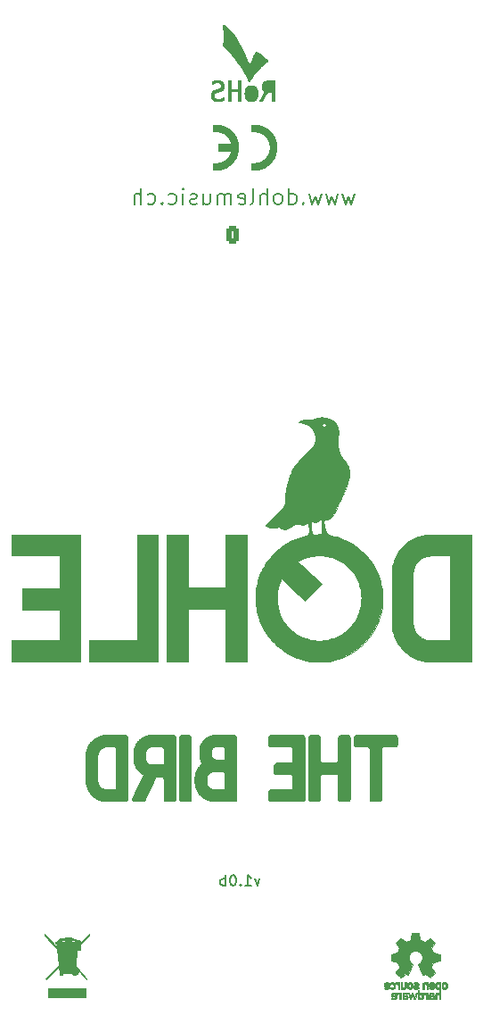
<source format=gbo>
G04 #@! TF.GenerationSoftware,KiCad,Pcbnew,(6.0.9)*
G04 #@! TF.CreationDate,2022-11-21T10:51:55+01:00*
G04 #@! TF.ProjectId,Dohle TankVerb,446f686c-6520-4546-916e-6b566572622e,rev?*
G04 #@! TF.SameCoordinates,Original*
G04 #@! TF.FileFunction,Legend,Bot*
G04 #@! TF.FilePolarity,Positive*
%FSLAX46Y46*%
G04 Gerber Fmt 4.6, Leading zero omitted, Abs format (unit mm)*
G04 Created by KiCad (PCBNEW (6.0.9)) date 2022-11-21 10:51:55*
%MOMM*%
%LPD*%
G01*
G04 APERTURE LIST*
G04 Aperture macros list*
%AMRoundRect*
0 Rectangle with rounded corners*
0 $1 Rounding radius*
0 $2 $3 $4 $5 $6 $7 $8 $9 X,Y pos of 4 corners*
0 Add a 4 corners polygon primitive as box body*
4,1,4,$2,$3,$4,$5,$6,$7,$8,$9,$2,$3,0*
0 Add four circle primitives for the rounded corners*
1,1,$1+$1,$2,$3*
1,1,$1+$1,$4,$5*
1,1,$1+$1,$6,$7*
1,1,$1+$1,$8,$9*
0 Add four rect primitives between the rounded corners*
20,1,$1+$1,$2,$3,$4,$5,0*
20,1,$1+$1,$4,$5,$6,$7,0*
20,1,$1+$1,$6,$7,$8,$9,0*
20,1,$1+$1,$8,$9,$2,$3,0*%
%AMHorizOval*
0 Thick line with rounded ends*
0 $1 width*
0 $2 $3 position (X,Y) of the first rounded end (center of the circle)*
0 $4 $5 position (X,Y) of the second rounded end (center of the circle)*
0 Add line between two ends*
20,1,$1,$2,$3,$4,$5,0*
0 Add two circle primitives to create the rounded ends*
1,1,$1,$2,$3*
1,1,$1,$4,$5*%
G04 Aperture macros list end*
%ADD10C,0.150000*%
%ADD11C,0.200000*%
%ADD12C,0.034835*%
%ADD13C,0.066278*%
%ADD14C,0.010049*%
%ADD15C,0.021428*%
%ADD16C,0.072425*%
%ADD17C,2.200000*%
%ADD18R,1.700000X1.700000*%
%ADD19O,1.700000X1.700000*%
%ADD20RoundRect,0.250000X-0.350000X-0.625000X0.350000X-0.625000X0.350000X0.625000X-0.350000X0.625000X0*%
%ADD21O,1.200000X1.750000*%
%ADD22C,1.600000*%
%ADD23R,2.400000X2.400000*%
%ADD24O,2.400000X2.400000*%
%ADD25O,4.003200X2.743200*%
%ADD26O,8.203200X2.203200*%
%ADD27HorizOval,2.203200X-1.414214X1.414214X1.414214X-1.414214X0*%
%ADD28O,2.203200X8.203200*%
%ADD29HorizOval,2.203200X-1.414214X-1.414214X1.414214X1.414214X0*%
%ADD30C,1.700000*%
%ADD31C,1.575000*%
%ADD32C,1.950000*%
G04 APERTURE END LIST*
D10*
X159009170Y-136027133D02*
X158771075Y-136693799D01*
X158532979Y-136027133D01*
X157628218Y-136693799D02*
X158199646Y-136693799D01*
X157913932Y-136693799D02*
X157913932Y-135693799D01*
X158009170Y-135836657D01*
X158104408Y-135931895D01*
X158199646Y-135979514D01*
X157199646Y-136598561D02*
X157152027Y-136646180D01*
X157199646Y-136693799D01*
X157247265Y-136646180D01*
X157199646Y-136598561D01*
X157199646Y-136693799D01*
X156532979Y-135693799D02*
X156437741Y-135693799D01*
X156342503Y-135741419D01*
X156294884Y-135789038D01*
X156247265Y-135884276D01*
X156199646Y-136074752D01*
X156199646Y-136312847D01*
X156247265Y-136503323D01*
X156294884Y-136598561D01*
X156342503Y-136646180D01*
X156437741Y-136693799D01*
X156532979Y-136693799D01*
X156628218Y-136646180D01*
X156675837Y-136598561D01*
X156723456Y-136503323D01*
X156771075Y-136312847D01*
X156771075Y-136074752D01*
X156723456Y-135884276D01*
X156675837Y-135789038D01*
X156628218Y-135741419D01*
X156532979Y-135693799D01*
X155771075Y-136693799D02*
X155771075Y-135693799D01*
X155771075Y-136074752D02*
X155675837Y-136027133D01*
X155485360Y-136027133D01*
X155390122Y-136074752D01*
X155342503Y-136122371D01*
X155294884Y-136217609D01*
X155294884Y-136503323D01*
X155342503Y-136598561D01*
X155390122Y-136646180D01*
X155485360Y-136693799D01*
X155675837Y-136693799D01*
X155771075Y-136646180D01*
D11*
G36*
X146252973Y-122469382D02*
G01*
X146264353Y-122470225D01*
X146275553Y-122471614D01*
X146286559Y-122473535D01*
X146297359Y-122475977D01*
X146307939Y-122478925D01*
X146318286Y-122482367D01*
X146328387Y-122486290D01*
X146338230Y-122490681D01*
X146347800Y-122495526D01*
X146357086Y-122500813D01*
X146366073Y-122506528D01*
X146374750Y-122512659D01*
X146383102Y-122519193D01*
X146391117Y-122526116D01*
X146398781Y-122533416D01*
X146406083Y-122541080D01*
X146413008Y-122549093D01*
X146419543Y-122557444D01*
X146425676Y-122566120D01*
X146431393Y-122575107D01*
X146436682Y-122584392D01*
X146441529Y-122593963D01*
X146445921Y-122603806D01*
X146449845Y-122613908D01*
X146453289Y-122624256D01*
X146456238Y-122634837D01*
X146458681Y-122645639D01*
X146460604Y-122656647D01*
X146461993Y-122667850D01*
X146462836Y-122679234D01*
X146463120Y-122690786D01*
X146463120Y-128457365D01*
X146462836Y-128468912D01*
X146461993Y-128480293D01*
X146460604Y-128491492D01*
X146458681Y-128502498D01*
X146456239Y-128513298D01*
X146453290Y-128523878D01*
X146449846Y-128534225D01*
X146445922Y-128544326D01*
X146441530Y-128554168D01*
X146436683Y-128563738D01*
X146431395Y-128573023D01*
X146425678Y-128582010D01*
X146419545Y-128590686D01*
X146413010Y-128599038D01*
X146406085Y-128607053D01*
X146398784Y-128614717D01*
X146391120Y-128622018D01*
X146383105Y-128628942D01*
X146374753Y-128635478D01*
X146366077Y-128641610D01*
X146357089Y-128647327D01*
X146347804Y-128652615D01*
X146338233Y-128657462D01*
X146328391Y-128661854D01*
X146318289Y-128665778D01*
X146307942Y-128669221D01*
X146297362Y-128672171D01*
X146286562Y-128674613D01*
X146275555Y-128676535D01*
X146264355Y-128677925D01*
X146252974Y-128678768D01*
X146241425Y-128679052D01*
X144644623Y-128679052D01*
X144644623Y-127642423D01*
X145204796Y-127642423D01*
X145216344Y-127642141D01*
X145227725Y-127641302D01*
X145238924Y-127639921D01*
X145249931Y-127638009D01*
X145260730Y-127635579D01*
X145271310Y-127632644D01*
X145281657Y-127629218D01*
X145291759Y-127625313D01*
X145301601Y-127620941D01*
X145311172Y-127616116D01*
X145320457Y-127610850D01*
X145329445Y-127605157D01*
X145338121Y-127599049D01*
X145346473Y-127592539D01*
X145354488Y-127585640D01*
X145362153Y-127578364D01*
X145369454Y-127570725D01*
X145376379Y-127562735D01*
X145382914Y-127554407D01*
X145389047Y-127545754D01*
X145394764Y-127536790D01*
X145400053Y-127527526D01*
X145404900Y-127517975D01*
X145409292Y-127508151D01*
X145413217Y-127498066D01*
X145416660Y-127487733D01*
X145419610Y-127477165D01*
X145422052Y-127466374D01*
X145423975Y-127455374D01*
X145425364Y-127444178D01*
X145426207Y-127432798D01*
X145426491Y-127421247D01*
X145426491Y-123726903D01*
X145426207Y-123715357D01*
X145425364Y-123703981D01*
X145423975Y-123692788D01*
X145422052Y-123681791D01*
X145419610Y-123671004D01*
X145416660Y-123660438D01*
X145413217Y-123650106D01*
X145409292Y-123640022D01*
X145404900Y-123630199D01*
X145400053Y-123620649D01*
X145394764Y-123611384D01*
X145389047Y-123602419D01*
X145382914Y-123593766D01*
X145376379Y-123585438D01*
X145369454Y-123577447D01*
X145362153Y-123569807D01*
X145354488Y-123562530D01*
X145346473Y-123555629D01*
X145338121Y-123549117D01*
X145329445Y-123543007D01*
X145320457Y-123537312D01*
X145311172Y-123532045D01*
X145301601Y-123527218D01*
X145291759Y-123522845D01*
X145281657Y-123518938D01*
X145271310Y-123515511D01*
X145260730Y-123512575D01*
X145249931Y-123510144D01*
X145238924Y-123508231D01*
X145227725Y-123506849D01*
X145216344Y-123506010D01*
X145204796Y-123505727D01*
X144644623Y-123505727D01*
X144644623Y-122469099D01*
X146241425Y-122469099D01*
X146252973Y-122469382D01*
G37*
X146252973Y-122469382D02*
X146264353Y-122470225D01*
X146275553Y-122471614D01*
X146286559Y-122473535D01*
X146297359Y-122475977D01*
X146307939Y-122478925D01*
X146318286Y-122482367D01*
X146328387Y-122486290D01*
X146338230Y-122490681D01*
X146347800Y-122495526D01*
X146357086Y-122500813D01*
X146366073Y-122506528D01*
X146374750Y-122512659D01*
X146383102Y-122519193D01*
X146391117Y-122526116D01*
X146398781Y-122533416D01*
X146406083Y-122541080D01*
X146413008Y-122549093D01*
X146419543Y-122557444D01*
X146425676Y-122566120D01*
X146431393Y-122575107D01*
X146436682Y-122584392D01*
X146441529Y-122593963D01*
X146445921Y-122603806D01*
X146449845Y-122613908D01*
X146453289Y-122624256D01*
X146456238Y-122634837D01*
X146458681Y-122645639D01*
X146460604Y-122656647D01*
X146461993Y-122667850D01*
X146462836Y-122679234D01*
X146463120Y-122690786D01*
X146463120Y-128457365D01*
X146462836Y-128468912D01*
X146461993Y-128480293D01*
X146460604Y-128491492D01*
X146458681Y-128502498D01*
X146456239Y-128513298D01*
X146453290Y-128523878D01*
X146449846Y-128534225D01*
X146445922Y-128544326D01*
X146441530Y-128554168D01*
X146436683Y-128563738D01*
X146431395Y-128573023D01*
X146425678Y-128582010D01*
X146419545Y-128590686D01*
X146413010Y-128599038D01*
X146406085Y-128607053D01*
X146398784Y-128614717D01*
X146391120Y-128622018D01*
X146383105Y-128628942D01*
X146374753Y-128635478D01*
X146366077Y-128641610D01*
X146357089Y-128647327D01*
X146347804Y-128652615D01*
X146338233Y-128657462D01*
X146328391Y-128661854D01*
X146318289Y-128665778D01*
X146307942Y-128669221D01*
X146297362Y-128672171D01*
X146286562Y-128674613D01*
X146275555Y-128676535D01*
X146264355Y-128677925D01*
X146252974Y-128678768D01*
X146241425Y-128679052D01*
X144644623Y-128679052D01*
X144644623Y-127642423D01*
X145204796Y-127642423D01*
X145216344Y-127642141D01*
X145227725Y-127641302D01*
X145238924Y-127639921D01*
X145249931Y-127638009D01*
X145260730Y-127635579D01*
X145271310Y-127632644D01*
X145281657Y-127629218D01*
X145291759Y-127625313D01*
X145301601Y-127620941D01*
X145311172Y-127616116D01*
X145320457Y-127610850D01*
X145329445Y-127605157D01*
X145338121Y-127599049D01*
X145346473Y-127592539D01*
X145354488Y-127585640D01*
X145362153Y-127578364D01*
X145369454Y-127570725D01*
X145376379Y-127562735D01*
X145382914Y-127554407D01*
X145389047Y-127545754D01*
X145394764Y-127536790D01*
X145400053Y-127527526D01*
X145404900Y-127517975D01*
X145409292Y-127508151D01*
X145413217Y-127498066D01*
X145416660Y-127487733D01*
X145419610Y-127477165D01*
X145422052Y-127466374D01*
X145423975Y-127455374D01*
X145425364Y-127444178D01*
X145426207Y-127432798D01*
X145426491Y-127421247D01*
X145426491Y-123726903D01*
X145426207Y-123715357D01*
X145425364Y-123703981D01*
X145423975Y-123692788D01*
X145422052Y-123681791D01*
X145419610Y-123671004D01*
X145416660Y-123660438D01*
X145413217Y-123650106D01*
X145409292Y-123640022D01*
X145404900Y-123630199D01*
X145400053Y-123620649D01*
X145394764Y-123611384D01*
X145389047Y-123602419D01*
X145382914Y-123593766D01*
X145376379Y-123585438D01*
X145369454Y-123577447D01*
X145362153Y-123569807D01*
X145354488Y-123562530D01*
X145346473Y-123555629D01*
X145338121Y-123549117D01*
X145329445Y-123543007D01*
X145320457Y-123537312D01*
X145311172Y-123532045D01*
X145301601Y-123527218D01*
X145291759Y-123522845D01*
X145281657Y-123518938D01*
X145271310Y-123515511D01*
X145260730Y-123512575D01*
X145249931Y-123510144D01*
X145238924Y-123508231D01*
X145227725Y-123506849D01*
X145216344Y-123506010D01*
X145204796Y-123505727D01*
X144644623Y-123505727D01*
X144644623Y-122469099D01*
X146241425Y-122469099D01*
X146252973Y-122469382D01*
D12*
G36*
X171762677Y-146846424D02*
G01*
X171764103Y-146846469D01*
X171786311Y-146848299D01*
X171808562Y-146852042D01*
X171819641Y-146854666D01*
X171830655Y-146857811D01*
X171841577Y-146861490D01*
X171852383Y-146865718D01*
X171863047Y-146870508D01*
X171873544Y-146875876D01*
X171883849Y-146881834D01*
X171893935Y-146888397D01*
X171903777Y-146895579D01*
X171913350Y-146903395D01*
X171922629Y-146911858D01*
X171931587Y-146920982D01*
X171940200Y-146930782D01*
X171948441Y-146941271D01*
X171956287Y-146952464D01*
X171963710Y-146964374D01*
X171970685Y-146977017D01*
X171977188Y-146990405D01*
X171983192Y-147004554D01*
X171988673Y-147019476D01*
X171993604Y-147035187D01*
X171997960Y-147051699D01*
X172001716Y-147069029D01*
X172004846Y-147087188D01*
X172007325Y-147106193D01*
X172009127Y-147126055D01*
X172010227Y-147146791D01*
X172010600Y-147168413D01*
X172010168Y-147191906D01*
X172008893Y-147214280D01*
X172006807Y-147235561D01*
X172003939Y-147255773D01*
X172000323Y-147274941D01*
X171995988Y-147293088D01*
X171990965Y-147310239D01*
X171985287Y-147326419D01*
X171978983Y-147341652D01*
X171972086Y-147355962D01*
X171964626Y-147369374D01*
X171956634Y-147381912D01*
X171948142Y-147393601D01*
X171939181Y-147404464D01*
X171929781Y-147414527D01*
X171919974Y-147423814D01*
X171909791Y-147432349D01*
X171899263Y-147440156D01*
X171888422Y-147447261D01*
X171877298Y-147453687D01*
X171865922Y-147459458D01*
X171854326Y-147464600D01*
X171830598Y-147473091D01*
X171806362Y-147479355D01*
X171781867Y-147483588D01*
X171757363Y-147485985D01*
X171733097Y-147486740D01*
X171717415Y-147486389D01*
X171701840Y-147485323D01*
X171686394Y-147483525D01*
X171671099Y-147480976D01*
X171655976Y-147477660D01*
X171641048Y-147473559D01*
X171626337Y-147468655D01*
X171611863Y-147462929D01*
X171597649Y-147456366D01*
X171583718Y-147448946D01*
X171570090Y-147440652D01*
X171556788Y-147431466D01*
X171543833Y-147421372D01*
X171531247Y-147410350D01*
X171519053Y-147398383D01*
X171507271Y-147385454D01*
X171598739Y-147307940D01*
X171605851Y-147314934D01*
X171613284Y-147321539D01*
X171621011Y-147327749D01*
X171629003Y-147333553D01*
X171637233Y-147338943D01*
X171645675Y-147343910D01*
X171654300Y-147348445D01*
X171663082Y-147352540D01*
X171671993Y-147356186D01*
X171681005Y-147359375D01*
X171690092Y-147362096D01*
X171699225Y-147364343D01*
X171708378Y-147366105D01*
X171717524Y-147367375D01*
X171726634Y-147368143D01*
X171735681Y-147368401D01*
X171743709Y-147368248D01*
X171751590Y-147367790D01*
X171759316Y-147367027D01*
X171766880Y-147365960D01*
X171774276Y-147364588D01*
X171781497Y-147362912D01*
X171788534Y-147360933D01*
X171795382Y-147358651D01*
X171802034Y-147356066D01*
X171808481Y-147353179D01*
X171814718Y-147349989D01*
X171820737Y-147346498D01*
X171826531Y-147342706D01*
X171832093Y-147338613D01*
X171837415Y-147334219D01*
X171842492Y-147329525D01*
X171847316Y-147324531D01*
X171851880Y-147319238D01*
X171856176Y-147313645D01*
X171860198Y-147307754D01*
X171863939Y-147301564D01*
X171867392Y-147295077D01*
X171870549Y-147288291D01*
X171873404Y-147281209D01*
X171875949Y-147273829D01*
X171878178Y-147266153D01*
X171880083Y-147258181D01*
X171881658Y-147249913D01*
X171882895Y-147241349D01*
X171883787Y-147232490D01*
X171884327Y-147223337D01*
X171884509Y-147213889D01*
X171494869Y-147213889D01*
X171494869Y-147110536D01*
X171495200Y-147095911D01*
X171496183Y-147081623D01*
X171497799Y-147067680D01*
X171500033Y-147054087D01*
X171502865Y-147040854D01*
X171506280Y-147027987D01*
X171510260Y-147015495D01*
X171514788Y-147003383D01*
X171519846Y-146991660D01*
X171525417Y-146980334D01*
X171531485Y-146969411D01*
X171538031Y-146958899D01*
X171545038Y-146948806D01*
X171552490Y-146939139D01*
X171560368Y-146929905D01*
X171568657Y-146921112D01*
X171577338Y-146912768D01*
X171586394Y-146904880D01*
X171595808Y-146897454D01*
X171605562Y-146890500D01*
X171615641Y-146884023D01*
X171626025Y-146878032D01*
X171636698Y-146872534D01*
X171647643Y-146867537D01*
X171658843Y-146863048D01*
X171670280Y-146859073D01*
X171681937Y-146855622D01*
X171693796Y-146852701D01*
X171705841Y-146850318D01*
X171718054Y-146848480D01*
X171730418Y-146847195D01*
X171742916Y-146846469D01*
X171742916Y-146965325D01*
X171736517Y-146965872D01*
X171730236Y-146966685D01*
X171724078Y-146967765D01*
X171718048Y-146969110D01*
X171712150Y-146970720D01*
X171706389Y-146972592D01*
X171700771Y-146974727D01*
X171695300Y-146977123D01*
X171689981Y-146979780D01*
X171684820Y-146982696D01*
X171679820Y-146985870D01*
X171674987Y-146989302D01*
X171670326Y-146992991D01*
X171665842Y-146996935D01*
X171661540Y-147001134D01*
X171657424Y-147005586D01*
X171653499Y-147010291D01*
X171649771Y-147015248D01*
X171646245Y-147020455D01*
X171642924Y-147025913D01*
X171639815Y-147031619D01*
X171636922Y-147037573D01*
X171634250Y-147043774D01*
X171631804Y-147050221D01*
X171629589Y-147056913D01*
X171627609Y-147063849D01*
X171625871Y-147071028D01*
X171624378Y-147078449D01*
X171623135Y-147086111D01*
X171622148Y-147094014D01*
X171621421Y-147102156D01*
X171620959Y-147110536D01*
X171884509Y-147110536D01*
X171884127Y-147101760D01*
X171883441Y-147093244D01*
X171882458Y-147084991D01*
X171881184Y-147077000D01*
X171879625Y-147069273D01*
X171877788Y-147061812D01*
X171875678Y-147054617D01*
X171873302Y-147047689D01*
X171870667Y-147041031D01*
X171867777Y-147034642D01*
X171864641Y-147028525D01*
X171861263Y-147022680D01*
X171857651Y-147017109D01*
X171853810Y-147011812D01*
X171849747Y-147006792D01*
X171845468Y-147002048D01*
X171840980Y-146997583D01*
X171836287Y-146993398D01*
X171831398Y-146989493D01*
X171826318Y-146985869D01*
X171821052Y-146982529D01*
X171815609Y-146979474D01*
X171809993Y-146976703D01*
X171804211Y-146974219D01*
X171798270Y-146972023D01*
X171792175Y-146970116D01*
X171785933Y-146968499D01*
X171779550Y-146967174D01*
X171773032Y-146966140D01*
X171766386Y-146965401D01*
X171759618Y-146964957D01*
X171752734Y-146964808D01*
X171751741Y-146964825D01*
X171750764Y-146964870D01*
X171749798Y-146964937D01*
X171748839Y-146965017D01*
X171746923Y-146965189D01*
X171745958Y-146965265D01*
X171744983Y-146965325D01*
X171744983Y-146846469D01*
X171745949Y-146846449D01*
X171746917Y-146846439D01*
X171748854Y-146846442D01*
X171752734Y-146846469D01*
X171758409Y-146846410D01*
X171761253Y-146846403D01*
X171762677Y-146846424D01*
G37*
X171762677Y-146846424D02*
X171764103Y-146846469D01*
X171786311Y-146848299D01*
X171808562Y-146852042D01*
X171819641Y-146854666D01*
X171830655Y-146857811D01*
X171841577Y-146861490D01*
X171852383Y-146865718D01*
X171863047Y-146870508D01*
X171873544Y-146875876D01*
X171883849Y-146881834D01*
X171893935Y-146888397D01*
X171903777Y-146895579D01*
X171913350Y-146903395D01*
X171922629Y-146911858D01*
X171931587Y-146920982D01*
X171940200Y-146930782D01*
X171948441Y-146941271D01*
X171956287Y-146952464D01*
X171963710Y-146964374D01*
X171970685Y-146977017D01*
X171977188Y-146990405D01*
X171983192Y-147004554D01*
X171988673Y-147019476D01*
X171993604Y-147035187D01*
X171997960Y-147051699D01*
X172001716Y-147069029D01*
X172004846Y-147087188D01*
X172007325Y-147106193D01*
X172009127Y-147126055D01*
X172010227Y-147146791D01*
X172010600Y-147168413D01*
X172010168Y-147191906D01*
X172008893Y-147214280D01*
X172006807Y-147235561D01*
X172003939Y-147255773D01*
X172000323Y-147274941D01*
X171995988Y-147293088D01*
X171990965Y-147310239D01*
X171985287Y-147326419D01*
X171978983Y-147341652D01*
X171972086Y-147355962D01*
X171964626Y-147369374D01*
X171956634Y-147381912D01*
X171948142Y-147393601D01*
X171939181Y-147404464D01*
X171929781Y-147414527D01*
X171919974Y-147423814D01*
X171909791Y-147432349D01*
X171899263Y-147440156D01*
X171888422Y-147447261D01*
X171877298Y-147453687D01*
X171865922Y-147459458D01*
X171854326Y-147464600D01*
X171830598Y-147473091D01*
X171806362Y-147479355D01*
X171781867Y-147483588D01*
X171757363Y-147485985D01*
X171733097Y-147486740D01*
X171717415Y-147486389D01*
X171701840Y-147485323D01*
X171686394Y-147483525D01*
X171671099Y-147480976D01*
X171655976Y-147477660D01*
X171641048Y-147473559D01*
X171626337Y-147468655D01*
X171611863Y-147462929D01*
X171597649Y-147456366D01*
X171583718Y-147448946D01*
X171570090Y-147440652D01*
X171556788Y-147431466D01*
X171543833Y-147421372D01*
X171531247Y-147410350D01*
X171519053Y-147398383D01*
X171507271Y-147385454D01*
X171598739Y-147307940D01*
X171605851Y-147314934D01*
X171613284Y-147321539D01*
X171621011Y-147327749D01*
X171629003Y-147333553D01*
X171637233Y-147338943D01*
X171645675Y-147343910D01*
X171654300Y-147348445D01*
X171663082Y-147352540D01*
X171671993Y-147356186D01*
X171681005Y-147359375D01*
X171690092Y-147362096D01*
X171699225Y-147364343D01*
X171708378Y-147366105D01*
X171717524Y-147367375D01*
X171726634Y-147368143D01*
X171735681Y-147368401D01*
X171743709Y-147368248D01*
X171751590Y-147367790D01*
X171759316Y-147367027D01*
X171766880Y-147365960D01*
X171774276Y-147364588D01*
X171781497Y-147362912D01*
X171788534Y-147360933D01*
X171795382Y-147358651D01*
X171802034Y-147356066D01*
X171808481Y-147353179D01*
X171814718Y-147349989D01*
X171820737Y-147346498D01*
X171826531Y-147342706D01*
X171832093Y-147338613D01*
X171837415Y-147334219D01*
X171842492Y-147329525D01*
X171847316Y-147324531D01*
X171851880Y-147319238D01*
X171856176Y-147313645D01*
X171860198Y-147307754D01*
X171863939Y-147301564D01*
X171867392Y-147295077D01*
X171870549Y-147288291D01*
X171873404Y-147281209D01*
X171875949Y-147273829D01*
X171878178Y-147266153D01*
X171880083Y-147258181D01*
X171881658Y-147249913D01*
X171882895Y-147241349D01*
X171883787Y-147232490D01*
X171884327Y-147223337D01*
X171884509Y-147213889D01*
X171494869Y-147213889D01*
X171494869Y-147110536D01*
X171495200Y-147095911D01*
X171496183Y-147081623D01*
X171497799Y-147067680D01*
X171500033Y-147054087D01*
X171502865Y-147040854D01*
X171506280Y-147027987D01*
X171510260Y-147015495D01*
X171514788Y-147003383D01*
X171519846Y-146991660D01*
X171525417Y-146980334D01*
X171531485Y-146969411D01*
X171538031Y-146958899D01*
X171545038Y-146948806D01*
X171552490Y-146939139D01*
X171560368Y-146929905D01*
X171568657Y-146921112D01*
X171577338Y-146912768D01*
X171586394Y-146904880D01*
X171595808Y-146897454D01*
X171605562Y-146890500D01*
X171615641Y-146884023D01*
X171626025Y-146878032D01*
X171636698Y-146872534D01*
X171647643Y-146867537D01*
X171658843Y-146863048D01*
X171670280Y-146859073D01*
X171681937Y-146855622D01*
X171693796Y-146852701D01*
X171705841Y-146850318D01*
X171718054Y-146848480D01*
X171730418Y-146847195D01*
X171742916Y-146846469D01*
X171742916Y-146965325D01*
X171736517Y-146965872D01*
X171730236Y-146966685D01*
X171724078Y-146967765D01*
X171718048Y-146969110D01*
X171712150Y-146970720D01*
X171706389Y-146972592D01*
X171700771Y-146974727D01*
X171695300Y-146977123D01*
X171689981Y-146979780D01*
X171684820Y-146982696D01*
X171679820Y-146985870D01*
X171674987Y-146989302D01*
X171670326Y-146992991D01*
X171665842Y-146996935D01*
X171661540Y-147001134D01*
X171657424Y-147005586D01*
X171653499Y-147010291D01*
X171649771Y-147015248D01*
X171646245Y-147020455D01*
X171642924Y-147025913D01*
X171639815Y-147031619D01*
X171636922Y-147037573D01*
X171634250Y-147043774D01*
X171631804Y-147050221D01*
X171629589Y-147056913D01*
X171627609Y-147063849D01*
X171625871Y-147071028D01*
X171624378Y-147078449D01*
X171623135Y-147086111D01*
X171622148Y-147094014D01*
X171621421Y-147102156D01*
X171620959Y-147110536D01*
X171884509Y-147110536D01*
X171884127Y-147101760D01*
X171883441Y-147093244D01*
X171882458Y-147084991D01*
X171881184Y-147077000D01*
X171879625Y-147069273D01*
X171877788Y-147061812D01*
X171875678Y-147054617D01*
X171873302Y-147047689D01*
X171870667Y-147041031D01*
X171867777Y-147034642D01*
X171864641Y-147028525D01*
X171861263Y-147022680D01*
X171857651Y-147017109D01*
X171853810Y-147011812D01*
X171849747Y-147006792D01*
X171845468Y-147002048D01*
X171840980Y-146997583D01*
X171836287Y-146993398D01*
X171831398Y-146989493D01*
X171826318Y-146985869D01*
X171821052Y-146982529D01*
X171815609Y-146979474D01*
X171809993Y-146976703D01*
X171804211Y-146974219D01*
X171798270Y-146972023D01*
X171792175Y-146970116D01*
X171785933Y-146968499D01*
X171779550Y-146967174D01*
X171773032Y-146966140D01*
X171766386Y-146965401D01*
X171759618Y-146964957D01*
X171752734Y-146964808D01*
X171751741Y-146964825D01*
X171750764Y-146964870D01*
X171749798Y-146964937D01*
X171748839Y-146965017D01*
X171746923Y-146965189D01*
X171745958Y-146965265D01*
X171744983Y-146965325D01*
X171744983Y-146846469D01*
X171745949Y-146846449D01*
X171746917Y-146846439D01*
X171748854Y-146846442D01*
X171752734Y-146846469D01*
X171758409Y-146846410D01*
X171761253Y-146846403D01*
X171762677Y-146846424D01*
D11*
G36*
X163058011Y-122469374D02*
G01*
X163069389Y-122470215D01*
X163080586Y-122471601D01*
X163091588Y-122473518D01*
X163102382Y-122475955D01*
X163112955Y-122478897D01*
X163123295Y-122482332D01*
X163133389Y-122486248D01*
X163143223Y-122490630D01*
X163152784Y-122495467D01*
X163162060Y-122500745D01*
X163171037Y-122506451D01*
X163179703Y-122512572D01*
X163188044Y-122519096D01*
X163196048Y-122526009D01*
X163203702Y-122533299D01*
X163210992Y-122540952D01*
X163217906Y-122548956D01*
X163224430Y-122557297D01*
X163230553Y-122565963D01*
X163236260Y-122574941D01*
X163241539Y-122584217D01*
X163246376Y-122593779D01*
X163250760Y-122603614D01*
X163254676Y-122613709D01*
X163258113Y-122624051D01*
X163261056Y-122634627D01*
X163263493Y-122645425D01*
X163265411Y-122656430D01*
X163266797Y-122667630D01*
X163267639Y-122679013D01*
X163267922Y-122690565D01*
X163267922Y-128457601D01*
X163267639Y-128469148D01*
X163266798Y-128480527D01*
X163265412Y-128491724D01*
X163263495Y-128502726D01*
X163261058Y-128513520D01*
X163258116Y-128524094D01*
X163254681Y-128534435D01*
X163250765Y-128544529D01*
X163246383Y-128554363D01*
X163241546Y-128563925D01*
X163236269Y-128573201D01*
X163230563Y-128582179D01*
X163224442Y-128590846D01*
X163217918Y-128599188D01*
X163211005Y-128607192D01*
X163203716Y-128614847D01*
X163196063Y-128622138D01*
X163188060Y-128629052D01*
X163179719Y-128635578D01*
X163171054Y-128641701D01*
X163162077Y-128647408D01*
X163152801Y-128652688D01*
X163143239Y-128657526D01*
X163133405Y-128661910D01*
X163123311Y-128665827D01*
X163112970Y-128669264D01*
X163102395Y-128672208D01*
X163091599Y-128674645D01*
X163080595Y-128676564D01*
X163069395Y-128677950D01*
X163058014Y-128678791D01*
X163046464Y-128679075D01*
X160131943Y-128679075D01*
X160120395Y-128678791D01*
X160109016Y-128677949D01*
X160097819Y-128676562D01*
X160086816Y-128674643D01*
X160076021Y-128672204D01*
X160065447Y-128669259D01*
X160055106Y-128665821D01*
X160045012Y-128661903D01*
X160035178Y-128657517D01*
X160025616Y-128652677D01*
X160016340Y-128647396D01*
X160007362Y-128641686D01*
X159998695Y-128635562D01*
X159990353Y-128629035D01*
X159982349Y-128622119D01*
X159974695Y-128614827D01*
X159967404Y-128607171D01*
X159960490Y-128599166D01*
X159953965Y-128590823D01*
X159947842Y-128582156D01*
X159942134Y-128573178D01*
X159936855Y-128563901D01*
X159932017Y-128554340D01*
X159927633Y-128544506D01*
X159923716Y-128534413D01*
X159920280Y-128524075D01*
X159917336Y-128513503D01*
X159914899Y-128502710D01*
X159912981Y-128491711D01*
X159911594Y-128480518D01*
X159910753Y-128469144D01*
X159910470Y-128457601D01*
X159910470Y-127864065D01*
X159910753Y-127852518D01*
X159911594Y-127841139D01*
X159912979Y-127829943D01*
X159914897Y-127818941D01*
X159917333Y-127808146D01*
X159920276Y-127797573D01*
X159923711Y-127787233D01*
X159927627Y-127777139D01*
X159932009Y-127767306D01*
X159936846Y-127757744D01*
X159942124Y-127748469D01*
X159947830Y-127739491D01*
X159953951Y-127730826D01*
X159960475Y-127722484D01*
X159967388Y-127714480D01*
X159974678Y-127706827D01*
X159982331Y-127699536D01*
X159990334Y-127692623D01*
X159998676Y-127686098D01*
X160007342Y-127679976D01*
X160016319Y-127674268D01*
X160025596Y-127668990D01*
X160035158Y-127664152D01*
X160044993Y-127659768D01*
X160055088Y-127655852D01*
X160065430Y-127652416D01*
X160076006Y-127649472D01*
X160086803Y-127647035D01*
X160097808Y-127645117D01*
X160109009Y-127643731D01*
X160120391Y-127642890D01*
X160131943Y-127642606D01*
X162009995Y-127642606D01*
X162021542Y-127642323D01*
X162032921Y-127641482D01*
X162044118Y-127640096D01*
X162055120Y-127638179D01*
X162065914Y-127635742D01*
X162076488Y-127632800D01*
X162086829Y-127629365D01*
X162096923Y-127625449D01*
X162106757Y-127621067D01*
X162116319Y-127616230D01*
X162125595Y-127610952D01*
X162134573Y-127605246D01*
X162143240Y-127599125D01*
X162151582Y-127592601D01*
X162159586Y-127585688D01*
X162167241Y-127578398D01*
X162174532Y-127570745D01*
X162181446Y-127562741D01*
X162187972Y-127554400D01*
X162194095Y-127545734D01*
X162199802Y-127536756D01*
X162205082Y-127527480D01*
X162209920Y-127517918D01*
X162214304Y-127508083D01*
X162218221Y-127497988D01*
X162221658Y-127487646D01*
X162224602Y-127477070D01*
X162227039Y-127466273D01*
X162228958Y-127455267D01*
X162230344Y-127444067D01*
X162231185Y-127432684D01*
X162231469Y-127421133D01*
X162231469Y-126366941D01*
X162231186Y-126355394D01*
X162230345Y-126344015D01*
X162228959Y-126332818D01*
X162227041Y-126321816D01*
X162224605Y-126311022D01*
X162221663Y-126300448D01*
X162218227Y-126290107D01*
X162214312Y-126280013D01*
X162209929Y-126270179D01*
X162205093Y-126260617D01*
X162199815Y-126251341D01*
X162194109Y-126242363D01*
X162187987Y-126233696D01*
X162181464Y-126225354D01*
X162174550Y-126217350D01*
X162167261Y-126209695D01*
X162159608Y-126202404D01*
X162151604Y-126195490D01*
X162143263Y-126188964D01*
X162134597Y-126182841D01*
X162125619Y-126177134D01*
X162116343Y-126171854D01*
X162106780Y-126167016D01*
X162096945Y-126162632D01*
X162086850Y-126158715D01*
X162076508Y-126155278D01*
X162065932Y-126152334D01*
X162055135Y-126149897D01*
X162044130Y-126147978D01*
X162032930Y-126146592D01*
X162021547Y-126145751D01*
X162009995Y-126145467D01*
X160654603Y-126145467D01*
X160643055Y-126145184D01*
X160631677Y-126144343D01*
X160620480Y-126142957D01*
X160609478Y-126141040D01*
X160598683Y-126138603D01*
X160588109Y-126135661D01*
X160577769Y-126132226D01*
X160567675Y-126128310D01*
X160557841Y-126123928D01*
X160548279Y-126119091D01*
X160539002Y-126113813D01*
X160530024Y-126108107D01*
X160521358Y-126101986D01*
X160513016Y-126095462D01*
X160505011Y-126088549D01*
X160497357Y-126081259D01*
X160490066Y-126073606D01*
X160483151Y-126065602D01*
X160476626Y-126057261D01*
X160470503Y-126048595D01*
X160464795Y-126039618D01*
X160459516Y-126030341D01*
X160454677Y-126020779D01*
X160450293Y-126010944D01*
X160446376Y-126000849D01*
X160442940Y-125990507D01*
X160439996Y-125979931D01*
X160437558Y-125969134D01*
X160435640Y-125958128D01*
X160434254Y-125946928D01*
X160433412Y-125935545D01*
X160433129Y-125923994D01*
X160433129Y-125339323D01*
X160433412Y-125327750D01*
X160434253Y-125316297D01*
X160435639Y-125304981D01*
X160437556Y-125293817D01*
X160439993Y-125282822D01*
X160442935Y-125272012D01*
X160446370Y-125261403D01*
X160450286Y-125251011D01*
X160454668Y-125240853D01*
X160459505Y-125230944D01*
X160464783Y-125221302D01*
X160470489Y-125211942D01*
X160476610Y-125202880D01*
X160483134Y-125194133D01*
X160490047Y-125185717D01*
X160497337Y-125177648D01*
X160504990Y-125169942D01*
X160512994Y-125162616D01*
X160521335Y-125155686D01*
X160530001Y-125149168D01*
X160538979Y-125143078D01*
X160548255Y-125137432D01*
X160557817Y-125132248D01*
X160567652Y-125127540D01*
X160577747Y-125123325D01*
X160588089Y-125119619D01*
X160598665Y-125116439D01*
X160609463Y-125113801D01*
X160620468Y-125111721D01*
X160631668Y-125110215D01*
X160643051Y-125109300D01*
X160654603Y-125108991D01*
X162009995Y-125108991D01*
X162021542Y-125108733D01*
X162032921Y-125107966D01*
X162044118Y-125106699D01*
X162055120Y-125104942D01*
X162065914Y-125102705D01*
X162076488Y-125099997D01*
X162086829Y-125096829D01*
X162096923Y-125093210D01*
X162106757Y-125089149D01*
X162116319Y-125084657D01*
X162125595Y-125079744D01*
X162134573Y-125074418D01*
X162143240Y-125068690D01*
X162151582Y-125062570D01*
X162159586Y-125056066D01*
X162167241Y-125049190D01*
X162174532Y-125041950D01*
X162181446Y-125034357D01*
X162187972Y-125026420D01*
X162194095Y-125018149D01*
X162199802Y-125009554D01*
X162205082Y-125000644D01*
X162209920Y-124991429D01*
X162214304Y-124981919D01*
X162218221Y-124972123D01*
X162221658Y-124962052D01*
X162224602Y-124951715D01*
X162227039Y-124941122D01*
X162228958Y-124930283D01*
X162230344Y-124919206D01*
X162231185Y-124907903D01*
X162231469Y-124896383D01*
X162231469Y-123727033D01*
X162231186Y-123715486D01*
X162230345Y-123704107D01*
X162228959Y-123692911D01*
X162227041Y-123681908D01*
X162224605Y-123671114D01*
X162221663Y-123660540D01*
X162218227Y-123650199D01*
X162214312Y-123640105D01*
X162209929Y-123630271D01*
X162205093Y-123620709D01*
X162199815Y-123611433D01*
X162194109Y-123602455D01*
X162187987Y-123593788D01*
X162181464Y-123585446D01*
X162174550Y-123577442D01*
X162167261Y-123569787D01*
X162159608Y-123562497D01*
X162151604Y-123555582D01*
X162143263Y-123549057D01*
X162134597Y-123542934D01*
X162125619Y-123537226D01*
X162116343Y-123531946D01*
X162106780Y-123527108D01*
X162096945Y-123522724D01*
X162086850Y-123518807D01*
X162076508Y-123515370D01*
X162065932Y-123512427D01*
X162055135Y-123509989D01*
X162044130Y-123508071D01*
X162032930Y-123506684D01*
X162021547Y-123505843D01*
X162009995Y-123505559D01*
X160131943Y-123505559D01*
X160120395Y-123505276D01*
X160109016Y-123504435D01*
X160097819Y-123503050D01*
X160086816Y-123501132D01*
X160076021Y-123498696D01*
X160065447Y-123495753D01*
X160055106Y-123492318D01*
X160045012Y-123488403D01*
X160035178Y-123484020D01*
X160025616Y-123479184D01*
X160016340Y-123473906D01*
X160007362Y-123468200D01*
X159998695Y-123462079D01*
X159990353Y-123455555D01*
X159982349Y-123448643D01*
X159974695Y-123441353D01*
X159967404Y-123433701D01*
X159960490Y-123425697D01*
X159953965Y-123417356D01*
X159947842Y-123408691D01*
X159942134Y-123399714D01*
X159936855Y-123390438D01*
X159932017Y-123380877D01*
X159927633Y-123371042D01*
X159923716Y-123360948D01*
X159920280Y-123350607D01*
X159917336Y-123340032D01*
X159914899Y-123329236D01*
X159912981Y-123318232D01*
X159911594Y-123307033D01*
X159910753Y-123295651D01*
X159910470Y-123284101D01*
X159910470Y-122690565D01*
X159910753Y-122679017D01*
X159911594Y-122667639D01*
X159912979Y-122656442D01*
X159914897Y-122645440D01*
X159917333Y-122634645D01*
X159920276Y-122624071D01*
X159923711Y-122613731D01*
X159927627Y-122603637D01*
X159932009Y-122593803D01*
X159936846Y-122584241D01*
X159942124Y-122574964D01*
X159947830Y-122565986D01*
X159953951Y-122557320D01*
X159960475Y-122548978D01*
X159967388Y-122540973D01*
X159974678Y-122533319D01*
X159982331Y-122526028D01*
X159990334Y-122519113D01*
X159998676Y-122512588D01*
X160007342Y-122506465D01*
X160016319Y-122500757D01*
X160025596Y-122495478D01*
X160035158Y-122490639D01*
X160044993Y-122486255D01*
X160055088Y-122482338D01*
X160065430Y-122478902D01*
X160076006Y-122475958D01*
X160086803Y-122473520D01*
X160097808Y-122471602D01*
X160109009Y-122470216D01*
X160120391Y-122469374D01*
X160131943Y-122469091D01*
X163046464Y-122469091D01*
X163058011Y-122469374D01*
G37*
X163058011Y-122469374D02*
X163069389Y-122470215D01*
X163080586Y-122471601D01*
X163091588Y-122473518D01*
X163102382Y-122475955D01*
X163112955Y-122478897D01*
X163123295Y-122482332D01*
X163133389Y-122486248D01*
X163143223Y-122490630D01*
X163152784Y-122495467D01*
X163162060Y-122500745D01*
X163171037Y-122506451D01*
X163179703Y-122512572D01*
X163188044Y-122519096D01*
X163196048Y-122526009D01*
X163203702Y-122533299D01*
X163210992Y-122540952D01*
X163217906Y-122548956D01*
X163224430Y-122557297D01*
X163230553Y-122565963D01*
X163236260Y-122574941D01*
X163241539Y-122584217D01*
X163246376Y-122593779D01*
X163250760Y-122603614D01*
X163254676Y-122613709D01*
X163258113Y-122624051D01*
X163261056Y-122634627D01*
X163263493Y-122645425D01*
X163265411Y-122656430D01*
X163266797Y-122667630D01*
X163267639Y-122679013D01*
X163267922Y-122690565D01*
X163267922Y-128457601D01*
X163267639Y-128469148D01*
X163266798Y-128480527D01*
X163265412Y-128491724D01*
X163263495Y-128502726D01*
X163261058Y-128513520D01*
X163258116Y-128524094D01*
X163254681Y-128534435D01*
X163250765Y-128544529D01*
X163246383Y-128554363D01*
X163241546Y-128563925D01*
X163236269Y-128573201D01*
X163230563Y-128582179D01*
X163224442Y-128590846D01*
X163217918Y-128599188D01*
X163211005Y-128607192D01*
X163203716Y-128614847D01*
X163196063Y-128622138D01*
X163188060Y-128629052D01*
X163179719Y-128635578D01*
X163171054Y-128641701D01*
X163162077Y-128647408D01*
X163152801Y-128652688D01*
X163143239Y-128657526D01*
X163133405Y-128661910D01*
X163123311Y-128665827D01*
X163112970Y-128669264D01*
X163102395Y-128672208D01*
X163091599Y-128674645D01*
X163080595Y-128676564D01*
X163069395Y-128677950D01*
X163058014Y-128678791D01*
X163046464Y-128679075D01*
X160131943Y-128679075D01*
X160120395Y-128678791D01*
X160109016Y-128677949D01*
X160097819Y-128676562D01*
X160086816Y-128674643D01*
X160076021Y-128672204D01*
X160065447Y-128669259D01*
X160055106Y-128665821D01*
X160045012Y-128661903D01*
X160035178Y-128657517D01*
X160025616Y-128652677D01*
X160016340Y-128647396D01*
X160007362Y-128641686D01*
X159998695Y-128635562D01*
X159990353Y-128629035D01*
X159982349Y-128622119D01*
X159974695Y-128614827D01*
X159967404Y-128607171D01*
X159960490Y-128599166D01*
X159953965Y-128590823D01*
X159947842Y-128582156D01*
X159942134Y-128573178D01*
X159936855Y-128563901D01*
X159932017Y-128554340D01*
X159927633Y-128544506D01*
X159923716Y-128534413D01*
X159920280Y-128524075D01*
X159917336Y-128513503D01*
X159914899Y-128502710D01*
X159912981Y-128491711D01*
X159911594Y-128480518D01*
X159910753Y-128469144D01*
X159910470Y-128457601D01*
X159910470Y-127864065D01*
X159910753Y-127852518D01*
X159911594Y-127841139D01*
X159912979Y-127829943D01*
X159914897Y-127818941D01*
X159917333Y-127808146D01*
X159920276Y-127797573D01*
X159923711Y-127787233D01*
X159927627Y-127777139D01*
X159932009Y-127767306D01*
X159936846Y-127757744D01*
X159942124Y-127748469D01*
X159947830Y-127739491D01*
X159953951Y-127730826D01*
X159960475Y-127722484D01*
X159967388Y-127714480D01*
X159974678Y-127706827D01*
X159982331Y-127699536D01*
X159990334Y-127692623D01*
X159998676Y-127686098D01*
X160007342Y-127679976D01*
X160016319Y-127674268D01*
X160025596Y-127668990D01*
X160035158Y-127664152D01*
X160044993Y-127659768D01*
X160055088Y-127655852D01*
X160065430Y-127652416D01*
X160076006Y-127649472D01*
X160086803Y-127647035D01*
X160097808Y-127645117D01*
X160109009Y-127643731D01*
X160120391Y-127642890D01*
X160131943Y-127642606D01*
X162009995Y-127642606D01*
X162021542Y-127642323D01*
X162032921Y-127641482D01*
X162044118Y-127640096D01*
X162055120Y-127638179D01*
X162065914Y-127635742D01*
X162076488Y-127632800D01*
X162086829Y-127629365D01*
X162096923Y-127625449D01*
X162106757Y-127621067D01*
X162116319Y-127616230D01*
X162125595Y-127610952D01*
X162134573Y-127605246D01*
X162143240Y-127599125D01*
X162151582Y-127592601D01*
X162159586Y-127585688D01*
X162167241Y-127578398D01*
X162174532Y-127570745D01*
X162181446Y-127562741D01*
X162187972Y-127554400D01*
X162194095Y-127545734D01*
X162199802Y-127536756D01*
X162205082Y-127527480D01*
X162209920Y-127517918D01*
X162214304Y-127508083D01*
X162218221Y-127497988D01*
X162221658Y-127487646D01*
X162224602Y-127477070D01*
X162227039Y-127466273D01*
X162228958Y-127455267D01*
X162230344Y-127444067D01*
X162231185Y-127432684D01*
X162231469Y-127421133D01*
X162231469Y-126366941D01*
X162231186Y-126355394D01*
X162230345Y-126344015D01*
X162228959Y-126332818D01*
X162227041Y-126321816D01*
X162224605Y-126311022D01*
X162221663Y-126300448D01*
X162218227Y-126290107D01*
X162214312Y-126280013D01*
X162209929Y-126270179D01*
X162205093Y-126260617D01*
X162199815Y-126251341D01*
X162194109Y-126242363D01*
X162187987Y-126233696D01*
X162181464Y-126225354D01*
X162174550Y-126217350D01*
X162167261Y-126209695D01*
X162159608Y-126202404D01*
X162151604Y-126195490D01*
X162143263Y-126188964D01*
X162134597Y-126182841D01*
X162125619Y-126177134D01*
X162116343Y-126171854D01*
X162106780Y-126167016D01*
X162096945Y-126162632D01*
X162086850Y-126158715D01*
X162076508Y-126155278D01*
X162065932Y-126152334D01*
X162055135Y-126149897D01*
X162044130Y-126147978D01*
X162032930Y-126146592D01*
X162021547Y-126145751D01*
X162009995Y-126145467D01*
X160654603Y-126145467D01*
X160643055Y-126145184D01*
X160631677Y-126144343D01*
X160620480Y-126142957D01*
X160609478Y-126141040D01*
X160598683Y-126138603D01*
X160588109Y-126135661D01*
X160577769Y-126132226D01*
X160567675Y-126128310D01*
X160557841Y-126123928D01*
X160548279Y-126119091D01*
X160539002Y-126113813D01*
X160530024Y-126108107D01*
X160521358Y-126101986D01*
X160513016Y-126095462D01*
X160505011Y-126088549D01*
X160497357Y-126081259D01*
X160490066Y-126073606D01*
X160483151Y-126065602D01*
X160476626Y-126057261D01*
X160470503Y-126048595D01*
X160464795Y-126039618D01*
X160459516Y-126030341D01*
X160454677Y-126020779D01*
X160450293Y-126010944D01*
X160446376Y-126000849D01*
X160442940Y-125990507D01*
X160439996Y-125979931D01*
X160437558Y-125969134D01*
X160435640Y-125958128D01*
X160434254Y-125946928D01*
X160433412Y-125935545D01*
X160433129Y-125923994D01*
X160433129Y-125339323D01*
X160433412Y-125327750D01*
X160434253Y-125316297D01*
X160435639Y-125304981D01*
X160437556Y-125293817D01*
X160439993Y-125282822D01*
X160442935Y-125272012D01*
X160446370Y-125261403D01*
X160450286Y-125251011D01*
X160454668Y-125240853D01*
X160459505Y-125230944D01*
X160464783Y-125221302D01*
X160470489Y-125211942D01*
X160476610Y-125202880D01*
X160483134Y-125194133D01*
X160490047Y-125185717D01*
X160497337Y-125177648D01*
X160504990Y-125169942D01*
X160512994Y-125162616D01*
X160521335Y-125155686D01*
X160530001Y-125149168D01*
X160538979Y-125143078D01*
X160548255Y-125137432D01*
X160557817Y-125132248D01*
X160567652Y-125127540D01*
X160577747Y-125123325D01*
X160588089Y-125119619D01*
X160598665Y-125116439D01*
X160609463Y-125113801D01*
X160620468Y-125111721D01*
X160631668Y-125110215D01*
X160643051Y-125109300D01*
X160654603Y-125108991D01*
X162009995Y-125108991D01*
X162021542Y-125108733D01*
X162032921Y-125107966D01*
X162044118Y-125106699D01*
X162055120Y-125104942D01*
X162065914Y-125102705D01*
X162076488Y-125099997D01*
X162086829Y-125096829D01*
X162096923Y-125093210D01*
X162106757Y-125089149D01*
X162116319Y-125084657D01*
X162125595Y-125079744D01*
X162134573Y-125074418D01*
X162143240Y-125068690D01*
X162151582Y-125062570D01*
X162159586Y-125056066D01*
X162167241Y-125049190D01*
X162174532Y-125041950D01*
X162181446Y-125034357D01*
X162187972Y-125026420D01*
X162194095Y-125018149D01*
X162199802Y-125009554D01*
X162205082Y-125000644D01*
X162209920Y-124991429D01*
X162214304Y-124981919D01*
X162218221Y-124972123D01*
X162221658Y-124962052D01*
X162224602Y-124951715D01*
X162227039Y-124941122D01*
X162228958Y-124930283D01*
X162230344Y-124919206D01*
X162231185Y-124907903D01*
X162231469Y-124896383D01*
X162231469Y-123727033D01*
X162231186Y-123715486D01*
X162230345Y-123704107D01*
X162228959Y-123692911D01*
X162227041Y-123681908D01*
X162224605Y-123671114D01*
X162221663Y-123660540D01*
X162218227Y-123650199D01*
X162214312Y-123640105D01*
X162209929Y-123630271D01*
X162205093Y-123620709D01*
X162199815Y-123611433D01*
X162194109Y-123602455D01*
X162187987Y-123593788D01*
X162181464Y-123585446D01*
X162174550Y-123577442D01*
X162167261Y-123569787D01*
X162159608Y-123562497D01*
X162151604Y-123555582D01*
X162143263Y-123549057D01*
X162134597Y-123542934D01*
X162125619Y-123537226D01*
X162116343Y-123531946D01*
X162106780Y-123527108D01*
X162096945Y-123522724D01*
X162086850Y-123518807D01*
X162076508Y-123515370D01*
X162065932Y-123512427D01*
X162055135Y-123509989D01*
X162044130Y-123508071D01*
X162032930Y-123506684D01*
X162021547Y-123505843D01*
X162009995Y-123505559D01*
X160131943Y-123505559D01*
X160120395Y-123505276D01*
X160109016Y-123504435D01*
X160097819Y-123503050D01*
X160086816Y-123501132D01*
X160076021Y-123498696D01*
X160065447Y-123495753D01*
X160055106Y-123492318D01*
X160045012Y-123488403D01*
X160035178Y-123484020D01*
X160025616Y-123479184D01*
X160016340Y-123473906D01*
X160007362Y-123468200D01*
X159998695Y-123462079D01*
X159990353Y-123455555D01*
X159982349Y-123448643D01*
X159974695Y-123441353D01*
X159967404Y-123433701D01*
X159960490Y-123425697D01*
X159953965Y-123417356D01*
X159947842Y-123408691D01*
X159942134Y-123399714D01*
X159936855Y-123390438D01*
X159932017Y-123380877D01*
X159927633Y-123371042D01*
X159923716Y-123360948D01*
X159920280Y-123350607D01*
X159917336Y-123340032D01*
X159914899Y-123329236D01*
X159912981Y-123318232D01*
X159911594Y-123307033D01*
X159910753Y-123295651D01*
X159910470Y-123284101D01*
X159910470Y-122690565D01*
X159910753Y-122679017D01*
X159911594Y-122667639D01*
X159912979Y-122656442D01*
X159914897Y-122645440D01*
X159917333Y-122634645D01*
X159920276Y-122624071D01*
X159923711Y-122613731D01*
X159927627Y-122603637D01*
X159932009Y-122593803D01*
X159936846Y-122584241D01*
X159942124Y-122574964D01*
X159947830Y-122565986D01*
X159953951Y-122557320D01*
X159960475Y-122548978D01*
X159967388Y-122540973D01*
X159974678Y-122533319D01*
X159982331Y-122526028D01*
X159990334Y-122519113D01*
X159998676Y-122512588D01*
X160007342Y-122506465D01*
X160016319Y-122500757D01*
X160025596Y-122495478D01*
X160035158Y-122490639D01*
X160044993Y-122486255D01*
X160055088Y-122482338D01*
X160065430Y-122478902D01*
X160076006Y-122475958D01*
X160086803Y-122473520D01*
X160097808Y-122471602D01*
X160109009Y-122470216D01*
X160120391Y-122469374D01*
X160131943Y-122469091D01*
X163046464Y-122469091D01*
X163058011Y-122469374D01*
D12*
G36*
X171083649Y-145858371D02*
G01*
X171085075Y-145858416D01*
X171107292Y-145860247D01*
X171129551Y-145863990D01*
X171140633Y-145866614D01*
X171151648Y-145869759D01*
X171162572Y-145873438D01*
X171173380Y-145877666D01*
X171184045Y-145882456D01*
X171194542Y-145887824D01*
X171204847Y-145893782D01*
X171214932Y-145900345D01*
X171224774Y-145907528D01*
X171234346Y-145915343D01*
X171243624Y-145923806D01*
X171252581Y-145932930D01*
X171261192Y-145942730D01*
X171269432Y-145953219D01*
X171277276Y-145964411D01*
X171284697Y-145976322D01*
X171291671Y-145988964D01*
X171298172Y-146002353D01*
X171304174Y-146016501D01*
X171309653Y-146031423D01*
X171314583Y-146047134D01*
X171318937Y-146063646D01*
X171322692Y-146080976D01*
X171325821Y-146099135D01*
X171328299Y-146118139D01*
X171330100Y-146138002D01*
X171331199Y-146158738D01*
X171331572Y-146180360D01*
X171331140Y-146203846D01*
X171329865Y-146226215D01*
X171327779Y-146247492D01*
X171324911Y-146267700D01*
X171321295Y-146286864D01*
X171316960Y-146305009D01*
X171311937Y-146322158D01*
X171306259Y-146338336D01*
X171299955Y-146353568D01*
X171293058Y-146367878D01*
X171285598Y-146381290D01*
X171277606Y-146393828D01*
X171269114Y-146405518D01*
X171260152Y-146416382D01*
X171250753Y-146426446D01*
X171240946Y-146435735D01*
X171230763Y-146444271D01*
X171220235Y-146452081D01*
X171209394Y-146459187D01*
X171198269Y-146465615D01*
X171186894Y-146471388D01*
X171175298Y-146476532D01*
X171151570Y-146485028D01*
X171127334Y-146491296D01*
X171102839Y-146495532D01*
X171078334Y-146497931D01*
X171054069Y-146498687D01*
X171038386Y-146498336D01*
X171022809Y-146497270D01*
X171007360Y-146495471D01*
X170992061Y-146492923D01*
X170976934Y-146489607D01*
X170962002Y-146485506D01*
X170947286Y-146480601D01*
X170932809Y-146474876D01*
X170918592Y-146468312D01*
X170904659Y-146460892D01*
X170891031Y-146452599D01*
X170877730Y-146443413D01*
X170864779Y-146433318D01*
X170852199Y-146422297D01*
X170840013Y-146410330D01*
X170828243Y-146397401D01*
X170919710Y-146319886D01*
X170926822Y-146326869D01*
X170934253Y-146333466D01*
X170941976Y-146339670D01*
X170949965Y-146345470D01*
X170958191Y-146350858D01*
X170966628Y-146355826D01*
X170975250Y-146360363D01*
X170984028Y-146364461D01*
X170992936Y-146368110D01*
X171001946Y-146371303D01*
X171011033Y-146374029D01*
X171020168Y-146376280D01*
X171029324Y-146378046D01*
X171038475Y-146379319D01*
X171047594Y-146380089D01*
X171056653Y-146380348D01*
X171064683Y-146380195D01*
X171072567Y-146379738D01*
X171080300Y-146378976D01*
X171087874Y-146377909D01*
X171095282Y-146376539D01*
X171102516Y-146374865D01*
X171109570Y-146372888D01*
X171116435Y-146370608D01*
X171123105Y-146368025D01*
X171129573Y-146365140D01*
X171135831Y-146361952D01*
X171141872Y-146358463D01*
X171147689Y-146354673D01*
X171153275Y-146350582D01*
X171158622Y-146346190D01*
X171163723Y-146341498D01*
X171168571Y-146336505D01*
X171173158Y-146331213D01*
X171177478Y-146325622D01*
X171181524Y-146319731D01*
X171185287Y-146313542D01*
X171188761Y-146307054D01*
X171191938Y-146300268D01*
X171194812Y-146293185D01*
X171197374Y-146285804D01*
X171199619Y-146278126D01*
X171201538Y-146270151D01*
X171203124Y-146261879D01*
X171204371Y-146253312D01*
X171205270Y-146244448D01*
X171205815Y-146235290D01*
X171205998Y-146225836D01*
X170815841Y-146225836D01*
X170815841Y-146122483D01*
X170816183Y-146107612D01*
X170817199Y-146093090D01*
X170818870Y-146078927D01*
X170821178Y-146065128D01*
X170824104Y-146051703D01*
X170827631Y-146038658D01*
X170831740Y-146026002D01*
X170836414Y-146013741D01*
X170841633Y-146001885D01*
X170847380Y-145990440D01*
X170853637Y-145979414D01*
X170860386Y-145968816D01*
X170867608Y-145958652D01*
X170875285Y-145948931D01*
X170883399Y-145939659D01*
X170891932Y-145930846D01*
X170900866Y-145922499D01*
X170910182Y-145914624D01*
X170919863Y-145907231D01*
X170929890Y-145900327D01*
X170940245Y-145893919D01*
X170950909Y-145888016D01*
X170961866Y-145882624D01*
X170973096Y-145877753D01*
X170984582Y-145873408D01*
X170996304Y-145869599D01*
X171008246Y-145866333D01*
X171020389Y-145863617D01*
X171032714Y-145861460D01*
X171045204Y-145859869D01*
X171057841Y-145858852D01*
X171070605Y-145858416D01*
X171070605Y-145976755D01*
X171063878Y-145977033D01*
X171057271Y-145977598D01*
X171050791Y-145978449D01*
X171044443Y-145979585D01*
X171038232Y-145981005D01*
X171032164Y-145982707D01*
X171026244Y-145984690D01*
X171020477Y-145986954D01*
X171014868Y-145989496D01*
X171009424Y-145992317D01*
X171004149Y-145995415D01*
X170999048Y-145998789D01*
X170994128Y-146002437D01*
X170989393Y-146006359D01*
X170984848Y-146010554D01*
X170980499Y-146015020D01*
X170976352Y-146019756D01*
X170972412Y-146024762D01*
X170968683Y-146030035D01*
X170965172Y-146035576D01*
X170961883Y-146041382D01*
X170958822Y-146047454D01*
X170955995Y-146053788D01*
X170953407Y-146060386D01*
X170951062Y-146067245D01*
X170948967Y-146074364D01*
X170947126Y-146081742D01*
X170945546Y-146089378D01*
X170944231Y-146097272D01*
X170943187Y-146105421D01*
X170942418Y-146113825D01*
X170941931Y-146122483D01*
X171205998Y-146122483D01*
X171205614Y-146113700D01*
X171204924Y-146105180D01*
X171203934Y-146096921D01*
X171202651Y-146088926D01*
X171201080Y-146081196D01*
X171199229Y-146073732D01*
X171197104Y-146066535D01*
X171194710Y-146059607D01*
X171192056Y-146052947D01*
X171189146Y-146046558D01*
X171185989Y-146040441D01*
X171182589Y-146034596D01*
X171178953Y-146029026D01*
X171175089Y-146023730D01*
X171171002Y-146018711D01*
X171166699Y-146013969D01*
X171162186Y-146009505D01*
X171157470Y-146005322D01*
X171152557Y-146001419D01*
X171147453Y-145997798D01*
X171142166Y-145994460D01*
X171136701Y-145991406D01*
X171131065Y-145988638D01*
X171125264Y-145986156D01*
X171119305Y-145983962D01*
X171113195Y-145982057D01*
X171106939Y-145980442D01*
X171100544Y-145979117D01*
X171094017Y-145978086D01*
X171087364Y-145977347D01*
X171080592Y-145976903D01*
X171073706Y-145976755D01*
X171073189Y-145976754D01*
X171072672Y-145976755D01*
X171072672Y-145858416D01*
X171073706Y-145858416D01*
X171079381Y-145858357D01*
X171082224Y-145858350D01*
X171083649Y-145858371D01*
G37*
X171083649Y-145858371D02*
X171085075Y-145858416D01*
X171107292Y-145860247D01*
X171129551Y-145863990D01*
X171140633Y-145866614D01*
X171151648Y-145869759D01*
X171162572Y-145873438D01*
X171173380Y-145877666D01*
X171184045Y-145882456D01*
X171194542Y-145887824D01*
X171204847Y-145893782D01*
X171214932Y-145900345D01*
X171224774Y-145907528D01*
X171234346Y-145915343D01*
X171243624Y-145923806D01*
X171252581Y-145932930D01*
X171261192Y-145942730D01*
X171269432Y-145953219D01*
X171277276Y-145964411D01*
X171284697Y-145976322D01*
X171291671Y-145988964D01*
X171298172Y-146002353D01*
X171304174Y-146016501D01*
X171309653Y-146031423D01*
X171314583Y-146047134D01*
X171318937Y-146063646D01*
X171322692Y-146080976D01*
X171325821Y-146099135D01*
X171328299Y-146118139D01*
X171330100Y-146138002D01*
X171331199Y-146158738D01*
X171331572Y-146180360D01*
X171331140Y-146203846D01*
X171329865Y-146226215D01*
X171327779Y-146247492D01*
X171324911Y-146267700D01*
X171321295Y-146286864D01*
X171316960Y-146305009D01*
X171311937Y-146322158D01*
X171306259Y-146338336D01*
X171299955Y-146353568D01*
X171293058Y-146367878D01*
X171285598Y-146381290D01*
X171277606Y-146393828D01*
X171269114Y-146405518D01*
X171260152Y-146416382D01*
X171250753Y-146426446D01*
X171240946Y-146435735D01*
X171230763Y-146444271D01*
X171220235Y-146452081D01*
X171209394Y-146459187D01*
X171198269Y-146465615D01*
X171186894Y-146471388D01*
X171175298Y-146476532D01*
X171151570Y-146485028D01*
X171127334Y-146491296D01*
X171102839Y-146495532D01*
X171078334Y-146497931D01*
X171054069Y-146498687D01*
X171038386Y-146498336D01*
X171022809Y-146497270D01*
X171007360Y-146495471D01*
X170992061Y-146492923D01*
X170976934Y-146489607D01*
X170962002Y-146485506D01*
X170947286Y-146480601D01*
X170932809Y-146474876D01*
X170918592Y-146468312D01*
X170904659Y-146460892D01*
X170891031Y-146452599D01*
X170877730Y-146443413D01*
X170864779Y-146433318D01*
X170852199Y-146422297D01*
X170840013Y-146410330D01*
X170828243Y-146397401D01*
X170919710Y-146319886D01*
X170926822Y-146326869D01*
X170934253Y-146333466D01*
X170941976Y-146339670D01*
X170949965Y-146345470D01*
X170958191Y-146350858D01*
X170966628Y-146355826D01*
X170975250Y-146360363D01*
X170984028Y-146364461D01*
X170992936Y-146368110D01*
X171001946Y-146371303D01*
X171011033Y-146374029D01*
X171020168Y-146376280D01*
X171029324Y-146378046D01*
X171038475Y-146379319D01*
X171047594Y-146380089D01*
X171056653Y-146380348D01*
X171064683Y-146380195D01*
X171072567Y-146379738D01*
X171080300Y-146378976D01*
X171087874Y-146377909D01*
X171095282Y-146376539D01*
X171102516Y-146374865D01*
X171109570Y-146372888D01*
X171116435Y-146370608D01*
X171123105Y-146368025D01*
X171129573Y-146365140D01*
X171135831Y-146361952D01*
X171141872Y-146358463D01*
X171147689Y-146354673D01*
X171153275Y-146350582D01*
X171158622Y-146346190D01*
X171163723Y-146341498D01*
X171168571Y-146336505D01*
X171173158Y-146331213D01*
X171177478Y-146325622D01*
X171181524Y-146319731D01*
X171185287Y-146313542D01*
X171188761Y-146307054D01*
X171191938Y-146300268D01*
X171194812Y-146293185D01*
X171197374Y-146285804D01*
X171199619Y-146278126D01*
X171201538Y-146270151D01*
X171203124Y-146261879D01*
X171204371Y-146253312D01*
X171205270Y-146244448D01*
X171205815Y-146235290D01*
X171205998Y-146225836D01*
X170815841Y-146225836D01*
X170815841Y-146122483D01*
X170816183Y-146107612D01*
X170817199Y-146093090D01*
X170818870Y-146078927D01*
X170821178Y-146065128D01*
X170824104Y-146051703D01*
X170827631Y-146038658D01*
X170831740Y-146026002D01*
X170836414Y-146013741D01*
X170841633Y-146001885D01*
X170847380Y-145990440D01*
X170853637Y-145979414D01*
X170860386Y-145968816D01*
X170867608Y-145958652D01*
X170875285Y-145948931D01*
X170883399Y-145939659D01*
X170891932Y-145930846D01*
X170900866Y-145922499D01*
X170910182Y-145914624D01*
X170919863Y-145907231D01*
X170929890Y-145900327D01*
X170940245Y-145893919D01*
X170950909Y-145888016D01*
X170961866Y-145882624D01*
X170973096Y-145877753D01*
X170984582Y-145873408D01*
X170996304Y-145869599D01*
X171008246Y-145866333D01*
X171020389Y-145863617D01*
X171032714Y-145861460D01*
X171045204Y-145859869D01*
X171057841Y-145858852D01*
X171070605Y-145858416D01*
X171070605Y-145976755D01*
X171063878Y-145977033D01*
X171057271Y-145977598D01*
X171050791Y-145978449D01*
X171044443Y-145979585D01*
X171038232Y-145981005D01*
X171032164Y-145982707D01*
X171026244Y-145984690D01*
X171020477Y-145986954D01*
X171014868Y-145989496D01*
X171009424Y-145992317D01*
X171004149Y-145995415D01*
X170999048Y-145998789D01*
X170994128Y-146002437D01*
X170989393Y-146006359D01*
X170984848Y-146010554D01*
X170980499Y-146015020D01*
X170976352Y-146019756D01*
X170972412Y-146024762D01*
X170968683Y-146030035D01*
X170965172Y-146035576D01*
X170961883Y-146041382D01*
X170958822Y-146047454D01*
X170955995Y-146053788D01*
X170953407Y-146060386D01*
X170951062Y-146067245D01*
X170948967Y-146074364D01*
X170947126Y-146081742D01*
X170945546Y-146089378D01*
X170944231Y-146097272D01*
X170943187Y-146105421D01*
X170942418Y-146113825D01*
X170941931Y-146122483D01*
X171205998Y-146122483D01*
X171205614Y-146113700D01*
X171204924Y-146105180D01*
X171203934Y-146096921D01*
X171202651Y-146088926D01*
X171201080Y-146081196D01*
X171199229Y-146073732D01*
X171197104Y-146066535D01*
X171194710Y-146059607D01*
X171192056Y-146052947D01*
X171189146Y-146046558D01*
X171185989Y-146040441D01*
X171182589Y-146034596D01*
X171178953Y-146029026D01*
X171175089Y-146023730D01*
X171171002Y-146018711D01*
X171166699Y-146013969D01*
X171162186Y-146009505D01*
X171157470Y-146005322D01*
X171152557Y-146001419D01*
X171147453Y-145997798D01*
X171142166Y-145994460D01*
X171136701Y-145991406D01*
X171131065Y-145988638D01*
X171125264Y-145986156D01*
X171119305Y-145983962D01*
X171113195Y-145982057D01*
X171106939Y-145980442D01*
X171100544Y-145979117D01*
X171094017Y-145978086D01*
X171087364Y-145977347D01*
X171080592Y-145976903D01*
X171073706Y-145976755D01*
X171073189Y-145976754D01*
X171072672Y-145976755D01*
X171072672Y-145858416D01*
X171073706Y-145858416D01*
X171079381Y-145858357D01*
X171082224Y-145858350D01*
X171083649Y-145858371D01*
D13*
G36*
X160138596Y-61248284D02*
G01*
X159979163Y-61248284D01*
X159945568Y-61247999D01*
X159911196Y-61247183D01*
X159877017Y-61245893D01*
X159843998Y-61244187D01*
X159813110Y-61242121D01*
X159785321Y-61239753D01*
X159761600Y-61237140D01*
X159742917Y-61234340D01*
X159742916Y-61234343D01*
X159723406Y-61230426D01*
X159704681Y-61225898D01*
X159686732Y-61220755D01*
X159669554Y-61214991D01*
X159653137Y-61208603D01*
X159637476Y-61201587D01*
X159622563Y-61193936D01*
X159608391Y-61185648D01*
X159594952Y-61176718D01*
X159582240Y-61167140D01*
X159570247Y-61156912D01*
X159558966Y-61146028D01*
X159548390Y-61134483D01*
X159538511Y-61122274D01*
X159529323Y-61109395D01*
X159520818Y-61095843D01*
X159515006Y-61085800D01*
X159509851Y-61076471D01*
X159505314Y-61067650D01*
X159501356Y-61059130D01*
X159497938Y-61050705D01*
X159495022Y-61042169D01*
X159492569Y-61033314D01*
X159490539Y-61023935D01*
X159488894Y-61013825D01*
X159487594Y-61002777D01*
X159486601Y-60990586D01*
X159485876Y-60977044D01*
X159485380Y-60961946D01*
X159485073Y-60945084D01*
X159484875Y-60905246D01*
X159485096Y-60866538D01*
X159485921Y-60835030D01*
X159486637Y-60821536D01*
X159487595Y-60809312D01*
X159488827Y-60798182D01*
X159490362Y-60787970D01*
X159492231Y-60778500D01*
X159494465Y-60769595D01*
X159497095Y-60761078D01*
X159500150Y-60752774D01*
X159503661Y-60744505D01*
X159507659Y-60736096D01*
X159517238Y-60718149D01*
X159525647Y-60704159D01*
X159534935Y-60690540D01*
X159545044Y-60677336D01*
X159555915Y-60664591D01*
X159567489Y-60652349D01*
X159579709Y-60640652D01*
X159592514Y-60629547D01*
X159605846Y-60619075D01*
X159619647Y-60609282D01*
X159633858Y-60600210D01*
X159648420Y-60591904D01*
X159663274Y-60584407D01*
X159678361Y-60577764D01*
X159693624Y-60572019D01*
X159709002Y-60567214D01*
X159724438Y-60563394D01*
X159732057Y-60561954D01*
X159741234Y-60560554D01*
X159763773Y-60557904D01*
X159791070Y-60555503D01*
X159822141Y-60553409D01*
X159856002Y-60551679D01*
X159891668Y-60550371D01*
X159928155Y-60549544D01*
X159964477Y-60549255D01*
X160138596Y-60549255D01*
X160138596Y-61248284D01*
G37*
X160138596Y-61248284D02*
X159979163Y-61248284D01*
X159945568Y-61247999D01*
X159911196Y-61247183D01*
X159877017Y-61245893D01*
X159843998Y-61244187D01*
X159813110Y-61242121D01*
X159785321Y-61239753D01*
X159761600Y-61237140D01*
X159742917Y-61234340D01*
X159742916Y-61234343D01*
X159723406Y-61230426D01*
X159704681Y-61225898D01*
X159686732Y-61220755D01*
X159669554Y-61214991D01*
X159653137Y-61208603D01*
X159637476Y-61201587D01*
X159622563Y-61193936D01*
X159608391Y-61185648D01*
X159594952Y-61176718D01*
X159582240Y-61167140D01*
X159570247Y-61156912D01*
X159558966Y-61146028D01*
X159548390Y-61134483D01*
X159538511Y-61122274D01*
X159529323Y-61109395D01*
X159520818Y-61095843D01*
X159515006Y-61085800D01*
X159509851Y-61076471D01*
X159505314Y-61067650D01*
X159501356Y-61059130D01*
X159497938Y-61050705D01*
X159495022Y-61042169D01*
X159492569Y-61033314D01*
X159490539Y-61023935D01*
X159488894Y-61013825D01*
X159487594Y-61002777D01*
X159486601Y-60990586D01*
X159485876Y-60977044D01*
X159485380Y-60961946D01*
X159485073Y-60945084D01*
X159484875Y-60905246D01*
X159485096Y-60866538D01*
X159485921Y-60835030D01*
X159486637Y-60821536D01*
X159487595Y-60809312D01*
X159488827Y-60798182D01*
X159490362Y-60787970D01*
X159492231Y-60778500D01*
X159494465Y-60769595D01*
X159497095Y-60761078D01*
X159500150Y-60752774D01*
X159503661Y-60744505D01*
X159507659Y-60736096D01*
X159517238Y-60718149D01*
X159525647Y-60704159D01*
X159534935Y-60690540D01*
X159545044Y-60677336D01*
X159555915Y-60664591D01*
X159567489Y-60652349D01*
X159579709Y-60640652D01*
X159592514Y-60629547D01*
X159605846Y-60619075D01*
X159619647Y-60609282D01*
X159633858Y-60600210D01*
X159648420Y-60591904D01*
X159663274Y-60584407D01*
X159678361Y-60577764D01*
X159693624Y-60572019D01*
X159709002Y-60567214D01*
X159724438Y-60563394D01*
X159732057Y-60561954D01*
X159741234Y-60560554D01*
X159763773Y-60557904D01*
X159791070Y-60555503D01*
X159822141Y-60553409D01*
X159856002Y-60551679D01*
X159891668Y-60550371D01*
X159928155Y-60549544D01*
X159964477Y-60549255D01*
X160138596Y-60549255D01*
X160138596Y-61248284D01*
D11*
G36*
X155098763Y-123505727D02*
G01*
X154816613Y-123505727D01*
X154794374Y-123506242D01*
X154772519Y-123507771D01*
X154751069Y-123510295D01*
X154730045Y-123513792D01*
X154709467Y-123518241D01*
X154689358Y-123523621D01*
X154669738Y-123529911D01*
X154650628Y-123537091D01*
X154632050Y-123545139D01*
X154614025Y-123554035D01*
X154596573Y-123563757D01*
X154579717Y-123574285D01*
X154563477Y-123585597D01*
X154547874Y-123597672D01*
X154532929Y-123610491D01*
X154518664Y-123624031D01*
X154505100Y-123638271D01*
X154492257Y-123653192D01*
X154480158Y-123668771D01*
X154468823Y-123684988D01*
X154458273Y-123701822D01*
X154448529Y-123719252D01*
X154439613Y-123737257D01*
X154431546Y-123755816D01*
X154424349Y-123774909D01*
X154418043Y-123794513D01*
X154412649Y-123814608D01*
X154408188Y-123835174D01*
X154404682Y-123856189D01*
X154402151Y-123877632D01*
X154400617Y-123899483D01*
X154400101Y-123921720D01*
X154400101Y-124241079D01*
X154400849Y-124271593D01*
X154403070Y-124301657D01*
X154406729Y-124331236D01*
X154411793Y-124360297D01*
X154418227Y-124388806D01*
X154425998Y-124416728D01*
X154435070Y-124444030D01*
X154445411Y-124470678D01*
X154456985Y-124496637D01*
X154469758Y-124521874D01*
X154483697Y-124546355D01*
X154498767Y-124570045D01*
X154514933Y-124592911D01*
X154532163Y-124614919D01*
X154550421Y-124636035D01*
X154569674Y-124656224D01*
X154589887Y-124675453D01*
X154611026Y-124693687D01*
X154633057Y-124710894D01*
X154655946Y-124727038D01*
X154679658Y-124742086D01*
X154704160Y-124756004D01*
X154729417Y-124768758D01*
X154755395Y-124780313D01*
X154782060Y-124790637D01*
X154809378Y-124799694D01*
X154837314Y-124807451D01*
X154865835Y-124813874D01*
X154894906Y-124818928D01*
X154924492Y-124822581D01*
X154954561Y-124824797D01*
X154985077Y-124825544D01*
X155098763Y-124825544D01*
X155098763Y-125862173D01*
X154639359Y-125862173D01*
X154603887Y-125863022D01*
X154568923Y-125865544D01*
X154534508Y-125869702D01*
X154500681Y-125875459D01*
X154467483Y-125882778D01*
X154434956Y-125891622D01*
X154403139Y-125901953D01*
X154372072Y-125913734D01*
X154341798Y-125926929D01*
X154312355Y-125941499D01*
X154283786Y-125957409D01*
X154256129Y-125974620D01*
X154229426Y-125993096D01*
X154203718Y-126012799D01*
X154179045Y-126033692D01*
X154155447Y-126055739D01*
X154132965Y-126078902D01*
X154111639Y-126103143D01*
X154091511Y-126128426D01*
X154072620Y-126154714D01*
X154055008Y-126181969D01*
X154038714Y-126210155D01*
X154023779Y-126239233D01*
X154010245Y-126269168D01*
X153998151Y-126299921D01*
X153987538Y-126331456D01*
X153978446Y-126363736D01*
X153970916Y-126396723D01*
X153964989Y-126430380D01*
X153960706Y-126464670D01*
X153958106Y-126499556D01*
X153957230Y-126535001D01*
X153957230Y-126871931D01*
X153958235Y-126912332D01*
X153961219Y-126952118D01*
X153966134Y-126991244D01*
X153972933Y-127029667D01*
X153981570Y-127067342D01*
X153991997Y-127104227D01*
X154004167Y-127140277D01*
X154018032Y-127175448D01*
X154033547Y-127209698D01*
X154050663Y-127242982D01*
X154069333Y-127275257D01*
X154089511Y-127306478D01*
X154111149Y-127336602D01*
X154134200Y-127365586D01*
X154158617Y-127393386D01*
X154184352Y-127419958D01*
X154211360Y-127445258D01*
X154239592Y-127469242D01*
X154269002Y-127491867D01*
X154299542Y-127513090D01*
X154331165Y-127532866D01*
X154363824Y-127551151D01*
X154397472Y-127567903D01*
X154432062Y-127583076D01*
X154467546Y-127596629D01*
X154503878Y-127608516D01*
X154541011Y-127618694D01*
X154578897Y-127627120D01*
X154617489Y-127633750D01*
X154656740Y-127638539D01*
X154696603Y-127641445D01*
X154737031Y-127642423D01*
X155560753Y-127642423D01*
X155572301Y-127642141D01*
X155583682Y-127641302D01*
X155594881Y-127639921D01*
X155605888Y-127638009D01*
X155616687Y-127635579D01*
X155627267Y-127632644D01*
X155637614Y-127629218D01*
X155647716Y-127625313D01*
X155657558Y-127620941D01*
X155667129Y-127616116D01*
X155676414Y-127610850D01*
X155685402Y-127605157D01*
X155694078Y-127599049D01*
X155702430Y-127592539D01*
X155710445Y-127585640D01*
X155718110Y-127578364D01*
X155725411Y-127570725D01*
X155732336Y-127562735D01*
X155738871Y-127554407D01*
X155745004Y-127545754D01*
X155750722Y-127536790D01*
X155756010Y-127527526D01*
X155760857Y-127517975D01*
X155765249Y-127508151D01*
X155769174Y-127498066D01*
X155772617Y-127487733D01*
X155775567Y-127477165D01*
X155778009Y-127466374D01*
X155779932Y-127455374D01*
X155781321Y-127444178D01*
X155782164Y-127432798D01*
X155782448Y-127421247D01*
X155782448Y-126083349D01*
X155782164Y-126071802D01*
X155781321Y-126060426D01*
X155779932Y-126049234D01*
X155778009Y-126038237D01*
X155775567Y-126027449D01*
X155772617Y-126016883D01*
X155769174Y-126006551D01*
X155765249Y-125996468D01*
X155760857Y-125986644D01*
X155756010Y-125977094D01*
X155750722Y-125967830D01*
X155745004Y-125958865D01*
X155738871Y-125950212D01*
X155732336Y-125941883D01*
X155725411Y-125933892D01*
X155718110Y-125926252D01*
X155710445Y-125918975D01*
X155702430Y-125912074D01*
X155694078Y-125905562D01*
X155685402Y-125899453D01*
X155676414Y-125893758D01*
X155667129Y-125888490D01*
X155657558Y-125883664D01*
X155647716Y-125879291D01*
X155637614Y-125875384D01*
X155627267Y-125871956D01*
X155616687Y-125869020D01*
X155605888Y-125866589D01*
X155594881Y-125864676D01*
X155583682Y-125863294D01*
X155572301Y-125862455D01*
X155560753Y-125862173D01*
X155102898Y-125862173D01*
X155102898Y-124825544D01*
X155560753Y-124825544D01*
X155572301Y-124825260D01*
X155583682Y-124824417D01*
X155594881Y-124823029D01*
X155605888Y-124821107D01*
X155616687Y-124818666D01*
X155627267Y-124815718D01*
X155637614Y-124812276D01*
X155647716Y-124808353D01*
X155657558Y-124803963D01*
X155667129Y-124799118D01*
X155676414Y-124793831D01*
X155685402Y-124788116D01*
X155694078Y-124781985D01*
X155702430Y-124775451D01*
X155710445Y-124768528D01*
X155718110Y-124761228D01*
X155725411Y-124753565D01*
X155732336Y-124745551D01*
X155738871Y-124737200D01*
X155745004Y-124728524D01*
X155750722Y-124719537D01*
X155756010Y-124710251D01*
X155760857Y-124700680D01*
X155765249Y-124690837D01*
X155769174Y-124680734D01*
X155772617Y-124670385D01*
X155775567Y-124659803D01*
X155778009Y-124649001D01*
X155779932Y-124637991D01*
X155781321Y-124626787D01*
X155782164Y-124615402D01*
X155782448Y-124603849D01*
X155782448Y-123726903D01*
X155782164Y-123715357D01*
X155781321Y-123703981D01*
X155779932Y-123692788D01*
X155778009Y-123681791D01*
X155775567Y-123671004D01*
X155772617Y-123660438D01*
X155769174Y-123650106D01*
X155765249Y-123640022D01*
X155760857Y-123630199D01*
X155756010Y-123620649D01*
X155750722Y-123611384D01*
X155745004Y-123602419D01*
X155738871Y-123593766D01*
X155732336Y-123585438D01*
X155725411Y-123577447D01*
X155718110Y-123569807D01*
X155710445Y-123562530D01*
X155702430Y-123555629D01*
X155694078Y-123549117D01*
X155685402Y-123543007D01*
X155676414Y-123537312D01*
X155667129Y-123532045D01*
X155657558Y-123527218D01*
X155647716Y-123522845D01*
X155637614Y-123518938D01*
X155627267Y-123515511D01*
X155616687Y-123512575D01*
X155605888Y-123510144D01*
X155594881Y-123508231D01*
X155583682Y-123506849D01*
X155572301Y-123506010D01*
X155560753Y-123505727D01*
X155102898Y-123505727D01*
X155102898Y-122469099D01*
X156597382Y-122469099D01*
X156608928Y-122469382D01*
X156620304Y-122470225D01*
X156631497Y-122471614D01*
X156642494Y-122473535D01*
X156653282Y-122475977D01*
X156663848Y-122478925D01*
X156674179Y-122482367D01*
X156684263Y-122486290D01*
X156694087Y-122490681D01*
X156703637Y-122495526D01*
X156712901Y-122500813D01*
X156721866Y-122506528D01*
X156730519Y-122512659D01*
X156738848Y-122519193D01*
X156746839Y-122526116D01*
X156754479Y-122533416D01*
X156761756Y-122541080D01*
X156768657Y-122549093D01*
X156775169Y-122557444D01*
X156781278Y-122566120D01*
X156786973Y-122575107D01*
X156792240Y-122584392D01*
X156797067Y-122593963D01*
X156801440Y-122603806D01*
X156805347Y-122613908D01*
X156808775Y-122624256D01*
X156811711Y-122634837D01*
X156814142Y-122645639D01*
X156816055Y-122656647D01*
X156817437Y-122667850D01*
X156818276Y-122679234D01*
X156818558Y-122690786D01*
X156818558Y-128457365D01*
X156818276Y-128468912D01*
X156817437Y-128480293D01*
X156816055Y-128491492D01*
X156814142Y-128502498D01*
X156811711Y-128513298D01*
X156808775Y-128523878D01*
X156805347Y-128534225D01*
X156801440Y-128544326D01*
X156797067Y-128554168D01*
X156792240Y-128563738D01*
X156786973Y-128573023D01*
X156781278Y-128582010D01*
X156775169Y-128590686D01*
X156768657Y-128599038D01*
X156761756Y-128607053D01*
X156754479Y-128614717D01*
X156746839Y-128622018D01*
X156738848Y-128628942D01*
X156730519Y-128635478D01*
X156721866Y-128641610D01*
X156712901Y-128647327D01*
X156703637Y-128652615D01*
X156694087Y-128657462D01*
X156684263Y-128661854D01*
X156674179Y-128665778D01*
X156663848Y-128669221D01*
X156653282Y-128672171D01*
X156642494Y-128674613D01*
X156631497Y-128676535D01*
X156620304Y-128677925D01*
X156608928Y-128678768D01*
X156597382Y-128679052D01*
X154737031Y-128679052D01*
X154644527Y-128676684D01*
X154553131Y-128669657D01*
X154462961Y-128658089D01*
X154374139Y-128642097D01*
X154286784Y-128621796D01*
X154201015Y-128597304D01*
X154116953Y-128568738D01*
X154034719Y-128536213D01*
X153954431Y-128499848D01*
X153876210Y-128459759D01*
X153800176Y-128416063D01*
X153726449Y-128368875D01*
X153655148Y-128318314D01*
X153586395Y-128264496D01*
X153520308Y-128207538D01*
X153457008Y-128147556D01*
X153396615Y-128084667D01*
X153339248Y-128018988D01*
X153285029Y-127950637D01*
X153234076Y-127879728D01*
X153186509Y-127806380D01*
X153142450Y-127730709D01*
X153102017Y-127652832D01*
X153065331Y-127572866D01*
X153032511Y-127490927D01*
X153003679Y-127407132D01*
X152978952Y-127321598D01*
X152958453Y-127234442D01*
X152942300Y-127145781D01*
X152930613Y-127055730D01*
X152923514Y-126964408D01*
X152921120Y-126871931D01*
X152921120Y-126535001D01*
X152923591Y-126444088D01*
X152930917Y-126354161D01*
X152942968Y-126265378D01*
X152959613Y-126177893D01*
X152980724Y-126091862D01*
X153006169Y-126007440D01*
X153035820Y-125924784D01*
X153069545Y-125844048D01*
X153107216Y-125765389D01*
X153148701Y-125688961D01*
X153193871Y-125614921D01*
X153242596Y-125543424D01*
X153294746Y-125474626D01*
X153350190Y-125408681D01*
X153408800Y-125345747D01*
X153470444Y-125285978D01*
X153480199Y-125275800D01*
X153489507Y-125265226D01*
X153498343Y-125254266D01*
X153506682Y-125242935D01*
X153514499Y-125231243D01*
X153521768Y-125219203D01*
X153528465Y-125206827D01*
X153534565Y-125194128D01*
X153540041Y-125181119D01*
X153544868Y-125167810D01*
X153549023Y-125154215D01*
X153552478Y-125140346D01*
X153555210Y-125126214D01*
X153557192Y-125111834D01*
X153558400Y-125097215D01*
X153558808Y-125082372D01*
X153558700Y-125074069D01*
X153558379Y-125065778D01*
X153557844Y-125057513D01*
X153557096Y-125049287D01*
X153556138Y-125041113D01*
X153554969Y-125033004D01*
X153553591Y-125024973D01*
X153552004Y-125017033D01*
X153550211Y-125009197D01*
X153548211Y-125001478D01*
X153546006Y-124993889D01*
X153543597Y-124986442D01*
X153540984Y-124979152D01*
X153538169Y-124972031D01*
X153535153Y-124965092D01*
X153531937Y-124958349D01*
X153512532Y-124916621D01*
X153494199Y-124874483D01*
X153476962Y-124831934D01*
X153460847Y-124788975D01*
X153445878Y-124745603D01*
X153432081Y-124701818D01*
X153419479Y-124657619D01*
X153408099Y-124613006D01*
X153397964Y-124567977D01*
X153389100Y-124522533D01*
X153381531Y-124476671D01*
X153375283Y-124430391D01*
X153370380Y-124383693D01*
X153366847Y-124336575D01*
X153364710Y-124289038D01*
X153363991Y-124241079D01*
X153363991Y-123921720D01*
X153365896Y-123847407D01*
X153371546Y-123774019D01*
X153380848Y-123701651D01*
X153393707Y-123630396D01*
X153410031Y-123560350D01*
X153429725Y-123491605D01*
X153452694Y-123424255D01*
X153478845Y-123358396D01*
X153508084Y-123294120D01*
X153540317Y-123231522D01*
X153575449Y-123170695D01*
X153613388Y-123111735D01*
X153654038Y-123054734D01*
X153697306Y-122999787D01*
X153743098Y-122946987D01*
X153791319Y-122896430D01*
X153841877Y-122848208D01*
X153894676Y-122802416D01*
X153949623Y-122759147D01*
X154006624Y-122718497D01*
X154065585Y-122680558D01*
X154126411Y-122645425D01*
X154189009Y-122613192D01*
X154253285Y-122583953D01*
X154319145Y-122557802D01*
X154386495Y-122534832D01*
X154455240Y-122515139D01*
X154525287Y-122498815D01*
X154596542Y-122485955D01*
X154668910Y-122476653D01*
X154742299Y-122471003D01*
X154816613Y-122469099D01*
X155098763Y-122469099D01*
X155098763Y-123505727D01*
G37*
X155098763Y-123505727D02*
X154816613Y-123505727D01*
X154794374Y-123506242D01*
X154772519Y-123507771D01*
X154751069Y-123510295D01*
X154730045Y-123513792D01*
X154709467Y-123518241D01*
X154689358Y-123523621D01*
X154669738Y-123529911D01*
X154650628Y-123537091D01*
X154632050Y-123545139D01*
X154614025Y-123554035D01*
X154596573Y-123563757D01*
X154579717Y-123574285D01*
X154563477Y-123585597D01*
X154547874Y-123597672D01*
X154532929Y-123610491D01*
X154518664Y-123624031D01*
X154505100Y-123638271D01*
X154492257Y-123653192D01*
X154480158Y-123668771D01*
X154468823Y-123684988D01*
X154458273Y-123701822D01*
X154448529Y-123719252D01*
X154439613Y-123737257D01*
X154431546Y-123755816D01*
X154424349Y-123774909D01*
X154418043Y-123794513D01*
X154412649Y-123814608D01*
X154408188Y-123835174D01*
X154404682Y-123856189D01*
X154402151Y-123877632D01*
X154400617Y-123899483D01*
X154400101Y-123921720D01*
X154400101Y-124241079D01*
X154400849Y-124271593D01*
X154403070Y-124301657D01*
X154406729Y-124331236D01*
X154411793Y-124360297D01*
X154418227Y-124388806D01*
X154425998Y-124416728D01*
X154435070Y-124444030D01*
X154445411Y-124470678D01*
X154456985Y-124496637D01*
X154469758Y-124521874D01*
X154483697Y-124546355D01*
X154498767Y-124570045D01*
X154514933Y-124592911D01*
X154532163Y-124614919D01*
X154550421Y-124636035D01*
X154569674Y-124656224D01*
X154589887Y-124675453D01*
X154611026Y-124693687D01*
X154633057Y-124710894D01*
X154655946Y-124727038D01*
X154679658Y-124742086D01*
X154704160Y-124756004D01*
X154729417Y-124768758D01*
X154755395Y-124780313D01*
X154782060Y-124790637D01*
X154809378Y-124799694D01*
X154837314Y-124807451D01*
X154865835Y-124813874D01*
X154894906Y-124818928D01*
X154924492Y-124822581D01*
X154954561Y-124824797D01*
X154985077Y-124825544D01*
X155098763Y-124825544D01*
X155098763Y-125862173D01*
X154639359Y-125862173D01*
X154603887Y-125863022D01*
X154568923Y-125865544D01*
X154534508Y-125869702D01*
X154500681Y-125875459D01*
X154467483Y-125882778D01*
X154434956Y-125891622D01*
X154403139Y-125901953D01*
X154372072Y-125913734D01*
X154341798Y-125926929D01*
X154312355Y-125941499D01*
X154283786Y-125957409D01*
X154256129Y-125974620D01*
X154229426Y-125993096D01*
X154203718Y-126012799D01*
X154179045Y-126033692D01*
X154155447Y-126055739D01*
X154132965Y-126078902D01*
X154111639Y-126103143D01*
X154091511Y-126128426D01*
X154072620Y-126154714D01*
X154055008Y-126181969D01*
X154038714Y-126210155D01*
X154023779Y-126239233D01*
X154010245Y-126269168D01*
X153998151Y-126299921D01*
X153987538Y-126331456D01*
X153978446Y-126363736D01*
X153970916Y-126396723D01*
X153964989Y-126430380D01*
X153960706Y-126464670D01*
X153958106Y-126499556D01*
X153957230Y-126535001D01*
X153957230Y-126871931D01*
X153958235Y-126912332D01*
X153961219Y-126952118D01*
X153966134Y-126991244D01*
X153972933Y-127029667D01*
X153981570Y-127067342D01*
X153991997Y-127104227D01*
X154004167Y-127140277D01*
X154018032Y-127175448D01*
X154033547Y-127209698D01*
X154050663Y-127242982D01*
X154069333Y-127275257D01*
X154089511Y-127306478D01*
X154111149Y-127336602D01*
X154134200Y-127365586D01*
X154158617Y-127393386D01*
X154184352Y-127419958D01*
X154211360Y-127445258D01*
X154239592Y-127469242D01*
X154269002Y-127491867D01*
X154299542Y-127513090D01*
X154331165Y-127532866D01*
X154363824Y-127551151D01*
X154397472Y-127567903D01*
X154432062Y-127583076D01*
X154467546Y-127596629D01*
X154503878Y-127608516D01*
X154541011Y-127618694D01*
X154578897Y-127627120D01*
X154617489Y-127633750D01*
X154656740Y-127638539D01*
X154696603Y-127641445D01*
X154737031Y-127642423D01*
X155560753Y-127642423D01*
X155572301Y-127642141D01*
X155583682Y-127641302D01*
X155594881Y-127639921D01*
X155605888Y-127638009D01*
X155616687Y-127635579D01*
X155627267Y-127632644D01*
X155637614Y-127629218D01*
X155647716Y-127625313D01*
X155657558Y-127620941D01*
X155667129Y-127616116D01*
X155676414Y-127610850D01*
X155685402Y-127605157D01*
X155694078Y-127599049D01*
X155702430Y-127592539D01*
X155710445Y-127585640D01*
X155718110Y-127578364D01*
X155725411Y-127570725D01*
X155732336Y-127562735D01*
X155738871Y-127554407D01*
X155745004Y-127545754D01*
X155750722Y-127536790D01*
X155756010Y-127527526D01*
X155760857Y-127517975D01*
X155765249Y-127508151D01*
X155769174Y-127498066D01*
X155772617Y-127487733D01*
X155775567Y-127477165D01*
X155778009Y-127466374D01*
X155779932Y-127455374D01*
X155781321Y-127444178D01*
X155782164Y-127432798D01*
X155782448Y-127421247D01*
X155782448Y-126083349D01*
X155782164Y-126071802D01*
X155781321Y-126060426D01*
X155779932Y-126049234D01*
X155778009Y-126038237D01*
X155775567Y-126027449D01*
X155772617Y-126016883D01*
X155769174Y-126006551D01*
X155765249Y-125996468D01*
X155760857Y-125986644D01*
X155756010Y-125977094D01*
X155750722Y-125967830D01*
X155745004Y-125958865D01*
X155738871Y-125950212D01*
X155732336Y-125941883D01*
X155725411Y-125933892D01*
X155718110Y-125926252D01*
X155710445Y-125918975D01*
X155702430Y-125912074D01*
X155694078Y-125905562D01*
X155685402Y-125899453D01*
X155676414Y-125893758D01*
X155667129Y-125888490D01*
X155657558Y-125883664D01*
X155647716Y-125879291D01*
X155637614Y-125875384D01*
X155627267Y-125871956D01*
X155616687Y-125869020D01*
X155605888Y-125866589D01*
X155594881Y-125864676D01*
X155583682Y-125863294D01*
X155572301Y-125862455D01*
X155560753Y-125862173D01*
X155102898Y-125862173D01*
X155102898Y-124825544D01*
X155560753Y-124825544D01*
X155572301Y-124825260D01*
X155583682Y-124824417D01*
X155594881Y-124823029D01*
X155605888Y-124821107D01*
X155616687Y-124818666D01*
X155627267Y-124815718D01*
X155637614Y-124812276D01*
X155647716Y-124808353D01*
X155657558Y-124803963D01*
X155667129Y-124799118D01*
X155676414Y-124793831D01*
X155685402Y-124788116D01*
X155694078Y-124781985D01*
X155702430Y-124775451D01*
X155710445Y-124768528D01*
X155718110Y-124761228D01*
X155725411Y-124753565D01*
X155732336Y-124745551D01*
X155738871Y-124737200D01*
X155745004Y-124728524D01*
X155750722Y-124719537D01*
X155756010Y-124710251D01*
X155760857Y-124700680D01*
X155765249Y-124690837D01*
X155769174Y-124680734D01*
X155772617Y-124670385D01*
X155775567Y-124659803D01*
X155778009Y-124649001D01*
X155779932Y-124637991D01*
X155781321Y-124626787D01*
X155782164Y-124615402D01*
X155782448Y-124603849D01*
X155782448Y-123726903D01*
X155782164Y-123715357D01*
X155781321Y-123703981D01*
X155779932Y-123692788D01*
X155778009Y-123681791D01*
X155775567Y-123671004D01*
X155772617Y-123660438D01*
X155769174Y-123650106D01*
X155765249Y-123640022D01*
X155760857Y-123630199D01*
X155756010Y-123620649D01*
X155750722Y-123611384D01*
X155745004Y-123602419D01*
X155738871Y-123593766D01*
X155732336Y-123585438D01*
X155725411Y-123577447D01*
X155718110Y-123569807D01*
X155710445Y-123562530D01*
X155702430Y-123555629D01*
X155694078Y-123549117D01*
X155685402Y-123543007D01*
X155676414Y-123537312D01*
X155667129Y-123532045D01*
X155657558Y-123527218D01*
X155647716Y-123522845D01*
X155637614Y-123518938D01*
X155627267Y-123515511D01*
X155616687Y-123512575D01*
X155605888Y-123510144D01*
X155594881Y-123508231D01*
X155583682Y-123506849D01*
X155572301Y-123506010D01*
X155560753Y-123505727D01*
X155102898Y-123505727D01*
X155102898Y-122469099D01*
X156597382Y-122469099D01*
X156608928Y-122469382D01*
X156620304Y-122470225D01*
X156631497Y-122471614D01*
X156642494Y-122473535D01*
X156653282Y-122475977D01*
X156663848Y-122478925D01*
X156674179Y-122482367D01*
X156684263Y-122486290D01*
X156694087Y-122490681D01*
X156703637Y-122495526D01*
X156712901Y-122500813D01*
X156721866Y-122506528D01*
X156730519Y-122512659D01*
X156738848Y-122519193D01*
X156746839Y-122526116D01*
X156754479Y-122533416D01*
X156761756Y-122541080D01*
X156768657Y-122549093D01*
X156775169Y-122557444D01*
X156781278Y-122566120D01*
X156786973Y-122575107D01*
X156792240Y-122584392D01*
X156797067Y-122593963D01*
X156801440Y-122603806D01*
X156805347Y-122613908D01*
X156808775Y-122624256D01*
X156811711Y-122634837D01*
X156814142Y-122645639D01*
X156816055Y-122656647D01*
X156817437Y-122667850D01*
X156818276Y-122679234D01*
X156818558Y-122690786D01*
X156818558Y-128457365D01*
X156818276Y-128468912D01*
X156817437Y-128480293D01*
X156816055Y-128491492D01*
X156814142Y-128502498D01*
X156811711Y-128513298D01*
X156808775Y-128523878D01*
X156805347Y-128534225D01*
X156801440Y-128544326D01*
X156797067Y-128554168D01*
X156792240Y-128563738D01*
X156786973Y-128573023D01*
X156781278Y-128582010D01*
X156775169Y-128590686D01*
X156768657Y-128599038D01*
X156761756Y-128607053D01*
X156754479Y-128614717D01*
X156746839Y-128622018D01*
X156738848Y-128628942D01*
X156730519Y-128635478D01*
X156721866Y-128641610D01*
X156712901Y-128647327D01*
X156703637Y-128652615D01*
X156694087Y-128657462D01*
X156684263Y-128661854D01*
X156674179Y-128665778D01*
X156663848Y-128669221D01*
X156653282Y-128672171D01*
X156642494Y-128674613D01*
X156631497Y-128676535D01*
X156620304Y-128677925D01*
X156608928Y-128678768D01*
X156597382Y-128679052D01*
X154737031Y-128679052D01*
X154644527Y-128676684D01*
X154553131Y-128669657D01*
X154462961Y-128658089D01*
X154374139Y-128642097D01*
X154286784Y-128621796D01*
X154201015Y-128597304D01*
X154116953Y-128568738D01*
X154034719Y-128536213D01*
X153954431Y-128499848D01*
X153876210Y-128459759D01*
X153800176Y-128416063D01*
X153726449Y-128368875D01*
X153655148Y-128318314D01*
X153586395Y-128264496D01*
X153520308Y-128207538D01*
X153457008Y-128147556D01*
X153396615Y-128084667D01*
X153339248Y-128018988D01*
X153285029Y-127950637D01*
X153234076Y-127879728D01*
X153186509Y-127806380D01*
X153142450Y-127730709D01*
X153102017Y-127652832D01*
X153065331Y-127572866D01*
X153032511Y-127490927D01*
X153003679Y-127407132D01*
X152978952Y-127321598D01*
X152958453Y-127234442D01*
X152942300Y-127145781D01*
X152930613Y-127055730D01*
X152923514Y-126964408D01*
X152921120Y-126871931D01*
X152921120Y-126535001D01*
X152923591Y-126444088D01*
X152930917Y-126354161D01*
X152942968Y-126265378D01*
X152959613Y-126177893D01*
X152980724Y-126091862D01*
X153006169Y-126007440D01*
X153035820Y-125924784D01*
X153069545Y-125844048D01*
X153107216Y-125765389D01*
X153148701Y-125688961D01*
X153193871Y-125614921D01*
X153242596Y-125543424D01*
X153294746Y-125474626D01*
X153350190Y-125408681D01*
X153408800Y-125345747D01*
X153470444Y-125285978D01*
X153480199Y-125275800D01*
X153489507Y-125265226D01*
X153498343Y-125254266D01*
X153506682Y-125242935D01*
X153514499Y-125231243D01*
X153521768Y-125219203D01*
X153528465Y-125206827D01*
X153534565Y-125194128D01*
X153540041Y-125181119D01*
X153544868Y-125167810D01*
X153549023Y-125154215D01*
X153552478Y-125140346D01*
X153555210Y-125126214D01*
X153557192Y-125111834D01*
X153558400Y-125097215D01*
X153558808Y-125082372D01*
X153558700Y-125074069D01*
X153558379Y-125065778D01*
X153557844Y-125057513D01*
X153557096Y-125049287D01*
X153556138Y-125041113D01*
X153554969Y-125033004D01*
X153553591Y-125024973D01*
X153552004Y-125017033D01*
X153550211Y-125009197D01*
X153548211Y-125001478D01*
X153546006Y-124993889D01*
X153543597Y-124986442D01*
X153540984Y-124979152D01*
X153538169Y-124972031D01*
X153535153Y-124965092D01*
X153531937Y-124958349D01*
X153512532Y-124916621D01*
X153494199Y-124874483D01*
X153476962Y-124831934D01*
X153460847Y-124788975D01*
X153445878Y-124745603D01*
X153432081Y-124701818D01*
X153419479Y-124657619D01*
X153408099Y-124613006D01*
X153397964Y-124567977D01*
X153389100Y-124522533D01*
X153381531Y-124476671D01*
X153375283Y-124430391D01*
X153370380Y-124383693D01*
X153366847Y-124336575D01*
X153364710Y-124289038D01*
X153363991Y-124241079D01*
X153363991Y-123921720D01*
X153365896Y-123847407D01*
X153371546Y-123774019D01*
X153380848Y-123701651D01*
X153393707Y-123630396D01*
X153410031Y-123560350D01*
X153429725Y-123491605D01*
X153452694Y-123424255D01*
X153478845Y-123358396D01*
X153508084Y-123294120D01*
X153540317Y-123231522D01*
X153575449Y-123170695D01*
X153613388Y-123111735D01*
X153654038Y-123054734D01*
X153697306Y-122999787D01*
X153743098Y-122946987D01*
X153791319Y-122896430D01*
X153841877Y-122848208D01*
X153894676Y-122802416D01*
X153949623Y-122759147D01*
X154006624Y-122718497D01*
X154065585Y-122680558D01*
X154126411Y-122645425D01*
X154189009Y-122613192D01*
X154253285Y-122583953D01*
X154319145Y-122557802D01*
X154386495Y-122534832D01*
X154455240Y-122515139D01*
X154525287Y-122498815D01*
X154596542Y-122485955D01*
X154668910Y-122476653D01*
X154742299Y-122471003D01*
X154816613Y-122469099D01*
X155098763Y-122469099D01*
X155098763Y-123505727D01*
D14*
G36*
X141381770Y-144356708D02*
G01*
X141371821Y-144463445D01*
X141355752Y-144465703D01*
X141339927Y-144468685D01*
X141324363Y-144472374D01*
X141309079Y-144476753D01*
X141294091Y-144481804D01*
X141279416Y-144487509D01*
X141265073Y-144493851D01*
X141251079Y-144500813D01*
X141237451Y-144508378D01*
X141224206Y-144516527D01*
X141211363Y-144525243D01*
X141198938Y-144534509D01*
X141186949Y-144544308D01*
X141175414Y-144554621D01*
X141164350Y-144565432D01*
X141153773Y-144576723D01*
X141143703Y-144588477D01*
X141134156Y-144600676D01*
X141125149Y-144613303D01*
X141116701Y-144626339D01*
X141108828Y-144639769D01*
X141101549Y-144653574D01*
X141094879Y-144667737D01*
X141088838Y-144682240D01*
X141083442Y-144697066D01*
X141078709Y-144712198D01*
X141074657Y-144727617D01*
X141071301Y-144743308D01*
X141068662Y-144759251D01*
X141066754Y-144775431D01*
X141065597Y-144791828D01*
X141065208Y-144808427D01*
X141065247Y-144813709D01*
X141065365Y-144818972D01*
X141065561Y-144824217D01*
X141065833Y-144829442D01*
X141066182Y-144834646D01*
X141066607Y-144839830D01*
X141067107Y-144844992D01*
X141067680Y-144850132D01*
X140094399Y-144850132D01*
X140042573Y-144247630D01*
X140671274Y-143607230D01*
X141381770Y-144356708D01*
G37*
X141381770Y-144356708D02*
X141371821Y-144463445D01*
X141355752Y-144465703D01*
X141339927Y-144468685D01*
X141324363Y-144472374D01*
X141309079Y-144476753D01*
X141294091Y-144481804D01*
X141279416Y-144487509D01*
X141265073Y-144493851D01*
X141251079Y-144500813D01*
X141237451Y-144508378D01*
X141224206Y-144516527D01*
X141211363Y-144525243D01*
X141198938Y-144534509D01*
X141186949Y-144544308D01*
X141175414Y-144554621D01*
X141164350Y-144565432D01*
X141153773Y-144576723D01*
X141143703Y-144588477D01*
X141134156Y-144600676D01*
X141125149Y-144613303D01*
X141116701Y-144626339D01*
X141108828Y-144639769D01*
X141101549Y-144653574D01*
X141094879Y-144667737D01*
X141088838Y-144682240D01*
X141083442Y-144697066D01*
X141078709Y-144712198D01*
X141074657Y-144727617D01*
X141071301Y-144743308D01*
X141068662Y-144759251D01*
X141066754Y-144775431D01*
X141065597Y-144791828D01*
X141065208Y-144808427D01*
X141065247Y-144813709D01*
X141065365Y-144818972D01*
X141065561Y-144824217D01*
X141065833Y-144829442D01*
X141066182Y-144834646D01*
X141066607Y-144839830D01*
X141067107Y-144844992D01*
X141067680Y-144850132D01*
X140094399Y-144850132D01*
X140042573Y-144247630D01*
X140671274Y-143607230D01*
X141381770Y-144356708D01*
D15*
G36*
X158544956Y-64527309D02*
G01*
X158616160Y-64530866D01*
X158686926Y-64536759D01*
X158757205Y-64544961D01*
X158826947Y-64555444D01*
X158896105Y-64568179D01*
X158964630Y-64583138D01*
X159032472Y-64600293D01*
X159099583Y-64619616D01*
X159165914Y-64641078D01*
X159231417Y-64664652D01*
X159296042Y-64690309D01*
X159359740Y-64718021D01*
X159422464Y-64747759D01*
X159484164Y-64779497D01*
X159544791Y-64813205D01*
X159604297Y-64848856D01*
X159662632Y-64886421D01*
X159719749Y-64925871D01*
X159775598Y-64967180D01*
X159830130Y-65010319D01*
X159883296Y-65055259D01*
X159935049Y-65101972D01*
X159985338Y-65150430D01*
X160034116Y-65200606D01*
X160081333Y-65252470D01*
X160126941Y-65305995D01*
X160170890Y-65361153D01*
X160213133Y-65417915D01*
X160253620Y-65476253D01*
X160292302Y-65536139D01*
X160329131Y-65597545D01*
X160396418Y-65723586D01*
X160454732Y-65852782D01*
X160504076Y-65984682D01*
X160544448Y-66118836D01*
X160575848Y-66254793D01*
X160598277Y-66392102D01*
X160611734Y-66530313D01*
X160616220Y-66668974D01*
X160611734Y-66807635D01*
X160598277Y-66945846D01*
X160575848Y-67083155D01*
X160544448Y-67219112D01*
X160504076Y-67353266D01*
X160454733Y-67485166D01*
X160396418Y-67614362D01*
X160329132Y-67740403D01*
X160253620Y-67861695D01*
X160170891Y-67976795D01*
X160081333Y-68085478D01*
X159985339Y-68187518D01*
X159883297Y-68282690D01*
X159775598Y-68370768D01*
X159662633Y-68451528D01*
X159544792Y-68524743D01*
X159422464Y-68590189D01*
X159296042Y-68647640D01*
X159165915Y-68696871D01*
X159032472Y-68737656D01*
X158896106Y-68769770D01*
X158757205Y-68792987D01*
X158616161Y-68807083D01*
X158473363Y-68811832D01*
X158446530Y-68811664D01*
X158419704Y-68811160D01*
X158392888Y-68810320D01*
X158366085Y-68809144D01*
X158339300Y-68807633D01*
X158312535Y-68805787D01*
X158285793Y-68803606D01*
X158259077Y-68801090D01*
X158259078Y-68158233D01*
X158285757Y-68161252D01*
X158312479Y-68163794D01*
X158339238Y-68165856D01*
X158366028Y-68167440D01*
X158392842Y-68168543D01*
X158419673Y-68169167D01*
X158446516Y-68169311D01*
X158473363Y-68168974D01*
X158523478Y-68168140D01*
X158573321Y-68165650D01*
X158622857Y-68161525D01*
X158672052Y-68155783D01*
X158720872Y-68148445D01*
X158769283Y-68139531D01*
X158817250Y-68129060D01*
X158864739Y-68117051D01*
X158911717Y-68103525D01*
X158958149Y-68088502D01*
X159004000Y-68072000D01*
X159049238Y-68054040D01*
X159093827Y-68034642D01*
X159137734Y-68013825D01*
X159180924Y-67991608D01*
X159223363Y-67968013D01*
X159265017Y-67943057D01*
X159305852Y-67916762D01*
X159345833Y-67889146D01*
X159384927Y-67860230D01*
X159423100Y-67830033D01*
X159460316Y-67798575D01*
X159496543Y-67765876D01*
X159531746Y-67731955D01*
X159565890Y-67696832D01*
X159598942Y-67660527D01*
X159630867Y-67623059D01*
X159661632Y-67584449D01*
X159691202Y-67544716D01*
X159719543Y-67503879D01*
X159746620Y-67461959D01*
X159772401Y-67418975D01*
X159819501Y-67330746D01*
X159860322Y-67240309D01*
X159894862Y-67147979D01*
X159923122Y-67054071D01*
X159945102Y-66958901D01*
X159960803Y-66862785D01*
X159970223Y-66766037D01*
X159973363Y-66668974D01*
X159970223Y-66571911D01*
X159960803Y-66475164D01*
X159945103Y-66379048D01*
X159923122Y-66283878D01*
X159894862Y-66189970D01*
X159860322Y-66097640D01*
X159819501Y-66007203D01*
X159772401Y-65918974D01*
X159719543Y-65834070D01*
X159661632Y-65753500D01*
X159598942Y-65677422D01*
X159531746Y-65605994D01*
X159460316Y-65539373D01*
X159384927Y-65477719D01*
X159305852Y-65421187D01*
X159223363Y-65369936D01*
X159137734Y-65324124D01*
X159049238Y-65283908D01*
X158958149Y-65249447D01*
X158864739Y-65220897D01*
X158769283Y-65198418D01*
X158672052Y-65182165D01*
X158573321Y-65172298D01*
X158473363Y-65168974D01*
X158446515Y-65168637D01*
X158419673Y-65168781D01*
X158392841Y-65169405D01*
X158366028Y-65170508D01*
X158339238Y-65172091D01*
X158312479Y-65174154D01*
X158285756Y-65176695D01*
X158259077Y-65179715D01*
X158259077Y-64536858D01*
X158285792Y-64534342D01*
X158312534Y-64532161D01*
X158339300Y-64530315D01*
X158366085Y-64528804D01*
X158392888Y-64527629D01*
X158419703Y-64526789D01*
X158446530Y-64526285D01*
X158473363Y-64526117D01*
X158544956Y-64527309D01*
G37*
X158544956Y-64527309D02*
X158616160Y-64530866D01*
X158686926Y-64536759D01*
X158757205Y-64544961D01*
X158826947Y-64555444D01*
X158896105Y-64568179D01*
X158964630Y-64583138D01*
X159032472Y-64600293D01*
X159099583Y-64619616D01*
X159165914Y-64641078D01*
X159231417Y-64664652D01*
X159296042Y-64690309D01*
X159359740Y-64718021D01*
X159422464Y-64747759D01*
X159484164Y-64779497D01*
X159544791Y-64813205D01*
X159604297Y-64848856D01*
X159662632Y-64886421D01*
X159719749Y-64925871D01*
X159775598Y-64967180D01*
X159830130Y-65010319D01*
X159883296Y-65055259D01*
X159935049Y-65101972D01*
X159985338Y-65150430D01*
X160034116Y-65200606D01*
X160081333Y-65252470D01*
X160126941Y-65305995D01*
X160170890Y-65361153D01*
X160213133Y-65417915D01*
X160253620Y-65476253D01*
X160292302Y-65536139D01*
X160329131Y-65597545D01*
X160396418Y-65723586D01*
X160454732Y-65852782D01*
X160504076Y-65984682D01*
X160544448Y-66118836D01*
X160575848Y-66254793D01*
X160598277Y-66392102D01*
X160611734Y-66530313D01*
X160616220Y-66668974D01*
X160611734Y-66807635D01*
X160598277Y-66945846D01*
X160575848Y-67083155D01*
X160544448Y-67219112D01*
X160504076Y-67353266D01*
X160454733Y-67485166D01*
X160396418Y-67614362D01*
X160329132Y-67740403D01*
X160253620Y-67861695D01*
X160170891Y-67976795D01*
X160081333Y-68085478D01*
X159985339Y-68187518D01*
X159883297Y-68282690D01*
X159775598Y-68370768D01*
X159662633Y-68451528D01*
X159544792Y-68524743D01*
X159422464Y-68590189D01*
X159296042Y-68647640D01*
X159165915Y-68696871D01*
X159032472Y-68737656D01*
X158896106Y-68769770D01*
X158757205Y-68792987D01*
X158616161Y-68807083D01*
X158473363Y-68811832D01*
X158446530Y-68811664D01*
X158419704Y-68811160D01*
X158392888Y-68810320D01*
X158366085Y-68809144D01*
X158339300Y-68807633D01*
X158312535Y-68805787D01*
X158285793Y-68803606D01*
X158259077Y-68801090D01*
X158259078Y-68158233D01*
X158285757Y-68161252D01*
X158312479Y-68163794D01*
X158339238Y-68165856D01*
X158366028Y-68167440D01*
X158392842Y-68168543D01*
X158419673Y-68169167D01*
X158446516Y-68169311D01*
X158473363Y-68168974D01*
X158523478Y-68168140D01*
X158573321Y-68165650D01*
X158622857Y-68161525D01*
X158672052Y-68155783D01*
X158720872Y-68148445D01*
X158769283Y-68139531D01*
X158817250Y-68129060D01*
X158864739Y-68117051D01*
X158911717Y-68103525D01*
X158958149Y-68088502D01*
X159004000Y-68072000D01*
X159049238Y-68054040D01*
X159093827Y-68034642D01*
X159137734Y-68013825D01*
X159180924Y-67991608D01*
X159223363Y-67968013D01*
X159265017Y-67943057D01*
X159305852Y-67916762D01*
X159345833Y-67889146D01*
X159384927Y-67860230D01*
X159423100Y-67830033D01*
X159460316Y-67798575D01*
X159496543Y-67765876D01*
X159531746Y-67731955D01*
X159565890Y-67696832D01*
X159598942Y-67660527D01*
X159630867Y-67623059D01*
X159661632Y-67584449D01*
X159691202Y-67544716D01*
X159719543Y-67503879D01*
X159746620Y-67461959D01*
X159772401Y-67418975D01*
X159819501Y-67330746D01*
X159860322Y-67240309D01*
X159894862Y-67147979D01*
X159923122Y-67054071D01*
X159945102Y-66958901D01*
X159960803Y-66862785D01*
X159970223Y-66766037D01*
X159973363Y-66668974D01*
X159970223Y-66571911D01*
X159960803Y-66475164D01*
X159945103Y-66379048D01*
X159923122Y-66283878D01*
X159894862Y-66189970D01*
X159860322Y-66097640D01*
X159819501Y-66007203D01*
X159772401Y-65918974D01*
X159719543Y-65834070D01*
X159661632Y-65753500D01*
X159598942Y-65677422D01*
X159531746Y-65605994D01*
X159460316Y-65539373D01*
X159384927Y-65477719D01*
X159305852Y-65421187D01*
X159223363Y-65369936D01*
X159137734Y-65324124D01*
X159049238Y-65283908D01*
X158958149Y-65249447D01*
X158864739Y-65220897D01*
X158769283Y-65198418D01*
X158672052Y-65182165D01*
X158573321Y-65172298D01*
X158473363Y-65168974D01*
X158446515Y-65168637D01*
X158419673Y-65168781D01*
X158392841Y-65169405D01*
X158366028Y-65170508D01*
X158339238Y-65172091D01*
X158312479Y-65174154D01*
X158285756Y-65176695D01*
X158259077Y-65179715D01*
X158259077Y-64536858D01*
X158285792Y-64534342D01*
X158312534Y-64532161D01*
X158339300Y-64530315D01*
X158366085Y-64528804D01*
X158392888Y-64527629D01*
X158419703Y-64526789D01*
X158446530Y-64526285D01*
X158473363Y-64526117D01*
X158544956Y-64527309D01*
D12*
G36*
X172000125Y-145858691D02*
G01*
X172012257Y-145859560D01*
X172024137Y-145861006D01*
X172035754Y-145863032D01*
X172047098Y-145865636D01*
X172058157Y-145868818D01*
X172068919Y-145872578D01*
X172079375Y-145876917D01*
X172089513Y-145881834D01*
X172099322Y-145887328D01*
X172108791Y-145893401D01*
X172117908Y-145900051D01*
X172126664Y-145907279D01*
X172135045Y-145915084D01*
X172143043Y-145923467D01*
X172150644Y-145932427D01*
X172153078Y-145932427D01*
X172153078Y-145865822D01*
X172278939Y-145865822D01*
X172278944Y-146491294D01*
X172153083Y-146491294D01*
X172153083Y-146115035D01*
X172152908Y-146106627D01*
X172152389Y-146098520D01*
X172151539Y-146090713D01*
X172150367Y-146083202D01*
X172148884Y-146075986D01*
X172147102Y-146069062D01*
X172145030Y-146062429D01*
X172142680Y-146056083D01*
X172140063Y-146050023D01*
X172137189Y-146044247D01*
X172134070Y-146038751D01*
X172130715Y-146033534D01*
X172127137Y-146028594D01*
X172123345Y-146023928D01*
X172119350Y-146019534D01*
X172115164Y-146015410D01*
X172110798Y-146011553D01*
X172106261Y-146007962D01*
X172101565Y-146004633D01*
X172096720Y-146001566D01*
X172091738Y-145998756D01*
X172086629Y-145996203D01*
X172081404Y-145993904D01*
X172076074Y-145991856D01*
X172065143Y-145988507D01*
X172053920Y-145986137D01*
X172042493Y-145984728D01*
X172030949Y-145984263D01*
X172025053Y-145984365D01*
X172019390Y-145984677D01*
X172013931Y-145985206D01*
X172008647Y-145985959D01*
X172003509Y-145986943D01*
X171998487Y-145988166D01*
X171993553Y-145989635D01*
X171988677Y-145991356D01*
X171983830Y-145993337D01*
X171978984Y-145995586D01*
X171974109Y-145998109D01*
X171969176Y-146000913D01*
X171964157Y-146004007D01*
X171959021Y-146007396D01*
X171953740Y-146011089D01*
X171948285Y-146015093D01*
X171856981Y-145906510D01*
X171864208Y-145901090D01*
X171871526Y-145895941D01*
X171878941Y-145891075D01*
X171886462Y-145886501D01*
X171894097Y-145882231D01*
X171901852Y-145878276D01*
X171909736Y-145874646D01*
X171917756Y-145871352D01*
X171925921Y-145868405D01*
X171934237Y-145865816D01*
X171942712Y-145863596D01*
X171951355Y-145861755D01*
X171960173Y-145860304D01*
X171969174Y-145859255D01*
X171978365Y-145858617D01*
X171987753Y-145858402D01*
X172000125Y-145858691D01*
G37*
X172000125Y-145858691D02*
X172012257Y-145859560D01*
X172024137Y-145861006D01*
X172035754Y-145863032D01*
X172047098Y-145865636D01*
X172058157Y-145868818D01*
X172068919Y-145872578D01*
X172079375Y-145876917D01*
X172089513Y-145881834D01*
X172099322Y-145887328D01*
X172108791Y-145893401D01*
X172117908Y-145900051D01*
X172126664Y-145907279D01*
X172135045Y-145915084D01*
X172143043Y-145923467D01*
X172150644Y-145932427D01*
X172153078Y-145932427D01*
X172153078Y-145865822D01*
X172278939Y-145865822D01*
X172278944Y-146491294D01*
X172153083Y-146491294D01*
X172153083Y-146115035D01*
X172152908Y-146106627D01*
X172152389Y-146098520D01*
X172151539Y-146090713D01*
X172150367Y-146083202D01*
X172148884Y-146075986D01*
X172147102Y-146069062D01*
X172145030Y-146062429D01*
X172142680Y-146056083D01*
X172140063Y-146050023D01*
X172137189Y-146044247D01*
X172134070Y-146038751D01*
X172130715Y-146033534D01*
X172127137Y-146028594D01*
X172123345Y-146023928D01*
X172119350Y-146019534D01*
X172115164Y-146015410D01*
X172110798Y-146011553D01*
X172106261Y-146007962D01*
X172101565Y-146004633D01*
X172096720Y-146001566D01*
X172091738Y-145998756D01*
X172086629Y-145996203D01*
X172081404Y-145993904D01*
X172076074Y-145991856D01*
X172065143Y-145988507D01*
X172053920Y-145986137D01*
X172042493Y-145984728D01*
X172030949Y-145984263D01*
X172025053Y-145984365D01*
X172019390Y-145984677D01*
X172013931Y-145985206D01*
X172008647Y-145985959D01*
X172003509Y-145986943D01*
X171998487Y-145988166D01*
X171993553Y-145989635D01*
X171988677Y-145991356D01*
X171983830Y-145993337D01*
X171978984Y-145995586D01*
X171974109Y-145998109D01*
X171969176Y-146000913D01*
X171964157Y-146004007D01*
X171959021Y-146007396D01*
X171953740Y-146011089D01*
X171948285Y-146015093D01*
X171856981Y-145906510D01*
X171864208Y-145901090D01*
X171871526Y-145895941D01*
X171878941Y-145891075D01*
X171886462Y-145886501D01*
X171894097Y-145882231D01*
X171901852Y-145878276D01*
X171909736Y-145874646D01*
X171917756Y-145871352D01*
X171925921Y-145868405D01*
X171934237Y-145865816D01*
X171942712Y-145863596D01*
X171951355Y-145861755D01*
X171960173Y-145860304D01*
X171969174Y-145859255D01*
X171978365Y-145858617D01*
X171987753Y-145858402D01*
X172000125Y-145858691D01*
D14*
G36*
X141421847Y-144628020D02*
G01*
X141431021Y-144628718D01*
X141440061Y-144629866D01*
X141448956Y-144631455D01*
X141457696Y-144633472D01*
X141466268Y-144635906D01*
X141474661Y-144638746D01*
X141482864Y-144641980D01*
X141490866Y-144645597D01*
X141498655Y-144649586D01*
X141506219Y-144653936D01*
X141513549Y-144658634D01*
X141520631Y-144663670D01*
X141527455Y-144669033D01*
X141534010Y-144674710D01*
X141540283Y-144680691D01*
X141546265Y-144686965D01*
X141551942Y-144693519D01*
X141557305Y-144700343D01*
X141562342Y-144707425D01*
X141567040Y-144714755D01*
X141571390Y-144722319D01*
X141575379Y-144730108D01*
X141578997Y-144738110D01*
X141582232Y-144746313D01*
X141585072Y-144754707D01*
X141587506Y-144763279D01*
X141589523Y-144772019D01*
X141591112Y-144780915D01*
X141592261Y-144789956D01*
X141592958Y-144799130D01*
X141593193Y-144808427D01*
X141592958Y-144817722D01*
X141592261Y-144826896D01*
X141591112Y-144835936D01*
X141589523Y-144844831D01*
X141587506Y-144853571D01*
X141585072Y-144862143D01*
X141582232Y-144870536D01*
X141578997Y-144878739D01*
X141575379Y-144886741D01*
X141571390Y-144894530D01*
X141567040Y-144902094D01*
X141562342Y-144909424D01*
X141557305Y-144916506D01*
X141551942Y-144923330D01*
X141546265Y-144929885D01*
X141540283Y-144936158D01*
X141534010Y-144942139D01*
X141527455Y-144947817D01*
X141520631Y-144953180D01*
X141513549Y-144958216D01*
X141506219Y-144962915D01*
X141498655Y-144967265D01*
X141490866Y-144971254D01*
X141482864Y-144974872D01*
X141474661Y-144978106D01*
X141466268Y-144980946D01*
X141457696Y-144983381D01*
X141448956Y-144985398D01*
X141440061Y-144986987D01*
X141431021Y-144988135D01*
X141421847Y-144988833D01*
X141412552Y-144989068D01*
X141403255Y-144988833D01*
X141394081Y-144988135D01*
X141385040Y-144986987D01*
X141376144Y-144985398D01*
X141367404Y-144983381D01*
X141358832Y-144980946D01*
X141350438Y-144978106D01*
X141342235Y-144974872D01*
X141334233Y-144971254D01*
X141326444Y-144967265D01*
X141318879Y-144962915D01*
X141311550Y-144958216D01*
X141304468Y-144953180D01*
X141297644Y-144947817D01*
X141291090Y-144942139D01*
X141284816Y-144936158D01*
X141278835Y-144929885D01*
X141273158Y-144923330D01*
X141267795Y-144916506D01*
X141262759Y-144909424D01*
X141258061Y-144902094D01*
X141253711Y-144894530D01*
X141249722Y-144886741D01*
X141246105Y-144878739D01*
X141242871Y-144870536D01*
X141240031Y-144862143D01*
X141237597Y-144853571D01*
X141235580Y-144844831D01*
X141233992Y-144835936D01*
X141232843Y-144826896D01*
X141232146Y-144817722D01*
X141231910Y-144808427D01*
X141232146Y-144799130D01*
X141232843Y-144789956D01*
X141233992Y-144780915D01*
X141235580Y-144772019D01*
X141237597Y-144763279D01*
X141240031Y-144754707D01*
X141242871Y-144746313D01*
X141246105Y-144738110D01*
X141249722Y-144730108D01*
X141253711Y-144722319D01*
X141258061Y-144714755D01*
X141262759Y-144707425D01*
X141267795Y-144700343D01*
X141273158Y-144693519D01*
X141278835Y-144686965D01*
X141284816Y-144680691D01*
X141291090Y-144674710D01*
X141297644Y-144669033D01*
X141304468Y-144663670D01*
X141311550Y-144658634D01*
X141318879Y-144653936D01*
X141326444Y-144649586D01*
X141334233Y-144645597D01*
X141342235Y-144641980D01*
X141350438Y-144638746D01*
X141358832Y-144635906D01*
X141367404Y-144633472D01*
X141376144Y-144631455D01*
X141385040Y-144629866D01*
X141394081Y-144628718D01*
X141403255Y-144628020D01*
X141412552Y-144627785D01*
X141421847Y-144628020D01*
G37*
X141421847Y-144628020D02*
X141431021Y-144628718D01*
X141440061Y-144629866D01*
X141448956Y-144631455D01*
X141457696Y-144633472D01*
X141466268Y-144635906D01*
X141474661Y-144638746D01*
X141482864Y-144641980D01*
X141490866Y-144645597D01*
X141498655Y-144649586D01*
X141506219Y-144653936D01*
X141513549Y-144658634D01*
X141520631Y-144663670D01*
X141527455Y-144669033D01*
X141534010Y-144674710D01*
X141540283Y-144680691D01*
X141546265Y-144686965D01*
X141551942Y-144693519D01*
X141557305Y-144700343D01*
X141562342Y-144707425D01*
X141567040Y-144714755D01*
X141571390Y-144722319D01*
X141575379Y-144730108D01*
X141578997Y-144738110D01*
X141582232Y-144746313D01*
X141585072Y-144754707D01*
X141587506Y-144763279D01*
X141589523Y-144772019D01*
X141591112Y-144780915D01*
X141592261Y-144789956D01*
X141592958Y-144799130D01*
X141593193Y-144808427D01*
X141592958Y-144817722D01*
X141592261Y-144826896D01*
X141591112Y-144835936D01*
X141589523Y-144844831D01*
X141587506Y-144853571D01*
X141585072Y-144862143D01*
X141582232Y-144870536D01*
X141578997Y-144878739D01*
X141575379Y-144886741D01*
X141571390Y-144894530D01*
X141567040Y-144902094D01*
X141562342Y-144909424D01*
X141557305Y-144916506D01*
X141551942Y-144923330D01*
X141546265Y-144929885D01*
X141540283Y-144936158D01*
X141534010Y-144942139D01*
X141527455Y-144947817D01*
X141520631Y-144953180D01*
X141513549Y-144958216D01*
X141506219Y-144962915D01*
X141498655Y-144967265D01*
X141490866Y-144971254D01*
X141482864Y-144974872D01*
X141474661Y-144978106D01*
X141466268Y-144980946D01*
X141457696Y-144983381D01*
X141448956Y-144985398D01*
X141440061Y-144986987D01*
X141431021Y-144988135D01*
X141421847Y-144988833D01*
X141412552Y-144989068D01*
X141403255Y-144988833D01*
X141394081Y-144988135D01*
X141385040Y-144986987D01*
X141376144Y-144985398D01*
X141367404Y-144983381D01*
X141358832Y-144980946D01*
X141350438Y-144978106D01*
X141342235Y-144974872D01*
X141334233Y-144971254D01*
X141326444Y-144967265D01*
X141318879Y-144962915D01*
X141311550Y-144958216D01*
X141304468Y-144953180D01*
X141297644Y-144947817D01*
X141291090Y-144942139D01*
X141284816Y-144936158D01*
X141278835Y-144929885D01*
X141273158Y-144923330D01*
X141267795Y-144916506D01*
X141262759Y-144909424D01*
X141258061Y-144902094D01*
X141253711Y-144894530D01*
X141249722Y-144886741D01*
X141246105Y-144878739D01*
X141242871Y-144870536D01*
X141240031Y-144862143D01*
X141237597Y-144853571D01*
X141235580Y-144844831D01*
X141233992Y-144835936D01*
X141232843Y-144826896D01*
X141232146Y-144817722D01*
X141231910Y-144808427D01*
X141232146Y-144799130D01*
X141232843Y-144789956D01*
X141233992Y-144780915D01*
X141235580Y-144772019D01*
X141237597Y-144763279D01*
X141240031Y-144754707D01*
X141242871Y-144746313D01*
X141246105Y-144738110D01*
X141249722Y-144730108D01*
X141253711Y-144722319D01*
X141258061Y-144714755D01*
X141262759Y-144707425D01*
X141267795Y-144700343D01*
X141273158Y-144693519D01*
X141278835Y-144686965D01*
X141284816Y-144680691D01*
X141291090Y-144674710D01*
X141297644Y-144669033D01*
X141304468Y-144663670D01*
X141311550Y-144658634D01*
X141318879Y-144653936D01*
X141326444Y-144649586D01*
X141334233Y-144645597D01*
X141342235Y-144641980D01*
X141350438Y-144638746D01*
X141358832Y-144635906D01*
X141367404Y-144633472D01*
X141376144Y-144631455D01*
X141385040Y-144629866D01*
X141394081Y-144628718D01*
X141403255Y-144628020D01*
X141412552Y-144627785D01*
X141421847Y-144628020D01*
D12*
G36*
X173895959Y-145859238D02*
G01*
X173919504Y-145861530D01*
X173942119Y-145865344D01*
X173963704Y-145870675D01*
X173984153Y-145877516D01*
X173993920Y-145881501D01*
X174003365Y-145885863D01*
X174012474Y-145890599D01*
X174021236Y-145895709D01*
X174029636Y-145901193D01*
X174037663Y-145907051D01*
X174045303Y-145913280D01*
X174052544Y-145919881D01*
X174059372Y-145926853D01*
X174065774Y-145934195D01*
X174071739Y-145941907D01*
X174077252Y-145949988D01*
X174082302Y-145958437D01*
X174086874Y-145967254D01*
X174090957Y-145976437D01*
X174094537Y-145985987D01*
X174097602Y-145995902D01*
X174100139Y-146006183D01*
X174102134Y-146016827D01*
X174103575Y-146027835D01*
X174104449Y-146039205D01*
X174104743Y-146050938D01*
X174104521Y-146060863D01*
X174103859Y-146070520D01*
X174102767Y-146079907D01*
X174101254Y-146089023D01*
X174099329Y-146097866D01*
X174097001Y-146106435D01*
X174094279Y-146114730D01*
X174091172Y-146122747D01*
X174087689Y-146130487D01*
X174083839Y-146137947D01*
X174079631Y-146145126D01*
X174075075Y-146152024D01*
X174070179Y-146158637D01*
X174064953Y-146164966D01*
X174059405Y-146171009D01*
X174053544Y-146176764D01*
X174047379Y-146182230D01*
X174040921Y-146187405D01*
X174034177Y-146192289D01*
X174027156Y-146196880D01*
X174019868Y-146201176D01*
X174012322Y-146205176D01*
X174004526Y-146208879D01*
X173996491Y-146212283D01*
X173988224Y-146215387D01*
X173979735Y-146218190D01*
X173971033Y-146220690D01*
X173962127Y-146222886D01*
X173943739Y-146226359D01*
X173924644Y-146228599D01*
X173813588Y-146238458D01*
X173805605Y-146239265D01*
X173797889Y-146240337D01*
X173790475Y-146241703D01*
X173783397Y-146243394D01*
X173776689Y-146245441D01*
X173770385Y-146247874D01*
X173764520Y-146250723D01*
X173761762Y-146252314D01*
X173759127Y-146254020D01*
X173756618Y-146255845D01*
X173754241Y-146257794D01*
X173751998Y-146259870D01*
X173749895Y-146262076D01*
X173747936Y-146264418D01*
X173746124Y-146266898D01*
X173744465Y-146269520D01*
X173742963Y-146272288D01*
X173741621Y-146275206D01*
X173740444Y-146278278D01*
X173739437Y-146281507D01*
X173738603Y-146284898D01*
X173737947Y-146288454D01*
X173737473Y-146292179D01*
X173737186Y-146296077D01*
X173737089Y-146300152D01*
X173737240Y-146305049D01*
X173737689Y-146309795D01*
X173738430Y-146314388D01*
X173739458Y-146318828D01*
X173740765Y-146323116D01*
X173742348Y-146327250D01*
X173744198Y-146331231D01*
X173746311Y-146335058D01*
X173748681Y-146338732D01*
X173751302Y-146342252D01*
X173754168Y-146345617D01*
X173757273Y-146348828D01*
X173760611Y-146351885D01*
X173764176Y-146354787D01*
X173767962Y-146357534D01*
X173771964Y-146360125D01*
X173776175Y-146362561D01*
X173780590Y-146364842D01*
X173785203Y-146366966D01*
X173790008Y-146368935D01*
X173794998Y-146370747D01*
X173800169Y-146372403D01*
X173805513Y-146373902D01*
X173811026Y-146375244D01*
X173816701Y-146376429D01*
X173822533Y-146377457D01*
X173828515Y-146378327D01*
X173834642Y-146379040D01*
X173840907Y-146379594D01*
X173847305Y-146379991D01*
X173853831Y-146380229D01*
X173860477Y-146380308D01*
X173875921Y-146379991D01*
X173890816Y-146379041D01*
X173905190Y-146377460D01*
X173919073Y-146375249D01*
X173932494Y-146372410D01*
X173945481Y-146368944D01*
X173958063Y-146364853D01*
X173970269Y-146360138D01*
X173982129Y-146354801D01*
X173993670Y-146348844D01*
X174004922Y-146342267D01*
X174015914Y-146335073D01*
X174026674Y-146327263D01*
X174037232Y-146318838D01*
X174047615Y-146309801D01*
X174057854Y-146300152D01*
X174145431Y-146386474D01*
X174130237Y-146400135D01*
X174114734Y-146412902D01*
X174098931Y-146424776D01*
X174082837Y-146435761D01*
X174066460Y-146445856D01*
X174049811Y-146455065D01*
X174032897Y-146463388D01*
X174015729Y-146470828D01*
X173998315Y-146477386D01*
X173980665Y-146483064D01*
X173962786Y-146487864D01*
X173944690Y-146491787D01*
X173926384Y-146494836D01*
X173907877Y-146497011D01*
X173889180Y-146498315D01*
X173870300Y-146498749D01*
X173843400Y-146497930D01*
X173817371Y-146495490D01*
X173792333Y-146491456D01*
X173768404Y-146485856D01*
X173745705Y-146478716D01*
X173724353Y-146470064D01*
X173704470Y-146459926D01*
X173695115Y-146454308D01*
X173686172Y-146448329D01*
X173677656Y-146441992D01*
X173669581Y-146435300D01*
X173661963Y-146428258D01*
X173654815Y-146420867D01*
X173648154Y-146413132D01*
X173641994Y-146405056D01*
X173636350Y-146396643D01*
X173631236Y-146387895D01*
X173626669Y-146378816D01*
X173622662Y-146369410D01*
X173619230Y-146359679D01*
X173616389Y-146349628D01*
X173614154Y-146339259D01*
X173612538Y-146328576D01*
X173611558Y-146317583D01*
X173611228Y-146306282D01*
X173611841Y-146287813D01*
X173613705Y-146269905D01*
X173616859Y-146252631D01*
X173618932Y-146244254D01*
X173621341Y-146236063D01*
X173624092Y-146228067D01*
X173627189Y-146220275D01*
X173630637Y-146212696D01*
X173634441Y-146205338D01*
X173638605Y-146198212D01*
X173643135Y-146191326D01*
X173648035Y-146184689D01*
X173653309Y-146178310D01*
X173658964Y-146172199D01*
X173665003Y-146166363D01*
X173671431Y-146160814D01*
X173678253Y-146155558D01*
X173685473Y-146150606D01*
X173693097Y-146145967D01*
X173701130Y-146141650D01*
X173709575Y-146137663D01*
X173718439Y-146134016D01*
X173727725Y-146130718D01*
X173737438Y-146127778D01*
X173747584Y-146125205D01*
X173758166Y-146123008D01*
X173769190Y-146121196D01*
X173780660Y-146119778D01*
X173792582Y-146118763D01*
X173896218Y-146111413D01*
X173907513Y-146110224D01*
X173917831Y-146108549D01*
X173927205Y-146106420D01*
X173935670Y-146103869D01*
X173943260Y-146100928D01*
X173946738Y-146099321D01*
X173950009Y-146097630D01*
X173953080Y-146095857D01*
X173955953Y-146094008D01*
X173958633Y-146092085D01*
X173961125Y-146090093D01*
X173963432Y-146088037D01*
X173965559Y-146085919D01*
X173969291Y-146081518D01*
X173972354Y-146076922D01*
X173974784Y-146072164D01*
X173976613Y-146067276D01*
X173977877Y-146062291D01*
X173978611Y-146057240D01*
X173978847Y-146052158D01*
X173978767Y-146048147D01*
X173978523Y-146044206D01*
X173978110Y-146040336D01*
X173977525Y-146036543D01*
X173976761Y-146032829D01*
X173975815Y-146029199D01*
X173974681Y-146025657D01*
X173973355Y-146022207D01*
X173971832Y-146018852D01*
X173970107Y-146015596D01*
X173968176Y-146012443D01*
X173966034Y-146009398D01*
X173963676Y-146006463D01*
X173961097Y-146003643D01*
X173958293Y-146000942D01*
X173955259Y-145998363D01*
X173951990Y-145995910D01*
X173948482Y-145993588D01*
X173944729Y-145991400D01*
X173940727Y-145989350D01*
X173936472Y-145987441D01*
X173931958Y-145985678D01*
X173927180Y-145984065D01*
X173922135Y-145982605D01*
X173916816Y-145981303D01*
X173911221Y-145980161D01*
X173905343Y-145979185D01*
X173899178Y-145978377D01*
X173892721Y-145977742D01*
X173885968Y-145977284D01*
X173878914Y-145977006D01*
X173871554Y-145976913D01*
X173859022Y-145977185D01*
X173846872Y-145977989D01*
X173835080Y-145979307D01*
X173823623Y-145981120D01*
X173812477Y-145983411D01*
X173801619Y-145986160D01*
X173791025Y-145989351D01*
X173780673Y-145992963D01*
X173770537Y-145996980D01*
X173760596Y-146001383D01*
X173750826Y-146006153D01*
X173741203Y-146011273D01*
X173731704Y-146016723D01*
X173722306Y-146022487D01*
X173712984Y-146028545D01*
X173703716Y-146034879D01*
X173626034Y-145943645D01*
X173637751Y-145934146D01*
X173649791Y-145925103D01*
X173662189Y-145916537D01*
X173674978Y-145908469D01*
X173688194Y-145900922D01*
X173701870Y-145893917D01*
X173716043Y-145887476D01*
X173730745Y-145881621D01*
X173746011Y-145876373D01*
X173761877Y-145871754D01*
X173778377Y-145867786D01*
X173795545Y-145864491D01*
X173813415Y-145861891D01*
X173832023Y-145860006D01*
X173851403Y-145858860D01*
X173871589Y-145858473D01*
X173895959Y-145859238D01*
G37*
X173895959Y-145859238D02*
X173919504Y-145861530D01*
X173942119Y-145865344D01*
X173963704Y-145870675D01*
X173984153Y-145877516D01*
X173993920Y-145881501D01*
X174003365Y-145885863D01*
X174012474Y-145890599D01*
X174021236Y-145895709D01*
X174029636Y-145901193D01*
X174037663Y-145907051D01*
X174045303Y-145913280D01*
X174052544Y-145919881D01*
X174059372Y-145926853D01*
X174065774Y-145934195D01*
X174071739Y-145941907D01*
X174077252Y-145949988D01*
X174082302Y-145958437D01*
X174086874Y-145967254D01*
X174090957Y-145976437D01*
X174094537Y-145985987D01*
X174097602Y-145995902D01*
X174100139Y-146006183D01*
X174102134Y-146016827D01*
X174103575Y-146027835D01*
X174104449Y-146039205D01*
X174104743Y-146050938D01*
X174104521Y-146060863D01*
X174103859Y-146070520D01*
X174102767Y-146079907D01*
X174101254Y-146089023D01*
X174099329Y-146097866D01*
X174097001Y-146106435D01*
X174094279Y-146114730D01*
X174091172Y-146122747D01*
X174087689Y-146130487D01*
X174083839Y-146137947D01*
X174079631Y-146145126D01*
X174075075Y-146152024D01*
X174070179Y-146158637D01*
X174064953Y-146164966D01*
X174059405Y-146171009D01*
X174053544Y-146176764D01*
X174047379Y-146182230D01*
X174040921Y-146187405D01*
X174034177Y-146192289D01*
X174027156Y-146196880D01*
X174019868Y-146201176D01*
X174012322Y-146205176D01*
X174004526Y-146208879D01*
X173996491Y-146212283D01*
X173988224Y-146215387D01*
X173979735Y-146218190D01*
X173971033Y-146220690D01*
X173962127Y-146222886D01*
X173943739Y-146226359D01*
X173924644Y-146228599D01*
X173813588Y-146238458D01*
X173805605Y-146239265D01*
X173797889Y-146240337D01*
X173790475Y-146241703D01*
X173783397Y-146243394D01*
X173776689Y-146245441D01*
X173770385Y-146247874D01*
X173764520Y-146250723D01*
X173761762Y-146252314D01*
X173759127Y-146254020D01*
X173756618Y-146255845D01*
X173754241Y-146257794D01*
X173751998Y-146259870D01*
X173749895Y-146262076D01*
X173747936Y-146264418D01*
X173746124Y-146266898D01*
X173744465Y-146269520D01*
X173742963Y-146272288D01*
X173741621Y-146275206D01*
X173740444Y-146278278D01*
X173739437Y-146281507D01*
X173738603Y-146284898D01*
X173737947Y-146288454D01*
X173737473Y-146292179D01*
X173737186Y-146296077D01*
X173737089Y-146300152D01*
X173737240Y-146305049D01*
X173737689Y-146309795D01*
X173738430Y-146314388D01*
X173739458Y-146318828D01*
X173740765Y-146323116D01*
X173742348Y-146327250D01*
X173744198Y-146331231D01*
X173746311Y-146335058D01*
X173748681Y-146338732D01*
X173751302Y-146342252D01*
X173754168Y-146345617D01*
X173757273Y-146348828D01*
X173760611Y-146351885D01*
X173764176Y-146354787D01*
X173767962Y-146357534D01*
X173771964Y-146360125D01*
X173776175Y-146362561D01*
X173780590Y-146364842D01*
X173785203Y-146366966D01*
X173790008Y-146368935D01*
X173794998Y-146370747D01*
X173800169Y-146372403D01*
X173805513Y-146373902D01*
X173811026Y-146375244D01*
X173816701Y-146376429D01*
X173822533Y-146377457D01*
X173828515Y-146378327D01*
X173834642Y-146379040D01*
X173840907Y-146379594D01*
X173847305Y-146379991D01*
X173853831Y-146380229D01*
X173860477Y-146380308D01*
X173875921Y-146379991D01*
X173890816Y-146379041D01*
X173905190Y-146377460D01*
X173919073Y-146375249D01*
X173932494Y-146372410D01*
X173945481Y-146368944D01*
X173958063Y-146364853D01*
X173970269Y-146360138D01*
X173982129Y-146354801D01*
X173993670Y-146348844D01*
X174004922Y-146342267D01*
X174015914Y-146335073D01*
X174026674Y-146327263D01*
X174037232Y-146318838D01*
X174047615Y-146309801D01*
X174057854Y-146300152D01*
X174145431Y-146386474D01*
X174130237Y-146400135D01*
X174114734Y-146412902D01*
X174098931Y-146424776D01*
X174082837Y-146435761D01*
X174066460Y-146445856D01*
X174049811Y-146455065D01*
X174032897Y-146463388D01*
X174015729Y-146470828D01*
X173998315Y-146477386D01*
X173980665Y-146483064D01*
X173962786Y-146487864D01*
X173944690Y-146491787D01*
X173926384Y-146494836D01*
X173907877Y-146497011D01*
X173889180Y-146498315D01*
X173870300Y-146498749D01*
X173843400Y-146497930D01*
X173817371Y-146495490D01*
X173792333Y-146491456D01*
X173768404Y-146485856D01*
X173745705Y-146478716D01*
X173724353Y-146470064D01*
X173704470Y-146459926D01*
X173695115Y-146454308D01*
X173686172Y-146448329D01*
X173677656Y-146441992D01*
X173669581Y-146435300D01*
X173661963Y-146428258D01*
X173654815Y-146420867D01*
X173648154Y-146413132D01*
X173641994Y-146405056D01*
X173636350Y-146396643D01*
X173631236Y-146387895D01*
X173626669Y-146378816D01*
X173622662Y-146369410D01*
X173619230Y-146359679D01*
X173616389Y-146349628D01*
X173614154Y-146339259D01*
X173612538Y-146328576D01*
X173611558Y-146317583D01*
X173611228Y-146306282D01*
X173611841Y-146287813D01*
X173613705Y-146269905D01*
X173616859Y-146252631D01*
X173618932Y-146244254D01*
X173621341Y-146236063D01*
X173624092Y-146228067D01*
X173627189Y-146220275D01*
X173630637Y-146212696D01*
X173634441Y-146205338D01*
X173638605Y-146198212D01*
X173643135Y-146191326D01*
X173648035Y-146184689D01*
X173653309Y-146178310D01*
X173658964Y-146172199D01*
X173665003Y-146166363D01*
X173671431Y-146160814D01*
X173678253Y-146155558D01*
X173685473Y-146150606D01*
X173693097Y-146145967D01*
X173701130Y-146141650D01*
X173709575Y-146137663D01*
X173718439Y-146134016D01*
X173727725Y-146130718D01*
X173737438Y-146127778D01*
X173747584Y-146125205D01*
X173758166Y-146123008D01*
X173769190Y-146121196D01*
X173780660Y-146119778D01*
X173792582Y-146118763D01*
X173896218Y-146111413D01*
X173907513Y-146110224D01*
X173917831Y-146108549D01*
X173927205Y-146106420D01*
X173935670Y-146103869D01*
X173943260Y-146100928D01*
X173946738Y-146099321D01*
X173950009Y-146097630D01*
X173953080Y-146095857D01*
X173955953Y-146094008D01*
X173958633Y-146092085D01*
X173961125Y-146090093D01*
X173963432Y-146088037D01*
X173965559Y-146085919D01*
X173969291Y-146081518D01*
X173972354Y-146076922D01*
X173974784Y-146072164D01*
X173976613Y-146067276D01*
X173977877Y-146062291D01*
X173978611Y-146057240D01*
X173978847Y-146052158D01*
X173978767Y-146048147D01*
X173978523Y-146044206D01*
X173978110Y-146040336D01*
X173977525Y-146036543D01*
X173976761Y-146032829D01*
X173975815Y-146029199D01*
X173974681Y-146025657D01*
X173973355Y-146022207D01*
X173971832Y-146018852D01*
X173970107Y-146015596D01*
X173968176Y-146012443D01*
X173966034Y-146009398D01*
X173963676Y-146006463D01*
X173961097Y-146003643D01*
X173958293Y-146000942D01*
X173955259Y-145998363D01*
X173951990Y-145995910D01*
X173948482Y-145993588D01*
X173944729Y-145991400D01*
X173940727Y-145989350D01*
X173936472Y-145987441D01*
X173931958Y-145985678D01*
X173927180Y-145984065D01*
X173922135Y-145982605D01*
X173916816Y-145981303D01*
X173911221Y-145980161D01*
X173905343Y-145979185D01*
X173899178Y-145978377D01*
X173892721Y-145977742D01*
X173885968Y-145977284D01*
X173878914Y-145977006D01*
X173871554Y-145976913D01*
X173859022Y-145977185D01*
X173846872Y-145977989D01*
X173835080Y-145979307D01*
X173823623Y-145981120D01*
X173812477Y-145983411D01*
X173801619Y-145986160D01*
X173791025Y-145989351D01*
X173780673Y-145992963D01*
X173770537Y-145996980D01*
X173760596Y-146001383D01*
X173750826Y-146006153D01*
X173741203Y-146011273D01*
X173731704Y-146016723D01*
X173722306Y-146022487D01*
X173712984Y-146028545D01*
X173703716Y-146034879D01*
X173626034Y-145943645D01*
X173637751Y-145934146D01*
X173649791Y-145925103D01*
X173662189Y-145916537D01*
X173674978Y-145908469D01*
X173688194Y-145900922D01*
X173701870Y-145893917D01*
X173716043Y-145887476D01*
X173730745Y-145881621D01*
X173746011Y-145876373D01*
X173761877Y-145871754D01*
X173778377Y-145867786D01*
X173795545Y-145864491D01*
X173813415Y-145861891D01*
X173832023Y-145860006D01*
X173851403Y-145858860D01*
X173871589Y-145858473D01*
X173895959Y-145859238D01*
D15*
G36*
X154902099Y-64527309D02*
G01*
X154973304Y-64530866D01*
X155044069Y-64536759D01*
X155114348Y-64544961D01*
X155184090Y-64555444D01*
X155253248Y-64568179D01*
X155321773Y-64583138D01*
X155389615Y-64600293D01*
X155456726Y-64619616D01*
X155523057Y-64641078D01*
X155588560Y-64664652D01*
X155653185Y-64690309D01*
X155716883Y-64718021D01*
X155779607Y-64747759D01*
X155841307Y-64779497D01*
X155901934Y-64813205D01*
X155961440Y-64848856D01*
X156019775Y-64886421D01*
X156076892Y-64925871D01*
X156132740Y-64967180D01*
X156187272Y-65010319D01*
X156240439Y-65055259D01*
X156292191Y-65101972D01*
X156342481Y-65150430D01*
X156391259Y-65200606D01*
X156438476Y-65252470D01*
X156484083Y-65305995D01*
X156528033Y-65361153D01*
X156570276Y-65417915D01*
X156610763Y-65476253D01*
X156649445Y-65536139D01*
X156686274Y-65597545D01*
X156753560Y-65723586D01*
X156811875Y-65852782D01*
X156861219Y-65984682D01*
X156901591Y-66118836D01*
X156932991Y-66254793D01*
X156955420Y-66392102D01*
X156968877Y-66530313D01*
X156973363Y-66668974D01*
X156968877Y-66807635D01*
X156955420Y-66945846D01*
X156932991Y-67083155D01*
X156901591Y-67219112D01*
X156861219Y-67353266D01*
X156811876Y-67485166D01*
X156753561Y-67614362D01*
X156686274Y-67740403D01*
X156610763Y-67861695D01*
X156528033Y-67976795D01*
X156438476Y-68085478D01*
X156342481Y-68187518D01*
X156240439Y-68282690D01*
X156132741Y-68370768D01*
X156019776Y-68451528D01*
X155901934Y-68524743D01*
X155779607Y-68590189D01*
X155653185Y-68647640D01*
X155523057Y-68696871D01*
X155389615Y-68737656D01*
X155253248Y-68769770D01*
X155114348Y-68792987D01*
X154973304Y-68807083D01*
X154830506Y-68811832D01*
X154803673Y-68811664D01*
X154776846Y-68811160D01*
X154750031Y-68810320D01*
X154723228Y-68809144D01*
X154696443Y-68807633D01*
X154669677Y-68805787D01*
X154642935Y-68803606D01*
X154616220Y-68801090D01*
X154616220Y-68158233D01*
X154642900Y-68161252D01*
X154669622Y-68163794D01*
X154696381Y-68165856D01*
X154723171Y-68167440D01*
X154749985Y-68168543D01*
X154776816Y-68169167D01*
X154803659Y-68169311D01*
X154830506Y-68168974D01*
X154896274Y-68167552D01*
X154961420Y-68163309D01*
X155025876Y-68156300D01*
X155089576Y-68146578D01*
X155152453Y-68134197D01*
X155214441Y-68119209D01*
X155275473Y-68101670D01*
X155335483Y-68081632D01*
X155394403Y-68059149D01*
X155452168Y-68034274D01*
X155508710Y-68007061D01*
X155563963Y-67977564D01*
X155617861Y-67945836D01*
X155670337Y-67911931D01*
X155721324Y-67875902D01*
X155770756Y-67837803D01*
X155818565Y-67797688D01*
X155864686Y-67755610D01*
X155909052Y-67711622D01*
X155951597Y-67665778D01*
X155992252Y-67618133D01*
X156030953Y-67568738D01*
X156067632Y-67517649D01*
X156102224Y-67464917D01*
X156134660Y-67410598D01*
X156164875Y-67354745D01*
X156192802Y-67297411D01*
X156218374Y-67238649D01*
X156241525Y-67178514D01*
X156262189Y-67117059D01*
X156280298Y-67054337D01*
X156295785Y-66990403D01*
X155044791Y-66990403D01*
X155044791Y-66347546D01*
X156295785Y-66347546D01*
X156280297Y-66283611D01*
X156262188Y-66220889D01*
X156241525Y-66159434D01*
X156218374Y-66099299D01*
X156192801Y-66040537D01*
X156164874Y-65983203D01*
X156134659Y-65927350D01*
X156102223Y-65873031D01*
X156067632Y-65820300D01*
X156030953Y-65769210D01*
X155951596Y-65672170D01*
X155864686Y-65582339D01*
X155770755Y-65500145D01*
X155670337Y-65426017D01*
X155563963Y-65360384D01*
X155452168Y-65303674D01*
X155394403Y-65278800D01*
X155335483Y-65256317D01*
X155275473Y-65236278D01*
X155214441Y-65218739D01*
X155152453Y-65203752D01*
X155089576Y-65191370D01*
X155025876Y-65181648D01*
X154961420Y-65174639D01*
X154896274Y-65170397D01*
X154830506Y-65168974D01*
X154803658Y-65168637D01*
X154776816Y-65168781D01*
X154749984Y-65169405D01*
X154723170Y-65170508D01*
X154696381Y-65172091D01*
X154669622Y-65174154D01*
X154642899Y-65176695D01*
X154616220Y-65179715D01*
X154616220Y-64536858D01*
X154642935Y-64534342D01*
X154669677Y-64532161D01*
X154696443Y-64530315D01*
X154723228Y-64528804D01*
X154750031Y-64527629D01*
X154776846Y-64526789D01*
X154803673Y-64526285D01*
X154830506Y-64526117D01*
X154902099Y-64527309D01*
G37*
X154902099Y-64527309D02*
X154973304Y-64530866D01*
X155044069Y-64536759D01*
X155114348Y-64544961D01*
X155184090Y-64555444D01*
X155253248Y-64568179D01*
X155321773Y-64583138D01*
X155389615Y-64600293D01*
X155456726Y-64619616D01*
X155523057Y-64641078D01*
X155588560Y-64664652D01*
X155653185Y-64690309D01*
X155716883Y-64718021D01*
X155779607Y-64747759D01*
X155841307Y-64779497D01*
X155901934Y-64813205D01*
X155961440Y-64848856D01*
X156019775Y-64886421D01*
X156076892Y-64925871D01*
X156132740Y-64967180D01*
X156187272Y-65010319D01*
X156240439Y-65055259D01*
X156292191Y-65101972D01*
X156342481Y-65150430D01*
X156391259Y-65200606D01*
X156438476Y-65252470D01*
X156484083Y-65305995D01*
X156528033Y-65361153D01*
X156570276Y-65417915D01*
X156610763Y-65476253D01*
X156649445Y-65536139D01*
X156686274Y-65597545D01*
X156753560Y-65723586D01*
X156811875Y-65852782D01*
X156861219Y-65984682D01*
X156901591Y-66118836D01*
X156932991Y-66254793D01*
X156955420Y-66392102D01*
X156968877Y-66530313D01*
X156973363Y-66668974D01*
X156968877Y-66807635D01*
X156955420Y-66945846D01*
X156932991Y-67083155D01*
X156901591Y-67219112D01*
X156861219Y-67353266D01*
X156811876Y-67485166D01*
X156753561Y-67614362D01*
X156686274Y-67740403D01*
X156610763Y-67861695D01*
X156528033Y-67976795D01*
X156438476Y-68085478D01*
X156342481Y-68187518D01*
X156240439Y-68282690D01*
X156132741Y-68370768D01*
X156019776Y-68451528D01*
X155901934Y-68524743D01*
X155779607Y-68590189D01*
X155653185Y-68647640D01*
X155523057Y-68696871D01*
X155389615Y-68737656D01*
X155253248Y-68769770D01*
X155114348Y-68792987D01*
X154973304Y-68807083D01*
X154830506Y-68811832D01*
X154803673Y-68811664D01*
X154776846Y-68811160D01*
X154750031Y-68810320D01*
X154723228Y-68809144D01*
X154696443Y-68807633D01*
X154669677Y-68805787D01*
X154642935Y-68803606D01*
X154616220Y-68801090D01*
X154616220Y-68158233D01*
X154642900Y-68161252D01*
X154669622Y-68163794D01*
X154696381Y-68165856D01*
X154723171Y-68167440D01*
X154749985Y-68168543D01*
X154776816Y-68169167D01*
X154803659Y-68169311D01*
X154830506Y-68168974D01*
X154896274Y-68167552D01*
X154961420Y-68163309D01*
X155025876Y-68156300D01*
X155089576Y-68146578D01*
X155152453Y-68134197D01*
X155214441Y-68119209D01*
X155275473Y-68101670D01*
X155335483Y-68081632D01*
X155394403Y-68059149D01*
X155452168Y-68034274D01*
X155508710Y-68007061D01*
X155563963Y-67977564D01*
X155617861Y-67945836D01*
X155670337Y-67911931D01*
X155721324Y-67875902D01*
X155770756Y-67837803D01*
X155818565Y-67797688D01*
X155864686Y-67755610D01*
X155909052Y-67711622D01*
X155951597Y-67665778D01*
X155992252Y-67618133D01*
X156030953Y-67568738D01*
X156067632Y-67517649D01*
X156102224Y-67464917D01*
X156134660Y-67410598D01*
X156164875Y-67354745D01*
X156192802Y-67297411D01*
X156218374Y-67238649D01*
X156241525Y-67178514D01*
X156262189Y-67117059D01*
X156280298Y-67054337D01*
X156295785Y-66990403D01*
X155044791Y-66990403D01*
X155044791Y-66347546D01*
X156295785Y-66347546D01*
X156280297Y-66283611D01*
X156262188Y-66220889D01*
X156241525Y-66159434D01*
X156218374Y-66099299D01*
X156192801Y-66040537D01*
X156164874Y-65983203D01*
X156134659Y-65927350D01*
X156102223Y-65873031D01*
X156067632Y-65820300D01*
X156030953Y-65769210D01*
X155951596Y-65672170D01*
X155864686Y-65582339D01*
X155770755Y-65500145D01*
X155670337Y-65426017D01*
X155563963Y-65360384D01*
X155452168Y-65303674D01*
X155394403Y-65278800D01*
X155335483Y-65256317D01*
X155275473Y-65236278D01*
X155214441Y-65218739D01*
X155152453Y-65203752D01*
X155089576Y-65191370D01*
X155025876Y-65181648D01*
X154961420Y-65174639D01*
X154896274Y-65170397D01*
X154830506Y-65168974D01*
X154803658Y-65168637D01*
X154776816Y-65168781D01*
X154749984Y-65169405D01*
X154723170Y-65170508D01*
X154696381Y-65172091D01*
X154669622Y-65174154D01*
X154642899Y-65176695D01*
X154616220Y-65179715D01*
X154616220Y-64536858D01*
X154642935Y-64534342D01*
X154669677Y-64532161D01*
X154696443Y-64530315D01*
X154723228Y-64528804D01*
X154750031Y-64527629D01*
X154776846Y-64526789D01*
X154803673Y-64526285D01*
X154830506Y-64526117D01*
X154902099Y-64527309D01*
D11*
G36*
X149421074Y-123505727D02*
G01*
X148748246Y-123505727D01*
X148717731Y-123506448D01*
X148687667Y-123508591D01*
X148658087Y-123512125D01*
X148629025Y-123517019D01*
X148600517Y-123523243D01*
X148572594Y-123530766D01*
X148545292Y-123539556D01*
X148518645Y-123549583D01*
X148492686Y-123560817D01*
X148467449Y-123573227D01*
X148442968Y-123586781D01*
X148419278Y-123601450D01*
X148396413Y-123617202D01*
X148374406Y-123634006D01*
X148353291Y-123651833D01*
X148333102Y-123670650D01*
X148313873Y-123690428D01*
X148295639Y-123711135D01*
X148278433Y-123732741D01*
X148262290Y-123755214D01*
X148247242Y-123778525D01*
X148233325Y-123802643D01*
X148220572Y-123827536D01*
X148209017Y-123853174D01*
X148198694Y-123879526D01*
X148189637Y-123906562D01*
X148181880Y-123934250D01*
X148175458Y-123962560D01*
X148170403Y-123991461D01*
X148166751Y-124020923D01*
X148164535Y-124050914D01*
X148163788Y-124081403D01*
X148163788Y-124719091D01*
X148164561Y-124749607D01*
X148166856Y-124779675D01*
X148170634Y-124809261D01*
X148175858Y-124838331D01*
X148182491Y-124866852D01*
X148190496Y-124894788D01*
X148199835Y-124922105D01*
X148210471Y-124948770D01*
X148222366Y-124974748D01*
X148235484Y-125000005D01*
X148249785Y-125024507D01*
X148265235Y-125048219D01*
X148281794Y-125071108D01*
X148299425Y-125093139D01*
X148318092Y-125114278D01*
X148337756Y-125134491D01*
X148358380Y-125153744D01*
X148379928Y-125172003D01*
X148402360Y-125189233D01*
X148425641Y-125205400D01*
X148449733Y-125220470D01*
X148474598Y-125234409D01*
X148500199Y-125247183D01*
X148526498Y-125258757D01*
X148553459Y-125269097D01*
X148581043Y-125278170D01*
X148609214Y-125285941D01*
X148637933Y-125292375D01*
X148667165Y-125297439D01*
X148696870Y-125301099D01*
X148727012Y-125303319D01*
X148757554Y-125304067D01*
X149749741Y-125304067D01*
X149761287Y-125303783D01*
X149772663Y-125302940D01*
X149783856Y-125301550D01*
X149794853Y-125299626D01*
X149805641Y-125297183D01*
X149816207Y-125294233D01*
X149826538Y-125290788D01*
X149836622Y-125286863D01*
X149846446Y-125282469D01*
X149855996Y-125277621D01*
X149865260Y-125272331D01*
X149874225Y-125266613D01*
X149882878Y-125260479D01*
X149891207Y-125253942D01*
X149899198Y-125247016D01*
X149906838Y-125239714D01*
X149914115Y-125232049D01*
X149921016Y-125224033D01*
X149927528Y-125215680D01*
X149933637Y-125207004D01*
X149939332Y-125198016D01*
X149944599Y-125188730D01*
X149949426Y-125179160D01*
X149953799Y-125169318D01*
X149957706Y-125159218D01*
X149961134Y-125148872D01*
X149964070Y-125138293D01*
X149966501Y-125127495D01*
X149968414Y-125116491D01*
X149969796Y-125105294D01*
X149970635Y-125093917D01*
X149970917Y-125082372D01*
X149970917Y-123726903D01*
X149970635Y-123715357D01*
X149969796Y-123703981D01*
X149968413Y-123692788D01*
X149966500Y-123681791D01*
X149964069Y-123671004D01*
X149961133Y-123660438D01*
X149957705Y-123650106D01*
X149953798Y-123640022D01*
X149949425Y-123630199D01*
X149944598Y-123620649D01*
X149939330Y-123611384D01*
X149933635Y-123602419D01*
X149927525Y-123593766D01*
X149921013Y-123585438D01*
X149914112Y-123577447D01*
X149906835Y-123569807D01*
X149899195Y-123562530D01*
X149891204Y-123555629D01*
X149882875Y-123549117D01*
X149874222Y-123543007D01*
X149865257Y-123537312D01*
X149855993Y-123532045D01*
X149846442Y-123527218D01*
X149836619Y-123522845D01*
X149826535Y-123518938D01*
X149816204Y-123515511D01*
X149805638Y-123512575D01*
X149794851Y-123510144D01*
X149783855Y-123508231D01*
X149772662Y-123506849D01*
X149761287Y-123506010D01*
X149749741Y-123505727D01*
X149426247Y-123505727D01*
X149426247Y-122469099D01*
X150785851Y-122469099D01*
X150797399Y-122469382D01*
X150808779Y-122470225D01*
X150819979Y-122471614D01*
X150830985Y-122473535D01*
X150841785Y-122475977D01*
X150852365Y-122478925D01*
X150862712Y-122482367D01*
X150872813Y-122486290D01*
X150882656Y-122490681D01*
X150892226Y-122495526D01*
X150901512Y-122500813D01*
X150910499Y-122506528D01*
X150919176Y-122512659D01*
X150927528Y-122519193D01*
X150935543Y-122526116D01*
X150943207Y-122533416D01*
X150950509Y-122541080D01*
X150957434Y-122549093D01*
X150963969Y-122557444D01*
X150970102Y-122566120D01*
X150975819Y-122575107D01*
X150981108Y-122584392D01*
X150985955Y-122593963D01*
X150990347Y-122603806D01*
X150994271Y-122613908D01*
X150997715Y-122624256D01*
X151000664Y-122634837D01*
X151003107Y-122645639D01*
X151005029Y-122656647D01*
X151006419Y-122667850D01*
X151007262Y-122679234D01*
X151007546Y-122690786D01*
X151007546Y-128457365D01*
X151007262Y-128468912D01*
X151006419Y-128480293D01*
X151005029Y-128491492D01*
X151003107Y-128502498D01*
X151000664Y-128513298D01*
X150997714Y-128523878D01*
X150994271Y-128534225D01*
X150990346Y-128544326D01*
X150985953Y-128554168D01*
X150981106Y-128563738D01*
X150975817Y-128573023D01*
X150970100Y-128582010D01*
X150963967Y-128590686D01*
X150957431Y-128599038D01*
X150950506Y-128607053D01*
X150943204Y-128614717D01*
X150935540Y-128622018D01*
X150927525Y-128628942D01*
X150919172Y-128635478D01*
X150910496Y-128641610D01*
X150901508Y-128647327D01*
X150892223Y-128652615D01*
X150882652Y-128657462D01*
X150872810Y-128661854D01*
X150862709Y-128665778D01*
X150852362Y-128669221D01*
X150841782Y-128672171D01*
X150830983Y-128674613D01*
X150819977Y-128676535D01*
X150808778Y-128677925D01*
X150797398Y-128678768D01*
X150785851Y-128679052D01*
X150192605Y-128679052D01*
X150181057Y-128678768D01*
X150169677Y-128677924D01*
X150158477Y-128676534D01*
X150147471Y-128674611D01*
X150136671Y-128672167D01*
X150126092Y-128669216D01*
X150115745Y-128665771D01*
X150105644Y-128661845D01*
X150095801Y-128657452D01*
X150086231Y-128652603D01*
X150076946Y-128647313D01*
X150067959Y-128641594D01*
X150059283Y-128635460D01*
X150050931Y-128628923D01*
X150042916Y-128621997D01*
X150035252Y-128614694D01*
X150027951Y-128607028D01*
X150021027Y-128599013D01*
X150014492Y-128590660D01*
X150008359Y-128581983D01*
X150002642Y-128572996D01*
X149997354Y-128563711D01*
X149992507Y-128554141D01*
X149988115Y-128544300D01*
X149984191Y-128534200D01*
X149980748Y-128523855D01*
X149977798Y-128513278D01*
X149975356Y-128502481D01*
X149973434Y-128491478D01*
X149972044Y-128480283D01*
X149971201Y-128468907D01*
X149970917Y-128457365D01*
X149970917Y-126561872D01*
X149970635Y-126550324D01*
X149969796Y-126538944D01*
X149968413Y-126527744D01*
X149966500Y-126516738D01*
X149964069Y-126505938D01*
X149961133Y-126495358D01*
X149957705Y-126485011D01*
X149953798Y-126474910D01*
X149949425Y-126465067D01*
X149944598Y-126455497D01*
X149939330Y-126446211D01*
X149933635Y-126437224D01*
X149927525Y-126428547D01*
X149921013Y-126420195D01*
X149914112Y-126412180D01*
X149906835Y-126404516D01*
X149899195Y-126397214D01*
X149891204Y-126390290D01*
X149882875Y-126383754D01*
X149874222Y-126377621D01*
X149865257Y-126371904D01*
X149855993Y-126366615D01*
X149846442Y-126361768D01*
X149836619Y-126357376D01*
X149826535Y-126353452D01*
X149816204Y-126350008D01*
X149805638Y-126347059D01*
X149794851Y-126344616D01*
X149783855Y-126342694D01*
X149772662Y-126341304D01*
X149761287Y-126340461D01*
X149749741Y-126340177D01*
X149155976Y-126340177D01*
X148146218Y-128475446D01*
X148135435Y-128496710D01*
X148123070Y-128517258D01*
X148109202Y-128536999D01*
X148093907Y-128555842D01*
X148077263Y-128573697D01*
X148059349Y-128590475D01*
X148040241Y-128606084D01*
X148020017Y-128620433D01*
X147998755Y-128633433D01*
X147976533Y-128644994D01*
X147953428Y-128655024D01*
X147929518Y-128663433D01*
X147904880Y-128670130D01*
X147879592Y-128675026D01*
X147853732Y-128678030D01*
X147827378Y-128679052D01*
X147127160Y-128679052D01*
X147119739Y-128678872D01*
X147112431Y-128678338D01*
X147105244Y-128677457D01*
X147098185Y-128676238D01*
X147091264Y-128674689D01*
X147084487Y-128672818D01*
X147077863Y-128670633D01*
X147071401Y-128668142D01*
X147065107Y-128665352D01*
X147058991Y-128662273D01*
X147053060Y-128658912D01*
X147047322Y-128655276D01*
X147041786Y-128651376D01*
X147036459Y-128647217D01*
X147031349Y-128642808D01*
X147026465Y-128638158D01*
X147021815Y-128633275D01*
X147017406Y-128628165D01*
X147013247Y-128622838D01*
X147009345Y-128617302D01*
X147005710Y-128611564D01*
X147002348Y-128605633D01*
X146999268Y-128599517D01*
X146996478Y-128593223D01*
X146993986Y-128586760D01*
X146991801Y-128580136D01*
X146989929Y-128573359D01*
X146988380Y-128566437D01*
X146987161Y-128559378D01*
X146986280Y-128552189D01*
X146985746Y-128544880D01*
X146985566Y-128537458D01*
X146985578Y-128530440D01*
X146985687Y-128522794D01*
X146985999Y-128514729D01*
X146986265Y-128510605D01*
X146986621Y-128506455D01*
X146987082Y-128502305D01*
X146987661Y-128498180D01*
X146988371Y-128494108D01*
X146989225Y-128490115D01*
X146990237Y-128486226D01*
X146991421Y-128482467D01*
X146992789Y-128478865D01*
X146994355Y-128475446D01*
X148075425Y-126181013D01*
X147972804Y-126129361D01*
X147874444Y-126070958D01*
X147780671Y-126006115D01*
X147691811Y-125935143D01*
X147608189Y-125858356D01*
X147530130Y-125776065D01*
X147457960Y-125688581D01*
X147392006Y-125596219D01*
X147332591Y-125499288D01*
X147280042Y-125398102D01*
X147234684Y-125292972D01*
X147196844Y-125184210D01*
X147166845Y-125072130D01*
X147145015Y-124957041D01*
X147131678Y-124839258D01*
X147127160Y-124719091D01*
X147127160Y-124081403D01*
X147129297Y-123998837D01*
X147135639Y-123917309D01*
X147146076Y-123836923D01*
X147160503Y-123757782D01*
X147178813Y-123679991D01*
X147200896Y-123603654D01*
X147226648Y-123528873D01*
X147255960Y-123455753D01*
X147288725Y-123384399D01*
X147324836Y-123314912D01*
X147364185Y-123247398D01*
X147406666Y-123181961D01*
X147452171Y-123118703D01*
X147500594Y-123057729D01*
X147551826Y-122999143D01*
X147605760Y-122943049D01*
X147662290Y-122889550D01*
X147721308Y-122838750D01*
X147782707Y-122790753D01*
X147846379Y-122745662D01*
X147912218Y-122703583D01*
X147980117Y-122664617D01*
X148049967Y-122628870D01*
X148121662Y-122596445D01*
X148195094Y-122567446D01*
X148270157Y-122541977D01*
X148346743Y-122520141D01*
X148424744Y-122502043D01*
X148504054Y-122487785D01*
X148584566Y-122477473D01*
X148666172Y-122471209D01*
X148748765Y-122469099D01*
X149421074Y-122469099D01*
X149421074Y-123505727D01*
G37*
X149421074Y-123505727D02*
X148748246Y-123505727D01*
X148717731Y-123506448D01*
X148687667Y-123508591D01*
X148658087Y-123512125D01*
X148629025Y-123517019D01*
X148600517Y-123523243D01*
X148572594Y-123530766D01*
X148545292Y-123539556D01*
X148518645Y-123549583D01*
X148492686Y-123560817D01*
X148467449Y-123573227D01*
X148442968Y-123586781D01*
X148419278Y-123601450D01*
X148396413Y-123617202D01*
X148374406Y-123634006D01*
X148353291Y-123651833D01*
X148333102Y-123670650D01*
X148313873Y-123690428D01*
X148295639Y-123711135D01*
X148278433Y-123732741D01*
X148262290Y-123755214D01*
X148247242Y-123778525D01*
X148233325Y-123802643D01*
X148220572Y-123827536D01*
X148209017Y-123853174D01*
X148198694Y-123879526D01*
X148189637Y-123906562D01*
X148181880Y-123934250D01*
X148175458Y-123962560D01*
X148170403Y-123991461D01*
X148166751Y-124020923D01*
X148164535Y-124050914D01*
X148163788Y-124081403D01*
X148163788Y-124719091D01*
X148164561Y-124749607D01*
X148166856Y-124779675D01*
X148170634Y-124809261D01*
X148175858Y-124838331D01*
X148182491Y-124866852D01*
X148190496Y-124894788D01*
X148199835Y-124922105D01*
X148210471Y-124948770D01*
X148222366Y-124974748D01*
X148235484Y-125000005D01*
X148249785Y-125024507D01*
X148265235Y-125048219D01*
X148281794Y-125071108D01*
X148299425Y-125093139D01*
X148318092Y-125114278D01*
X148337756Y-125134491D01*
X148358380Y-125153744D01*
X148379928Y-125172003D01*
X148402360Y-125189233D01*
X148425641Y-125205400D01*
X148449733Y-125220470D01*
X148474598Y-125234409D01*
X148500199Y-125247183D01*
X148526498Y-125258757D01*
X148553459Y-125269097D01*
X148581043Y-125278170D01*
X148609214Y-125285941D01*
X148637933Y-125292375D01*
X148667165Y-125297439D01*
X148696870Y-125301099D01*
X148727012Y-125303319D01*
X148757554Y-125304067D01*
X149749741Y-125304067D01*
X149761287Y-125303783D01*
X149772663Y-125302940D01*
X149783856Y-125301550D01*
X149794853Y-125299626D01*
X149805641Y-125297183D01*
X149816207Y-125294233D01*
X149826538Y-125290788D01*
X149836622Y-125286863D01*
X149846446Y-125282469D01*
X149855996Y-125277621D01*
X149865260Y-125272331D01*
X149874225Y-125266613D01*
X149882878Y-125260479D01*
X149891207Y-125253942D01*
X149899198Y-125247016D01*
X149906838Y-125239714D01*
X149914115Y-125232049D01*
X149921016Y-125224033D01*
X149927528Y-125215680D01*
X149933637Y-125207004D01*
X149939332Y-125198016D01*
X149944599Y-125188730D01*
X149949426Y-125179160D01*
X149953799Y-125169318D01*
X149957706Y-125159218D01*
X149961134Y-125148872D01*
X149964070Y-125138293D01*
X149966501Y-125127495D01*
X149968414Y-125116491D01*
X149969796Y-125105294D01*
X149970635Y-125093917D01*
X149970917Y-125082372D01*
X149970917Y-123726903D01*
X149970635Y-123715357D01*
X149969796Y-123703981D01*
X149968413Y-123692788D01*
X149966500Y-123681791D01*
X149964069Y-123671004D01*
X149961133Y-123660438D01*
X149957705Y-123650106D01*
X149953798Y-123640022D01*
X149949425Y-123630199D01*
X149944598Y-123620649D01*
X149939330Y-123611384D01*
X149933635Y-123602419D01*
X149927525Y-123593766D01*
X149921013Y-123585438D01*
X149914112Y-123577447D01*
X149906835Y-123569807D01*
X149899195Y-123562530D01*
X149891204Y-123555629D01*
X149882875Y-123549117D01*
X149874222Y-123543007D01*
X149865257Y-123537312D01*
X149855993Y-123532045D01*
X149846442Y-123527218D01*
X149836619Y-123522845D01*
X149826535Y-123518938D01*
X149816204Y-123515511D01*
X149805638Y-123512575D01*
X149794851Y-123510144D01*
X149783855Y-123508231D01*
X149772662Y-123506849D01*
X149761287Y-123506010D01*
X149749741Y-123505727D01*
X149426247Y-123505727D01*
X149426247Y-122469099D01*
X150785851Y-122469099D01*
X150797399Y-122469382D01*
X150808779Y-122470225D01*
X150819979Y-122471614D01*
X150830985Y-122473535D01*
X150841785Y-122475977D01*
X150852365Y-122478925D01*
X150862712Y-122482367D01*
X150872813Y-122486290D01*
X150882656Y-122490681D01*
X150892226Y-122495526D01*
X150901512Y-122500813D01*
X150910499Y-122506528D01*
X150919176Y-122512659D01*
X150927528Y-122519193D01*
X150935543Y-122526116D01*
X150943207Y-122533416D01*
X150950509Y-122541080D01*
X150957434Y-122549093D01*
X150963969Y-122557444D01*
X150970102Y-122566120D01*
X150975819Y-122575107D01*
X150981108Y-122584392D01*
X150985955Y-122593963D01*
X150990347Y-122603806D01*
X150994271Y-122613908D01*
X150997715Y-122624256D01*
X151000664Y-122634837D01*
X151003107Y-122645639D01*
X151005029Y-122656647D01*
X151006419Y-122667850D01*
X151007262Y-122679234D01*
X151007546Y-122690786D01*
X151007546Y-128457365D01*
X151007262Y-128468912D01*
X151006419Y-128480293D01*
X151005029Y-128491492D01*
X151003107Y-128502498D01*
X151000664Y-128513298D01*
X150997714Y-128523878D01*
X150994271Y-128534225D01*
X150990346Y-128544326D01*
X150985953Y-128554168D01*
X150981106Y-128563738D01*
X150975817Y-128573023D01*
X150970100Y-128582010D01*
X150963967Y-128590686D01*
X150957431Y-128599038D01*
X150950506Y-128607053D01*
X150943204Y-128614717D01*
X150935540Y-128622018D01*
X150927525Y-128628942D01*
X150919172Y-128635478D01*
X150910496Y-128641610D01*
X150901508Y-128647327D01*
X150892223Y-128652615D01*
X150882652Y-128657462D01*
X150872810Y-128661854D01*
X150862709Y-128665778D01*
X150852362Y-128669221D01*
X150841782Y-128672171D01*
X150830983Y-128674613D01*
X150819977Y-128676535D01*
X150808778Y-128677925D01*
X150797398Y-128678768D01*
X150785851Y-128679052D01*
X150192605Y-128679052D01*
X150181057Y-128678768D01*
X150169677Y-128677924D01*
X150158477Y-128676534D01*
X150147471Y-128674611D01*
X150136671Y-128672167D01*
X150126092Y-128669216D01*
X150115745Y-128665771D01*
X150105644Y-128661845D01*
X150095801Y-128657452D01*
X150086231Y-128652603D01*
X150076946Y-128647313D01*
X150067959Y-128641594D01*
X150059283Y-128635460D01*
X150050931Y-128628923D01*
X150042916Y-128621997D01*
X150035252Y-128614694D01*
X150027951Y-128607028D01*
X150021027Y-128599013D01*
X150014492Y-128590660D01*
X150008359Y-128581983D01*
X150002642Y-128572996D01*
X149997354Y-128563711D01*
X149992507Y-128554141D01*
X149988115Y-128544300D01*
X149984191Y-128534200D01*
X149980748Y-128523855D01*
X149977798Y-128513278D01*
X149975356Y-128502481D01*
X149973434Y-128491478D01*
X149972044Y-128480283D01*
X149971201Y-128468907D01*
X149970917Y-128457365D01*
X149970917Y-126561872D01*
X149970635Y-126550324D01*
X149969796Y-126538944D01*
X149968413Y-126527744D01*
X149966500Y-126516738D01*
X149964069Y-126505938D01*
X149961133Y-126495358D01*
X149957705Y-126485011D01*
X149953798Y-126474910D01*
X149949425Y-126465067D01*
X149944598Y-126455497D01*
X149939330Y-126446211D01*
X149933635Y-126437224D01*
X149927525Y-126428547D01*
X149921013Y-126420195D01*
X149914112Y-126412180D01*
X149906835Y-126404516D01*
X149899195Y-126397214D01*
X149891204Y-126390290D01*
X149882875Y-126383754D01*
X149874222Y-126377621D01*
X149865257Y-126371904D01*
X149855993Y-126366615D01*
X149846442Y-126361768D01*
X149836619Y-126357376D01*
X149826535Y-126353452D01*
X149816204Y-126350008D01*
X149805638Y-126347059D01*
X149794851Y-126344616D01*
X149783855Y-126342694D01*
X149772662Y-126341304D01*
X149761287Y-126340461D01*
X149749741Y-126340177D01*
X149155976Y-126340177D01*
X148146218Y-128475446D01*
X148135435Y-128496710D01*
X148123070Y-128517258D01*
X148109202Y-128536999D01*
X148093907Y-128555842D01*
X148077263Y-128573697D01*
X148059349Y-128590475D01*
X148040241Y-128606084D01*
X148020017Y-128620433D01*
X147998755Y-128633433D01*
X147976533Y-128644994D01*
X147953428Y-128655024D01*
X147929518Y-128663433D01*
X147904880Y-128670130D01*
X147879592Y-128675026D01*
X147853732Y-128678030D01*
X147827378Y-128679052D01*
X147127160Y-128679052D01*
X147119739Y-128678872D01*
X147112431Y-128678338D01*
X147105244Y-128677457D01*
X147098185Y-128676238D01*
X147091264Y-128674689D01*
X147084487Y-128672818D01*
X147077863Y-128670633D01*
X147071401Y-128668142D01*
X147065107Y-128665352D01*
X147058991Y-128662273D01*
X147053060Y-128658912D01*
X147047322Y-128655276D01*
X147041786Y-128651376D01*
X147036459Y-128647217D01*
X147031349Y-128642808D01*
X147026465Y-128638158D01*
X147021815Y-128633275D01*
X147017406Y-128628165D01*
X147013247Y-128622838D01*
X147009345Y-128617302D01*
X147005710Y-128611564D01*
X147002348Y-128605633D01*
X146999268Y-128599517D01*
X146996478Y-128593223D01*
X146993986Y-128586760D01*
X146991801Y-128580136D01*
X146989929Y-128573359D01*
X146988380Y-128566437D01*
X146987161Y-128559378D01*
X146986280Y-128552189D01*
X146985746Y-128544880D01*
X146985566Y-128537458D01*
X146985578Y-128530440D01*
X146985687Y-128522794D01*
X146985999Y-128514729D01*
X146986265Y-128510605D01*
X146986621Y-128506455D01*
X146987082Y-128502305D01*
X146987661Y-128498180D01*
X146988371Y-128494108D01*
X146989225Y-128490115D01*
X146990237Y-128486226D01*
X146991421Y-128482467D01*
X146992789Y-128478865D01*
X146994355Y-128475446D01*
X148075425Y-126181013D01*
X147972804Y-126129361D01*
X147874444Y-126070958D01*
X147780671Y-126006115D01*
X147691811Y-125935143D01*
X147608189Y-125858356D01*
X147530130Y-125776065D01*
X147457960Y-125688581D01*
X147392006Y-125596219D01*
X147332591Y-125499288D01*
X147280042Y-125398102D01*
X147234684Y-125292972D01*
X147196844Y-125184210D01*
X147166845Y-125072130D01*
X147145015Y-124957041D01*
X147131678Y-124839258D01*
X147127160Y-124719091D01*
X147127160Y-124081403D01*
X147129297Y-123998837D01*
X147135639Y-123917309D01*
X147146076Y-123836923D01*
X147160503Y-123757782D01*
X147178813Y-123679991D01*
X147200896Y-123603654D01*
X147226648Y-123528873D01*
X147255960Y-123455753D01*
X147288725Y-123384399D01*
X147324836Y-123314912D01*
X147364185Y-123247398D01*
X147406666Y-123181961D01*
X147452171Y-123118703D01*
X147500594Y-123057729D01*
X147551826Y-122999143D01*
X147605760Y-122943049D01*
X147662290Y-122889550D01*
X147721308Y-122838750D01*
X147782707Y-122790753D01*
X147846379Y-122745662D01*
X147912218Y-122703583D01*
X147980117Y-122664617D01*
X148049967Y-122628870D01*
X148121662Y-122596445D01*
X148195094Y-122567446D01*
X148270157Y-122541977D01*
X148346743Y-122520141D01*
X148424744Y-122502043D01*
X148504054Y-122487785D01*
X148584566Y-122477473D01*
X148666172Y-122471209D01*
X148748765Y-122469099D01*
X149421074Y-122469099D01*
X149421074Y-123505727D01*
D12*
G36*
X176556052Y-145858409D02*
G01*
X176558126Y-145858416D01*
X176575944Y-145858895D01*
X176592864Y-145860289D01*
X176608908Y-145862530D01*
X176624100Y-145865552D01*
X176638462Y-145869289D01*
X176652018Y-145873674D01*
X176664791Y-145878641D01*
X176676803Y-145884122D01*
X176688077Y-145890051D01*
X176698638Y-145896362D01*
X176708508Y-145902988D01*
X176717709Y-145909863D01*
X176726265Y-145916919D01*
X176734200Y-145924091D01*
X176741535Y-145931312D01*
X176748295Y-145938514D01*
X176756983Y-145948473D01*
X176765016Y-145958521D01*
X176772406Y-145968783D01*
X176779168Y-145979382D01*
X176785313Y-145990441D01*
X176790855Y-146002085D01*
X176795808Y-146014435D01*
X176800183Y-146027616D01*
X176803995Y-146041751D01*
X176807256Y-146056964D01*
X176809980Y-146073377D01*
X176812179Y-146091115D01*
X176813866Y-146110300D01*
X176815055Y-146131057D01*
X176815759Y-146153507D01*
X176815991Y-146177776D01*
X176815759Y-146202258D01*
X176815055Y-146224904D01*
X176813866Y-146245838D01*
X176812179Y-146265184D01*
X176809980Y-146283066D01*
X176807256Y-146299608D01*
X176803995Y-146314934D01*
X176800183Y-146329168D01*
X176795808Y-146342434D01*
X176790855Y-146354855D01*
X176785313Y-146366555D01*
X176779168Y-146377660D01*
X176772406Y-146388291D01*
X176765016Y-146398574D01*
X176756983Y-146408631D01*
X176748295Y-146418588D01*
X176741535Y-146425791D01*
X176734200Y-146433012D01*
X176726265Y-146440184D01*
X176717709Y-146447240D01*
X176708508Y-146454115D01*
X176698638Y-146460741D01*
X176688077Y-146467052D01*
X176676803Y-146472981D01*
X176670890Y-146475782D01*
X176664791Y-146478462D01*
X176658501Y-146481014D01*
X176652018Y-146483429D01*
X176645340Y-146485698D01*
X176638462Y-146487813D01*
X176631383Y-146489767D01*
X176624100Y-146491550D01*
X176616609Y-146493155D01*
X176608908Y-146494573D01*
X176600994Y-146495795D01*
X176592864Y-146496814D01*
X176584515Y-146497621D01*
X176575944Y-146498208D01*
X176567149Y-146498566D01*
X176558126Y-146498687D01*
X176540313Y-146498208D01*
X176523397Y-146496814D01*
X176507356Y-146494573D01*
X176492166Y-146491550D01*
X176477804Y-146487813D01*
X176464248Y-146483429D01*
X176451475Y-146478462D01*
X176439462Y-146472981D01*
X176428185Y-146467052D01*
X176417622Y-146460741D01*
X176407751Y-146454115D01*
X176398547Y-146447240D01*
X176389989Y-146440184D01*
X176382053Y-146433012D01*
X176374716Y-146425791D01*
X176367956Y-146418588D01*
X176359268Y-146408631D01*
X176351235Y-146398572D01*
X176343845Y-146388288D01*
X176337083Y-146377655D01*
X176330938Y-146366549D01*
X176325396Y-146354846D01*
X176320443Y-146342423D01*
X176316068Y-146329155D01*
X176312256Y-146314920D01*
X176308995Y-146299593D01*
X176306272Y-146283051D01*
X176304073Y-146265169D01*
X176302385Y-146245825D01*
X176301196Y-146224894D01*
X176300492Y-146202252D01*
X176300260Y-146177776D01*
X176300492Y-146153507D01*
X176301196Y-146131055D01*
X176302385Y-146110297D01*
X176304073Y-146091110D01*
X176306272Y-146073370D01*
X176308995Y-146056955D01*
X176312256Y-146041740D01*
X176316068Y-146027603D01*
X176320443Y-146014421D01*
X176325396Y-146002069D01*
X176330938Y-145990426D01*
X176337083Y-145979367D01*
X176343845Y-145968770D01*
X176351235Y-145958511D01*
X176359268Y-145948467D01*
X176367956Y-145938514D01*
X176374563Y-145931470D01*
X176381725Y-145924406D01*
X176389463Y-145917385D01*
X176397797Y-145910470D01*
X176406748Y-145903722D01*
X176416338Y-145897204D01*
X176426587Y-145890978D01*
X176437515Y-145885108D01*
X176449145Y-145879655D01*
X176455229Y-145877105D01*
X176461496Y-145874682D01*
X176467949Y-145872395D01*
X176474590Y-145870251D01*
X176481421Y-145868259D01*
X176488446Y-145866425D01*
X176495668Y-145864758D01*
X176503088Y-145863266D01*
X176510709Y-145861956D01*
X176518534Y-145860837D01*
X176526565Y-145859915D01*
X176534806Y-145859199D01*
X176543258Y-145858697D01*
X176551924Y-145858416D01*
X176551924Y-145984506D01*
X176544332Y-145985031D01*
X176536857Y-145985943D01*
X176529523Y-145987227D01*
X176522351Y-145988865D01*
X176515362Y-145990839D01*
X176508579Y-145993134D01*
X176502023Y-145995733D01*
X176495717Y-145998618D01*
X176489681Y-146001772D01*
X176483937Y-146005180D01*
X176478508Y-146008823D01*
X176473415Y-146012684D01*
X176468680Y-146016748D01*
X176464325Y-146020997D01*
X176460371Y-146025414D01*
X176456840Y-146029982D01*
X176452634Y-146036138D01*
X176448799Y-146042206D01*
X176445320Y-146048294D01*
X176442185Y-146054512D01*
X176439380Y-146060971D01*
X176436890Y-146067781D01*
X176434703Y-146075051D01*
X176432804Y-146082891D01*
X176431179Y-146091411D01*
X176429816Y-146100721D01*
X176428700Y-146110931D01*
X176427818Y-146122151D01*
X176427155Y-146134491D01*
X176426699Y-146148060D01*
X176426436Y-146162969D01*
X176426351Y-146179327D01*
X176426699Y-146210174D01*
X176427155Y-146223561D01*
X176427818Y-146235736D01*
X176428700Y-146246808D01*
X176429816Y-146256887D01*
X176431179Y-146266083D01*
X176432804Y-146274504D01*
X176434703Y-146282260D01*
X176436890Y-146289460D01*
X176439380Y-146296215D01*
X176442185Y-146302632D01*
X176445320Y-146308822D01*
X176448799Y-146314894D01*
X176452634Y-146320957D01*
X176456840Y-146327121D01*
X176458638Y-146329533D01*
X176460557Y-146331909D01*
X176464742Y-146336539D01*
X176469370Y-146340990D01*
X176474415Y-146345242D01*
X176479850Y-146349273D01*
X176485651Y-146353063D01*
X176491792Y-146356591D01*
X176498247Y-146359836D01*
X176504991Y-146362778D01*
X176511997Y-146365395D01*
X176519241Y-146367666D01*
X176526697Y-146369571D01*
X176534339Y-146371090D01*
X176542142Y-146372200D01*
X176550079Y-146372881D01*
X176558126Y-146373113D01*
X176566178Y-146372881D01*
X176574121Y-146372201D01*
X176581928Y-146371092D01*
X176589574Y-146369576D01*
X176597032Y-146367673D01*
X176604278Y-146365404D01*
X176611286Y-146362789D01*
X176618030Y-146359849D01*
X176624485Y-146356605D01*
X176630625Y-146353078D01*
X176636424Y-146349288D01*
X176641856Y-146345256D01*
X176646897Y-146341003D01*
X176651520Y-146336548D01*
X176655700Y-146331914D01*
X176659411Y-146327121D01*
X176663623Y-146320953D01*
X176667475Y-146314877D01*
X176670979Y-146308783D01*
X176674147Y-146302561D01*
X176676991Y-146296101D01*
X176679525Y-146289291D01*
X176681759Y-146282023D01*
X176683706Y-146274186D01*
X176685378Y-146265669D01*
X176686788Y-146256363D01*
X176687948Y-146246158D01*
X176688869Y-146234942D01*
X176689565Y-146222606D01*
X176690047Y-146209040D01*
X176690327Y-146194133D01*
X176690417Y-146177776D01*
X176690047Y-146146926D01*
X176689565Y-146133536D01*
X176688869Y-146121357D01*
X176687948Y-146110280D01*
X176686788Y-146100197D01*
X176685378Y-146090997D01*
X176683706Y-146082573D01*
X176681759Y-146074814D01*
X176679525Y-146067612D01*
X176676991Y-146060857D01*
X176674147Y-146054441D01*
X176670979Y-146048255D01*
X176667475Y-146042189D01*
X176663623Y-146036134D01*
X176659411Y-146029982D01*
X176657616Y-146027571D01*
X176655700Y-146025200D01*
X176651520Y-146020586D01*
X176646897Y-146016161D01*
X176641856Y-146011942D01*
X176636424Y-146007950D01*
X176630625Y-146004203D01*
X176624485Y-146000722D01*
X176618030Y-145997525D01*
X176611286Y-145994631D01*
X176604278Y-145992061D01*
X176597032Y-145989833D01*
X176589574Y-145987967D01*
X176581928Y-145986482D01*
X176574121Y-145985397D01*
X176566178Y-145984732D01*
X176558126Y-145984506D01*
X176556056Y-145984492D01*
X176555014Y-145984490D01*
X176554499Y-145984496D01*
X176553992Y-145984506D01*
X176553992Y-145858416D01*
X176555033Y-145858408D01*
X176556052Y-145858409D01*
G37*
X176556052Y-145858409D02*
X176558126Y-145858416D01*
X176575944Y-145858895D01*
X176592864Y-145860289D01*
X176608908Y-145862530D01*
X176624100Y-145865552D01*
X176638462Y-145869289D01*
X176652018Y-145873674D01*
X176664791Y-145878641D01*
X176676803Y-145884122D01*
X176688077Y-145890051D01*
X176698638Y-145896362D01*
X176708508Y-145902988D01*
X176717709Y-145909863D01*
X176726265Y-145916919D01*
X176734200Y-145924091D01*
X176741535Y-145931312D01*
X176748295Y-145938514D01*
X176756983Y-145948473D01*
X176765016Y-145958521D01*
X176772406Y-145968783D01*
X176779168Y-145979382D01*
X176785313Y-145990441D01*
X176790855Y-146002085D01*
X176795808Y-146014435D01*
X176800183Y-146027616D01*
X176803995Y-146041751D01*
X176807256Y-146056964D01*
X176809980Y-146073377D01*
X176812179Y-146091115D01*
X176813866Y-146110300D01*
X176815055Y-146131057D01*
X176815759Y-146153507D01*
X176815991Y-146177776D01*
X176815759Y-146202258D01*
X176815055Y-146224904D01*
X176813866Y-146245838D01*
X176812179Y-146265184D01*
X176809980Y-146283066D01*
X176807256Y-146299608D01*
X176803995Y-146314934D01*
X176800183Y-146329168D01*
X176795808Y-146342434D01*
X176790855Y-146354855D01*
X176785313Y-146366555D01*
X176779168Y-146377660D01*
X176772406Y-146388291D01*
X176765016Y-146398574D01*
X176756983Y-146408631D01*
X176748295Y-146418588D01*
X176741535Y-146425791D01*
X176734200Y-146433012D01*
X176726265Y-146440184D01*
X176717709Y-146447240D01*
X176708508Y-146454115D01*
X176698638Y-146460741D01*
X176688077Y-146467052D01*
X176676803Y-146472981D01*
X176670890Y-146475782D01*
X176664791Y-146478462D01*
X176658501Y-146481014D01*
X176652018Y-146483429D01*
X176645340Y-146485698D01*
X176638462Y-146487813D01*
X176631383Y-146489767D01*
X176624100Y-146491550D01*
X176616609Y-146493155D01*
X176608908Y-146494573D01*
X176600994Y-146495795D01*
X176592864Y-146496814D01*
X176584515Y-146497621D01*
X176575944Y-146498208D01*
X176567149Y-146498566D01*
X176558126Y-146498687D01*
X176540313Y-146498208D01*
X176523397Y-146496814D01*
X176507356Y-146494573D01*
X176492166Y-146491550D01*
X176477804Y-146487813D01*
X176464248Y-146483429D01*
X176451475Y-146478462D01*
X176439462Y-146472981D01*
X176428185Y-146467052D01*
X176417622Y-146460741D01*
X176407751Y-146454115D01*
X176398547Y-146447240D01*
X176389989Y-146440184D01*
X176382053Y-146433012D01*
X176374716Y-146425791D01*
X176367956Y-146418588D01*
X176359268Y-146408631D01*
X176351235Y-146398572D01*
X176343845Y-146388288D01*
X176337083Y-146377655D01*
X176330938Y-146366549D01*
X176325396Y-146354846D01*
X176320443Y-146342423D01*
X176316068Y-146329155D01*
X176312256Y-146314920D01*
X176308995Y-146299593D01*
X176306272Y-146283051D01*
X176304073Y-146265169D01*
X176302385Y-146245825D01*
X176301196Y-146224894D01*
X176300492Y-146202252D01*
X176300260Y-146177776D01*
X176300492Y-146153507D01*
X176301196Y-146131055D01*
X176302385Y-146110297D01*
X176304073Y-146091110D01*
X176306272Y-146073370D01*
X176308995Y-146056955D01*
X176312256Y-146041740D01*
X176316068Y-146027603D01*
X176320443Y-146014421D01*
X176325396Y-146002069D01*
X176330938Y-145990426D01*
X176337083Y-145979367D01*
X176343845Y-145968770D01*
X176351235Y-145958511D01*
X176359268Y-145948467D01*
X176367956Y-145938514D01*
X176374563Y-145931470D01*
X176381725Y-145924406D01*
X176389463Y-145917385D01*
X176397797Y-145910470D01*
X176406748Y-145903722D01*
X176416338Y-145897204D01*
X176426587Y-145890978D01*
X176437515Y-145885108D01*
X176449145Y-145879655D01*
X176455229Y-145877105D01*
X176461496Y-145874682D01*
X176467949Y-145872395D01*
X176474590Y-145870251D01*
X176481421Y-145868259D01*
X176488446Y-145866425D01*
X176495668Y-145864758D01*
X176503088Y-145863266D01*
X176510709Y-145861956D01*
X176518534Y-145860837D01*
X176526565Y-145859915D01*
X176534806Y-145859199D01*
X176543258Y-145858697D01*
X176551924Y-145858416D01*
X176551924Y-145984506D01*
X176544332Y-145985031D01*
X176536857Y-145985943D01*
X176529523Y-145987227D01*
X176522351Y-145988865D01*
X176515362Y-145990839D01*
X176508579Y-145993134D01*
X176502023Y-145995733D01*
X176495717Y-145998618D01*
X176489681Y-146001772D01*
X176483937Y-146005180D01*
X176478508Y-146008823D01*
X176473415Y-146012684D01*
X176468680Y-146016748D01*
X176464325Y-146020997D01*
X176460371Y-146025414D01*
X176456840Y-146029982D01*
X176452634Y-146036138D01*
X176448799Y-146042206D01*
X176445320Y-146048294D01*
X176442185Y-146054512D01*
X176439380Y-146060971D01*
X176436890Y-146067781D01*
X176434703Y-146075051D01*
X176432804Y-146082891D01*
X176431179Y-146091411D01*
X176429816Y-146100721D01*
X176428700Y-146110931D01*
X176427818Y-146122151D01*
X176427155Y-146134491D01*
X176426699Y-146148060D01*
X176426436Y-146162969D01*
X176426351Y-146179327D01*
X176426699Y-146210174D01*
X176427155Y-146223561D01*
X176427818Y-146235736D01*
X176428700Y-146246808D01*
X176429816Y-146256887D01*
X176431179Y-146266083D01*
X176432804Y-146274504D01*
X176434703Y-146282260D01*
X176436890Y-146289460D01*
X176439380Y-146296215D01*
X176442185Y-146302632D01*
X176445320Y-146308822D01*
X176448799Y-146314894D01*
X176452634Y-146320957D01*
X176456840Y-146327121D01*
X176458638Y-146329533D01*
X176460557Y-146331909D01*
X176464742Y-146336539D01*
X176469370Y-146340990D01*
X176474415Y-146345242D01*
X176479850Y-146349273D01*
X176485651Y-146353063D01*
X176491792Y-146356591D01*
X176498247Y-146359836D01*
X176504991Y-146362778D01*
X176511997Y-146365395D01*
X176519241Y-146367666D01*
X176526697Y-146369571D01*
X176534339Y-146371090D01*
X176542142Y-146372200D01*
X176550079Y-146372881D01*
X176558126Y-146373113D01*
X176566178Y-146372881D01*
X176574121Y-146372201D01*
X176581928Y-146371092D01*
X176589574Y-146369576D01*
X176597032Y-146367673D01*
X176604278Y-146365404D01*
X176611286Y-146362789D01*
X176618030Y-146359849D01*
X176624485Y-146356605D01*
X176630625Y-146353078D01*
X176636424Y-146349288D01*
X176641856Y-146345256D01*
X176646897Y-146341003D01*
X176651520Y-146336548D01*
X176655700Y-146331914D01*
X176659411Y-146327121D01*
X176663623Y-146320953D01*
X176667475Y-146314877D01*
X176670979Y-146308783D01*
X176674147Y-146302561D01*
X176676991Y-146296101D01*
X176679525Y-146289291D01*
X176681759Y-146282023D01*
X176683706Y-146274186D01*
X176685378Y-146265669D01*
X176686788Y-146256363D01*
X176687948Y-146246158D01*
X176688869Y-146234942D01*
X176689565Y-146222606D01*
X176690047Y-146209040D01*
X176690327Y-146194133D01*
X176690417Y-146177776D01*
X176690047Y-146146926D01*
X176689565Y-146133536D01*
X176688869Y-146121357D01*
X176687948Y-146110280D01*
X176686788Y-146100197D01*
X176685378Y-146090997D01*
X176683706Y-146082573D01*
X176681759Y-146074814D01*
X176679525Y-146067612D01*
X176676991Y-146060857D01*
X176674147Y-146054441D01*
X176670979Y-146048255D01*
X176667475Y-146042189D01*
X176663623Y-146036134D01*
X176659411Y-146029982D01*
X176657616Y-146027571D01*
X176655700Y-146025200D01*
X176651520Y-146020586D01*
X176646897Y-146016161D01*
X176641856Y-146011942D01*
X176636424Y-146007950D01*
X176630625Y-146004203D01*
X176624485Y-146000722D01*
X176618030Y-145997525D01*
X176611286Y-145994631D01*
X176604278Y-145992061D01*
X176597032Y-145989833D01*
X176589574Y-145987967D01*
X176581928Y-145986482D01*
X176574121Y-145985397D01*
X176566178Y-145984732D01*
X176558126Y-145984506D01*
X176556056Y-145984492D01*
X176555014Y-145984490D01*
X176554499Y-145984496D01*
X176553992Y-145984506D01*
X176553992Y-145858416D01*
X176555033Y-145858408D01*
X176556052Y-145858409D01*
D13*
G36*
X155610688Y-55060747D02*
G01*
X155631049Y-55071155D01*
X155631617Y-55071410D01*
X155631905Y-55071593D01*
X155632751Y-55072025D01*
X155634127Y-55073000D01*
X155660959Y-55090004D01*
X155697722Y-55116881D01*
X155740863Y-55151106D01*
X155789342Y-55191743D01*
X155898147Y-55288513D01*
X156015808Y-55399709D01*
X156133995Y-55517846D01*
X156190682Y-55577180D01*
X156244377Y-55635444D01*
X156294039Y-55691701D01*
X156338625Y-55745017D01*
X156406029Y-55832855D01*
X156484262Y-55942592D01*
X156570701Y-56070132D01*
X156662723Y-56211376D01*
X156757705Y-56362228D01*
X156853024Y-56518589D01*
X156946055Y-56676362D01*
X157034176Y-56831449D01*
X157107076Y-56965230D01*
X157187504Y-57117640D01*
X157358274Y-57452946D01*
X157521144Y-57786565D01*
X157591699Y-57936866D01*
X157650777Y-58067694D01*
X157710121Y-58200540D01*
X157767574Y-58324962D01*
X157821874Y-58438485D01*
X157871760Y-58538636D01*
X157915970Y-58622943D01*
X157935552Y-58658382D01*
X157953242Y-58688931D01*
X157968882Y-58714283D01*
X157982314Y-58734128D01*
X157993380Y-58748157D01*
X157997977Y-58752893D01*
X158001924Y-58756059D01*
X158006306Y-58758770D01*
X158010693Y-58761164D01*
X158015086Y-58763243D01*
X158019482Y-58765006D01*
X158023881Y-58766454D01*
X158028283Y-58767588D01*
X158032686Y-58768408D01*
X158037089Y-58768914D01*
X158041492Y-58769106D01*
X158045893Y-58768986D01*
X158050293Y-58768554D01*
X158054689Y-58767810D01*
X158059081Y-58766754D01*
X158063469Y-58765387D01*
X158067850Y-58763710D01*
X158072225Y-58761722D01*
X158076593Y-58759424D01*
X158080952Y-58756818D01*
X158085302Y-58753902D01*
X158089642Y-58750678D01*
X158093971Y-58747146D01*
X158098288Y-58743306D01*
X158102592Y-58739160D01*
X158106882Y-58734706D01*
X158111158Y-58729946D01*
X158115418Y-58724881D01*
X158119662Y-58719510D01*
X158123889Y-58713834D01*
X158132288Y-58701568D01*
X158140607Y-58688088D01*
X158161962Y-58646658D01*
X158197777Y-58571470D01*
X158300921Y-58346122D01*
X158426318Y-58064653D01*
X158550244Y-57779670D01*
X158618150Y-57621094D01*
X158673888Y-57621094D01*
X158686847Y-57621614D01*
X158700038Y-57623332D01*
X158713824Y-57626484D01*
X158728571Y-57631308D01*
X158744646Y-57638039D01*
X158762412Y-57646913D01*
X158782236Y-57658168D01*
X158804483Y-57672039D01*
X158829518Y-57688764D01*
X158857708Y-57708578D01*
X158925010Y-57758422D01*
X159009312Y-57823461D01*
X159113538Y-57905588D01*
X159254489Y-58018328D01*
X159380313Y-58120998D01*
X159489880Y-58212604D01*
X159538214Y-58253946D01*
X159582060Y-58292149D01*
X159621276Y-58327088D01*
X159655722Y-58358639D01*
X159685257Y-58386678D01*
X159709738Y-58411079D01*
X159729025Y-58431719D01*
X159742976Y-58448473D01*
X159747906Y-58455354D01*
X159751450Y-58461217D01*
X159753589Y-58466046D01*
X159754306Y-58469826D01*
X159753036Y-58474510D01*
X159749037Y-58481285D01*
X159731733Y-58502162D01*
X159700150Y-58534562D01*
X159652041Y-58580591D01*
X159497268Y-58721949D01*
X159249452Y-58943073D01*
X159176972Y-59007961D01*
X159102453Y-59075669D01*
X158955793Y-59211567D01*
X158887902Y-59275767D01*
X158826470Y-59334808D01*
X158773620Y-59386695D01*
X158731478Y-59429434D01*
X158643399Y-59522310D01*
X158566445Y-59607140D01*
X158496000Y-59690000D01*
X158427451Y-59776969D01*
X158356181Y-59874123D01*
X158277576Y-59987541D01*
X158187021Y-60123300D01*
X158079899Y-60287476D01*
X158065053Y-60310085D01*
X158051481Y-60330061D01*
X158045137Y-60339082D01*
X158039068Y-60347468D01*
X158033260Y-60355227D01*
X158027699Y-60362367D01*
X158022371Y-60368896D01*
X158017261Y-60374821D01*
X158012354Y-60380150D01*
X158007637Y-60384891D01*
X158003095Y-60389052D01*
X157998714Y-60392640D01*
X157994479Y-60395663D01*
X157990377Y-60398129D01*
X157986392Y-60400046D01*
X157982511Y-60401422D01*
X157978719Y-60402264D01*
X157975002Y-60402580D01*
X157971345Y-60402377D01*
X157967735Y-60401665D01*
X157964156Y-60400449D01*
X157960595Y-60398739D01*
X157957038Y-60396542D01*
X157953469Y-60393865D01*
X157949874Y-60390716D01*
X157946240Y-60387104D01*
X157942551Y-60383036D01*
X157938795Y-60378519D01*
X157934955Y-60373562D01*
X157931018Y-60368172D01*
X157923494Y-60356016D01*
X157911906Y-60335191D01*
X157878865Y-60272068D01*
X157836536Y-60187877D01*
X157789561Y-60091691D01*
X157670157Y-59851278D01*
X157546422Y-59617653D01*
X157416124Y-59387221D01*
X157277029Y-59156389D01*
X157126908Y-58921564D01*
X156963527Y-58679151D01*
X156784654Y-58425559D01*
X156588059Y-58157192D01*
X156477708Y-58011561D01*
X156375206Y-57882472D01*
X156325520Y-57822672D01*
X156276140Y-57765255D01*
X156226517Y-57709638D01*
X156176097Y-57655238D01*
X156124330Y-57601470D01*
X156070664Y-57547750D01*
X156014548Y-57493495D01*
X155955430Y-57438121D01*
X155825980Y-57321679D01*
X155677903Y-57193754D01*
X155634558Y-57157044D01*
X155615747Y-57140392D01*
X155598851Y-57124106D01*
X155583877Y-57107610D01*
X155570830Y-57090327D01*
X155559716Y-57071679D01*
X155550541Y-57051091D01*
X155543311Y-57027986D01*
X155538031Y-57001786D01*
X155534708Y-56971914D01*
X155533347Y-56937796D01*
X155533955Y-56898852D01*
X155536536Y-56854508D01*
X155541098Y-56804185D01*
X155547645Y-56747308D01*
X155558282Y-56652371D01*
X155566517Y-56558198D01*
X155572550Y-56464995D01*
X155576581Y-56372970D01*
X155579434Y-56193280D01*
X155576674Y-56020784D01*
X155569898Y-55857141D01*
X155560704Y-55704005D01*
X155541453Y-55435886D01*
X155534591Y-55324217D01*
X155531701Y-55229682D01*
X155534381Y-55153939D01*
X155538309Y-55123633D01*
X155544228Y-55098645D01*
X155552339Y-55079185D01*
X155562840Y-55065457D01*
X155575933Y-55057670D01*
X155591815Y-55056031D01*
X155610688Y-55060747D01*
G37*
X155610688Y-55060747D02*
X155631049Y-55071155D01*
X155631617Y-55071410D01*
X155631905Y-55071593D01*
X155632751Y-55072025D01*
X155634127Y-55073000D01*
X155660959Y-55090004D01*
X155697722Y-55116881D01*
X155740863Y-55151106D01*
X155789342Y-55191743D01*
X155898147Y-55288513D01*
X156015808Y-55399709D01*
X156133995Y-55517846D01*
X156190682Y-55577180D01*
X156244377Y-55635444D01*
X156294039Y-55691701D01*
X156338625Y-55745017D01*
X156406029Y-55832855D01*
X156484262Y-55942592D01*
X156570701Y-56070132D01*
X156662723Y-56211376D01*
X156757705Y-56362228D01*
X156853024Y-56518589D01*
X156946055Y-56676362D01*
X157034176Y-56831449D01*
X157107076Y-56965230D01*
X157187504Y-57117640D01*
X157358274Y-57452946D01*
X157521144Y-57786565D01*
X157591699Y-57936866D01*
X157650777Y-58067694D01*
X157710121Y-58200540D01*
X157767574Y-58324962D01*
X157821874Y-58438485D01*
X157871760Y-58538636D01*
X157915970Y-58622943D01*
X157935552Y-58658382D01*
X157953242Y-58688931D01*
X157968882Y-58714283D01*
X157982314Y-58734128D01*
X157993380Y-58748157D01*
X157997977Y-58752893D01*
X158001924Y-58756059D01*
X158006306Y-58758770D01*
X158010693Y-58761164D01*
X158015086Y-58763243D01*
X158019482Y-58765006D01*
X158023881Y-58766454D01*
X158028283Y-58767588D01*
X158032686Y-58768408D01*
X158037089Y-58768914D01*
X158041492Y-58769106D01*
X158045893Y-58768986D01*
X158050293Y-58768554D01*
X158054689Y-58767810D01*
X158059081Y-58766754D01*
X158063469Y-58765387D01*
X158067850Y-58763710D01*
X158072225Y-58761722D01*
X158076593Y-58759424D01*
X158080952Y-58756818D01*
X158085302Y-58753902D01*
X158089642Y-58750678D01*
X158093971Y-58747146D01*
X158098288Y-58743306D01*
X158102592Y-58739160D01*
X158106882Y-58734706D01*
X158111158Y-58729946D01*
X158115418Y-58724881D01*
X158119662Y-58719510D01*
X158123889Y-58713834D01*
X158132288Y-58701568D01*
X158140607Y-58688088D01*
X158161962Y-58646658D01*
X158197777Y-58571470D01*
X158300921Y-58346122D01*
X158426318Y-58064653D01*
X158550244Y-57779670D01*
X158618150Y-57621094D01*
X158673888Y-57621094D01*
X158686847Y-57621614D01*
X158700038Y-57623332D01*
X158713824Y-57626484D01*
X158728571Y-57631308D01*
X158744646Y-57638039D01*
X158762412Y-57646913D01*
X158782236Y-57658168D01*
X158804483Y-57672039D01*
X158829518Y-57688764D01*
X158857708Y-57708578D01*
X158925010Y-57758422D01*
X159009312Y-57823461D01*
X159113538Y-57905588D01*
X159254489Y-58018328D01*
X159380313Y-58120998D01*
X159489880Y-58212604D01*
X159538214Y-58253946D01*
X159582060Y-58292149D01*
X159621276Y-58327088D01*
X159655722Y-58358639D01*
X159685257Y-58386678D01*
X159709738Y-58411079D01*
X159729025Y-58431719D01*
X159742976Y-58448473D01*
X159747906Y-58455354D01*
X159751450Y-58461217D01*
X159753589Y-58466046D01*
X159754306Y-58469826D01*
X159753036Y-58474510D01*
X159749037Y-58481285D01*
X159731733Y-58502162D01*
X159700150Y-58534562D01*
X159652041Y-58580591D01*
X159497268Y-58721949D01*
X159249452Y-58943073D01*
X159176972Y-59007961D01*
X159102453Y-59075669D01*
X158955793Y-59211567D01*
X158887902Y-59275767D01*
X158826470Y-59334808D01*
X158773620Y-59386695D01*
X158731478Y-59429434D01*
X158643399Y-59522310D01*
X158566445Y-59607140D01*
X158496000Y-59690000D01*
X158427451Y-59776969D01*
X158356181Y-59874123D01*
X158277576Y-59987541D01*
X158187021Y-60123300D01*
X158079899Y-60287476D01*
X158065053Y-60310085D01*
X158051481Y-60330061D01*
X158045137Y-60339082D01*
X158039068Y-60347468D01*
X158033260Y-60355227D01*
X158027699Y-60362367D01*
X158022371Y-60368896D01*
X158017261Y-60374821D01*
X158012354Y-60380150D01*
X158007637Y-60384891D01*
X158003095Y-60389052D01*
X157998714Y-60392640D01*
X157994479Y-60395663D01*
X157990377Y-60398129D01*
X157986392Y-60400046D01*
X157982511Y-60401422D01*
X157978719Y-60402264D01*
X157975002Y-60402580D01*
X157971345Y-60402377D01*
X157967735Y-60401665D01*
X157964156Y-60400449D01*
X157960595Y-60398739D01*
X157957038Y-60396542D01*
X157953469Y-60393865D01*
X157949874Y-60390716D01*
X157946240Y-60387104D01*
X157942551Y-60383036D01*
X157938795Y-60378519D01*
X157934955Y-60373562D01*
X157931018Y-60368172D01*
X157923494Y-60356016D01*
X157911906Y-60335191D01*
X157878865Y-60272068D01*
X157836536Y-60187877D01*
X157789561Y-60091691D01*
X157670157Y-59851278D01*
X157546422Y-59617653D01*
X157416124Y-59387221D01*
X157277029Y-59156389D01*
X157126908Y-58921564D01*
X156963527Y-58679151D01*
X156784654Y-58425559D01*
X156588059Y-58157192D01*
X156477708Y-58011561D01*
X156375206Y-57882472D01*
X156325520Y-57822672D01*
X156276140Y-57765255D01*
X156226517Y-57709638D01*
X156176097Y-57655238D01*
X156124330Y-57601470D01*
X156070664Y-57547750D01*
X156014548Y-57493495D01*
X155955430Y-57438121D01*
X155825980Y-57321679D01*
X155677903Y-57193754D01*
X155634558Y-57157044D01*
X155615747Y-57140392D01*
X155598851Y-57124106D01*
X155583877Y-57107610D01*
X155570830Y-57090327D01*
X155559716Y-57071679D01*
X155550541Y-57051091D01*
X155543311Y-57027986D01*
X155538031Y-57001786D01*
X155534708Y-56971914D01*
X155533347Y-56937796D01*
X155533955Y-56898852D01*
X155536536Y-56854508D01*
X155541098Y-56804185D01*
X155547645Y-56747308D01*
X155558282Y-56652371D01*
X155566517Y-56558198D01*
X155572550Y-56464995D01*
X155576581Y-56372970D01*
X155579434Y-56193280D01*
X155576674Y-56020784D01*
X155569898Y-55857141D01*
X155560704Y-55704005D01*
X155541453Y-55435886D01*
X155534591Y-55324217D01*
X155531701Y-55229682D01*
X155534381Y-55153939D01*
X155538309Y-55123633D01*
X155544228Y-55098645D01*
X155552339Y-55079185D01*
X155562840Y-55065457D01*
X155575933Y-55057670D01*
X155591815Y-55056031D01*
X155610688Y-55060747D01*
D14*
G36*
X141568843Y-142349285D02*
G01*
X141516263Y-142349285D01*
X141516263Y-142607710D01*
X141224886Y-142904212D01*
X141224886Y-142764774D01*
X140486232Y-142764774D01*
X140486232Y-143005965D01*
X141124902Y-143005965D01*
X140671897Y-143466939D01*
X139906039Y-142660359D01*
X139863590Y-142166875D01*
X141585836Y-142166875D01*
X141568843Y-142349285D01*
G37*
X141568843Y-142349285D02*
X141516263Y-142349285D01*
X141516263Y-142607710D01*
X141224886Y-142904212D01*
X141224886Y-142764774D01*
X140486232Y-142764774D01*
X140486232Y-143005965D01*
X141124902Y-143005965D01*
X140671897Y-143466939D01*
X139906039Y-142660359D01*
X139863590Y-142166875D01*
X141585836Y-142166875D01*
X141568843Y-142349285D01*
D12*
G36*
X173339093Y-147291779D02*
G01*
X173341636Y-147291779D01*
X173483486Y-146853827D01*
X173574790Y-146853827D01*
X173716640Y-147291779D01*
X173719113Y-147291779D01*
X173838808Y-146853827D01*
X173972019Y-146853827D01*
X173772168Y-147479299D01*
X173661147Y-147479299D01*
X173530375Y-147041311D01*
X173527901Y-147041311D01*
X173397129Y-147479299D01*
X173286038Y-147479299D01*
X173086222Y-146853827D01*
X173219503Y-146853827D01*
X173339093Y-147291779D01*
G37*
X173339093Y-147291779D02*
X173341636Y-147291779D01*
X173483486Y-146853827D01*
X173574790Y-146853827D01*
X173716640Y-147291779D01*
X173719113Y-147291779D01*
X173838808Y-146853827D01*
X173972019Y-146853827D01*
X173772168Y-147479299D01*
X173661147Y-147479299D01*
X173530375Y-147041311D01*
X173527901Y-147041311D01*
X173397129Y-147479299D01*
X173286038Y-147479299D01*
X173086222Y-146853827D01*
X173219503Y-146853827D01*
X173339093Y-147291779D01*
D13*
G36*
X160397496Y-61305197D02*
G01*
X160397494Y-62270933D01*
X160138593Y-62270933D01*
X160138593Y-61442450D01*
X160025325Y-61442721D01*
X159979800Y-61443230D01*
X159937908Y-61444603D01*
X159899400Y-61446935D01*
X159864026Y-61450322D01*
X159847438Y-61452440D01*
X159831539Y-61454857D01*
X159816300Y-61457586D01*
X159801689Y-61460638D01*
X159787675Y-61464025D01*
X159774227Y-61467759D01*
X159761314Y-61471851D01*
X159748904Y-61476314D01*
X159736967Y-61481160D01*
X159725471Y-61486401D01*
X159714386Y-61492048D01*
X159703680Y-61498113D01*
X159693321Y-61504608D01*
X159683280Y-61511545D01*
X159673524Y-61518937D01*
X159664024Y-61526794D01*
X159654746Y-61535130D01*
X159645661Y-61543955D01*
X159636738Y-61553281D01*
X159627944Y-61563121D01*
X159619250Y-61573487D01*
X159610624Y-61584390D01*
X159593450Y-61607856D01*
X159581147Y-61627440D01*
X159564123Y-61657465D01*
X159543145Y-61696433D01*
X159518985Y-61742847D01*
X159464190Y-61852021D01*
X159405895Y-61973006D01*
X159265300Y-62270941D01*
X158999894Y-62270941D01*
X159130160Y-62008804D01*
X159215386Y-61838463D01*
X159251482Y-61767626D01*
X159283836Y-61705439D01*
X159312901Y-61651224D01*
X159339132Y-61604302D01*
X159351325Y-61583364D01*
X159362979Y-61563994D01*
X159374151Y-61546108D01*
X159384897Y-61529621D01*
X159395274Y-61514448D01*
X159405338Y-61500504D01*
X159415146Y-61487705D01*
X159424755Y-61475965D01*
X159434221Y-61465200D01*
X159443601Y-61455325D01*
X159452951Y-61446255D01*
X159462329Y-61437905D01*
X159471790Y-61430190D01*
X159481391Y-61423025D01*
X159491189Y-61416327D01*
X159501241Y-61410008D01*
X159511603Y-61403986D01*
X159522332Y-61398175D01*
X159545116Y-61386845D01*
X159610750Y-61355650D01*
X159547812Y-61339828D01*
X159525386Y-61333694D01*
X159503670Y-61326757D01*
X159482671Y-61319028D01*
X159462396Y-61310520D01*
X159442854Y-61301246D01*
X159424051Y-61291217D01*
X159405995Y-61280446D01*
X159388695Y-61268945D01*
X159372156Y-61256727D01*
X159356388Y-61243803D01*
X159341397Y-61230186D01*
X159327191Y-61215889D01*
X159313778Y-61200923D01*
X159301164Y-61185301D01*
X159289359Y-61169035D01*
X159278368Y-61152137D01*
X159268201Y-61134620D01*
X159258863Y-61116497D01*
X159250364Y-61097778D01*
X159242710Y-61078477D01*
X159235909Y-61058605D01*
X159229968Y-61038176D01*
X159224896Y-61017201D01*
X159220699Y-60995693D01*
X159217386Y-60973664D01*
X159214963Y-60951126D01*
X159212819Y-60904573D01*
X159214330Y-60856132D01*
X159219554Y-60805901D01*
X159224996Y-60773160D01*
X159232074Y-60741358D01*
X159240758Y-60710538D01*
X159251019Y-60680745D01*
X159262824Y-60652023D01*
X159276146Y-60624414D01*
X159290953Y-60597963D01*
X159307215Y-60572714D01*
X159324902Y-60548710D01*
X159343984Y-60525995D01*
X159364432Y-60504613D01*
X159386214Y-60484608D01*
X159409300Y-60466022D01*
X159421323Y-60457276D01*
X159433661Y-60448901D01*
X159446310Y-60440903D01*
X159459266Y-60433287D01*
X159472526Y-60426059D01*
X159486085Y-60419225D01*
X159530117Y-60399024D01*
X159551013Y-60390608D01*
X159571943Y-60383212D01*
X159593488Y-60376757D01*
X159616235Y-60371166D01*
X159640767Y-60366362D01*
X159667669Y-60362265D01*
X159697524Y-60358798D01*
X159730916Y-60355884D01*
X159810650Y-60351402D01*
X159911545Y-60348196D01*
X160038272Y-60345642D01*
X160397496Y-60339453D01*
X160397496Y-61305197D01*
G37*
X160397496Y-61305197D02*
X160397494Y-62270933D01*
X160138593Y-62270933D01*
X160138593Y-61442450D01*
X160025325Y-61442721D01*
X159979800Y-61443230D01*
X159937908Y-61444603D01*
X159899400Y-61446935D01*
X159864026Y-61450322D01*
X159847438Y-61452440D01*
X159831539Y-61454857D01*
X159816300Y-61457586D01*
X159801689Y-61460638D01*
X159787675Y-61464025D01*
X159774227Y-61467759D01*
X159761314Y-61471851D01*
X159748904Y-61476314D01*
X159736967Y-61481160D01*
X159725471Y-61486401D01*
X159714386Y-61492048D01*
X159703680Y-61498113D01*
X159693321Y-61504608D01*
X159683280Y-61511545D01*
X159673524Y-61518937D01*
X159664024Y-61526794D01*
X159654746Y-61535130D01*
X159645661Y-61543955D01*
X159636738Y-61553281D01*
X159627944Y-61563121D01*
X159619250Y-61573487D01*
X159610624Y-61584390D01*
X159593450Y-61607856D01*
X159581147Y-61627440D01*
X159564123Y-61657465D01*
X159543145Y-61696433D01*
X159518985Y-61742847D01*
X159464190Y-61852021D01*
X159405895Y-61973006D01*
X159265300Y-62270941D01*
X158999894Y-62270941D01*
X159130160Y-62008804D01*
X159215386Y-61838463D01*
X159251482Y-61767626D01*
X159283836Y-61705439D01*
X159312901Y-61651224D01*
X159339132Y-61604302D01*
X159351325Y-61583364D01*
X159362979Y-61563994D01*
X159374151Y-61546108D01*
X159384897Y-61529621D01*
X159395274Y-61514448D01*
X159405338Y-61500504D01*
X159415146Y-61487705D01*
X159424755Y-61475965D01*
X159434221Y-61465200D01*
X159443601Y-61455325D01*
X159452951Y-61446255D01*
X159462329Y-61437905D01*
X159471790Y-61430190D01*
X159481391Y-61423025D01*
X159491189Y-61416327D01*
X159501241Y-61410008D01*
X159511603Y-61403986D01*
X159522332Y-61398175D01*
X159545116Y-61386845D01*
X159610750Y-61355650D01*
X159547812Y-61339828D01*
X159525386Y-61333694D01*
X159503670Y-61326757D01*
X159482671Y-61319028D01*
X159462396Y-61310520D01*
X159442854Y-61301246D01*
X159424051Y-61291217D01*
X159405995Y-61280446D01*
X159388695Y-61268945D01*
X159372156Y-61256727D01*
X159356388Y-61243803D01*
X159341397Y-61230186D01*
X159327191Y-61215889D01*
X159313778Y-61200923D01*
X159301164Y-61185301D01*
X159289359Y-61169035D01*
X159278368Y-61152137D01*
X159268201Y-61134620D01*
X159258863Y-61116497D01*
X159250364Y-61097778D01*
X159242710Y-61078477D01*
X159235909Y-61058605D01*
X159229968Y-61038176D01*
X159224896Y-61017201D01*
X159220699Y-60995693D01*
X159217386Y-60973664D01*
X159214963Y-60951126D01*
X159212819Y-60904573D01*
X159214330Y-60856132D01*
X159219554Y-60805901D01*
X159224996Y-60773160D01*
X159232074Y-60741358D01*
X159240758Y-60710538D01*
X159251019Y-60680745D01*
X159262824Y-60652023D01*
X159276146Y-60624414D01*
X159290953Y-60597963D01*
X159307215Y-60572714D01*
X159324902Y-60548710D01*
X159343984Y-60525995D01*
X159364432Y-60504613D01*
X159386214Y-60484608D01*
X159409300Y-60466022D01*
X159421323Y-60457276D01*
X159433661Y-60448901D01*
X159446310Y-60440903D01*
X159459266Y-60433287D01*
X159472526Y-60426059D01*
X159486085Y-60419225D01*
X159530117Y-60399024D01*
X159551013Y-60390608D01*
X159571943Y-60383212D01*
X159593488Y-60376757D01*
X159616235Y-60371166D01*
X159640767Y-60366362D01*
X159667669Y-60362265D01*
X159697524Y-60358798D01*
X159730916Y-60355884D01*
X159810650Y-60351402D01*
X159911545Y-60348196D01*
X160038272Y-60345642D01*
X160397496Y-60339453D01*
X160397496Y-61305197D01*
D12*
G36*
X175360390Y-145858371D02*
G01*
X175361816Y-145858416D01*
X175384029Y-145860247D01*
X175406284Y-145863990D01*
X175417364Y-145866614D01*
X175428379Y-145869759D01*
X175439302Y-145873438D01*
X175450109Y-145877666D01*
X175460773Y-145882456D01*
X175471271Y-145887824D01*
X175481575Y-145893782D01*
X175491661Y-145900345D01*
X175501503Y-145907528D01*
X175511075Y-145915343D01*
X175520353Y-145923806D01*
X175529311Y-145932930D01*
X175537923Y-145942730D01*
X175546164Y-145953219D01*
X175554008Y-145964411D01*
X175561431Y-145976322D01*
X175568405Y-145988964D01*
X175574907Y-146002353D01*
X175580911Y-146016501D01*
X175586390Y-146031423D01*
X175591320Y-146047134D01*
X175595676Y-146063646D01*
X175599431Y-146080976D01*
X175602561Y-146099135D01*
X175605039Y-146118139D01*
X175606841Y-146138002D01*
X175607941Y-146158738D01*
X175608313Y-146180360D01*
X175607881Y-146203846D01*
X175606606Y-146226215D01*
X175604519Y-146247492D01*
X175601651Y-146267700D01*
X175598034Y-146286864D01*
X175593698Y-146305009D01*
X175588675Y-146322158D01*
X175582995Y-146338336D01*
X175576691Y-146353568D01*
X175569792Y-146367878D01*
X175562331Y-146381290D01*
X175554338Y-146393828D01*
X175545845Y-146405518D01*
X175536882Y-146416382D01*
X175527482Y-146426446D01*
X175517674Y-146435735D01*
X175507490Y-146444271D01*
X175496962Y-146452081D01*
X175486120Y-146459187D01*
X175474995Y-146465615D01*
X175463620Y-146471388D01*
X175452024Y-146476532D01*
X175428296Y-146485028D01*
X175404062Y-146491296D01*
X175379570Y-146495532D01*
X175355070Y-146497931D01*
X175330810Y-146498687D01*
X175315123Y-146498336D01*
X175299543Y-146497270D01*
X175284094Y-146495471D01*
X175268797Y-146492923D01*
X175253674Y-146489607D01*
X175238746Y-146485506D01*
X175224035Y-146480601D01*
X175209563Y-146474876D01*
X175195351Y-146468312D01*
X175181422Y-146460892D01*
X175167796Y-146452599D01*
X175154496Y-146443413D01*
X175141543Y-146433318D01*
X175128959Y-146422297D01*
X175116765Y-146410330D01*
X175104984Y-146397401D01*
X175196452Y-146319886D01*
X175203558Y-146326869D01*
X175210985Y-146333466D01*
X175218705Y-146339670D01*
X175226691Y-146345470D01*
X175234917Y-146350858D01*
X175243354Y-146355826D01*
X175251976Y-146360363D01*
X175260756Y-146364461D01*
X175269666Y-146368110D01*
X175278678Y-146371303D01*
X175287767Y-146374029D01*
X175296904Y-146376280D01*
X175306063Y-146378046D01*
X175315215Y-146379319D01*
X175324335Y-146380089D01*
X175333394Y-146380348D01*
X175341424Y-146380195D01*
X175349308Y-146379738D01*
X175357041Y-146378976D01*
X175364615Y-146377909D01*
X175372023Y-146376539D01*
X175379257Y-146374865D01*
X175386311Y-146372888D01*
X175393176Y-146370608D01*
X175399846Y-146368025D01*
X175406314Y-146365140D01*
X175412572Y-146361952D01*
X175418613Y-146358463D01*
X175424430Y-146354673D01*
X175430016Y-146350582D01*
X175435363Y-146346190D01*
X175440464Y-146341498D01*
X175445312Y-146336505D01*
X175449899Y-146331213D01*
X175454219Y-146325622D01*
X175458265Y-146319731D01*
X175462028Y-146313542D01*
X175465502Y-146307054D01*
X175468679Y-146300268D01*
X175471553Y-146293185D01*
X175474116Y-146285804D01*
X175476360Y-146278126D01*
X175478279Y-146270151D01*
X175479865Y-146261879D01*
X175481112Y-146253312D01*
X175482011Y-146244448D01*
X175482556Y-146235290D01*
X175482739Y-146225836D01*
X175092582Y-146225836D01*
X175092582Y-146122483D01*
X175092906Y-146108019D01*
X175093866Y-146093888D01*
X175095446Y-146080094D01*
X175097628Y-146066646D01*
X175100397Y-146053551D01*
X175103736Y-146040815D01*
X175107628Y-146028445D01*
X175112057Y-146016449D01*
X175117005Y-146004834D01*
X175122456Y-145993607D01*
X175128394Y-145982774D01*
X175134802Y-145972342D01*
X175141662Y-145962320D01*
X175148960Y-145952713D01*
X175156677Y-145943530D01*
X175164797Y-145934776D01*
X175173304Y-145926459D01*
X175182181Y-145918586D01*
X175191412Y-145911165D01*
X175200978Y-145904201D01*
X175210865Y-145897703D01*
X175221056Y-145891676D01*
X175231532Y-145886129D01*
X175242279Y-145881068D01*
X175253280Y-145876501D01*
X175264517Y-145872434D01*
X175275974Y-145868874D01*
X175287634Y-145865829D01*
X175299482Y-145863305D01*
X175311499Y-145861310D01*
X175323670Y-145859850D01*
X175335978Y-145858933D01*
X175335978Y-145977272D01*
X175329805Y-145977992D01*
X175323749Y-145978968D01*
X175317813Y-145980200D01*
X175312002Y-145981686D01*
X175306321Y-145983425D01*
X175300774Y-145985417D01*
X175295366Y-145987660D01*
X175290102Y-145990153D01*
X175284986Y-145992895D01*
X175280022Y-145995886D01*
X175275215Y-145999124D01*
X175270571Y-146002609D01*
X175266092Y-146006338D01*
X175261784Y-146010312D01*
X175257652Y-146014530D01*
X175253700Y-146018989D01*
X175249932Y-146023690D01*
X175246354Y-146028632D01*
X175242969Y-146033812D01*
X175239783Y-146039231D01*
X175236799Y-146044887D01*
X175234023Y-146050780D01*
X175231459Y-146056907D01*
X175229111Y-146063270D01*
X175226984Y-146069865D01*
X175225083Y-146076693D01*
X175223413Y-146083752D01*
X175221977Y-146091041D01*
X175220780Y-146098560D01*
X175219828Y-146106307D01*
X175219124Y-146114282D01*
X175218673Y-146122483D01*
X175482739Y-146122483D01*
X175482352Y-146113700D01*
X175481659Y-146105180D01*
X175480666Y-146096921D01*
X175479381Y-146088926D01*
X175477808Y-146081196D01*
X175475955Y-146073732D01*
X175473829Y-146066535D01*
X175471435Y-146059607D01*
X175468780Y-146052947D01*
X175465870Y-146046558D01*
X175462712Y-146040441D01*
X175459313Y-146034596D01*
X175455678Y-146029026D01*
X175451814Y-146023730D01*
X175447728Y-146018711D01*
X175443425Y-146013969D01*
X175438913Y-146009505D01*
X175434198Y-146005322D01*
X175429286Y-146001419D01*
X175424184Y-145997798D01*
X175418898Y-145994460D01*
X175413434Y-145991406D01*
X175407799Y-145988638D01*
X175402000Y-145986156D01*
X175396042Y-145983962D01*
X175389932Y-145982057D01*
X175383678Y-145980442D01*
X175377284Y-145979117D01*
X175370757Y-145978086D01*
X175364105Y-145977347D01*
X175357333Y-145976903D01*
X175350447Y-145976755D01*
X175348858Y-145976763D01*
X175347289Y-145976788D01*
X175344195Y-145976887D01*
X175341126Y-145977049D01*
X175338045Y-145977272D01*
X175338045Y-145858933D01*
X175344233Y-145858606D01*
X175347339Y-145858471D01*
X175348893Y-145858431D01*
X175350447Y-145858416D01*
X175356122Y-145858357D01*
X175358966Y-145858350D01*
X175360390Y-145858371D01*
G37*
X175360390Y-145858371D02*
X175361816Y-145858416D01*
X175384029Y-145860247D01*
X175406284Y-145863990D01*
X175417364Y-145866614D01*
X175428379Y-145869759D01*
X175439302Y-145873438D01*
X175450109Y-145877666D01*
X175460773Y-145882456D01*
X175471271Y-145887824D01*
X175481575Y-145893782D01*
X175491661Y-145900345D01*
X175501503Y-145907528D01*
X175511075Y-145915343D01*
X175520353Y-145923806D01*
X175529311Y-145932930D01*
X175537923Y-145942730D01*
X175546164Y-145953219D01*
X175554008Y-145964411D01*
X175561431Y-145976322D01*
X175568405Y-145988964D01*
X175574907Y-146002353D01*
X175580911Y-146016501D01*
X175586390Y-146031423D01*
X175591320Y-146047134D01*
X175595676Y-146063646D01*
X175599431Y-146080976D01*
X175602561Y-146099135D01*
X175605039Y-146118139D01*
X175606841Y-146138002D01*
X175607941Y-146158738D01*
X175608313Y-146180360D01*
X175607881Y-146203846D01*
X175606606Y-146226215D01*
X175604519Y-146247492D01*
X175601651Y-146267700D01*
X175598034Y-146286864D01*
X175593698Y-146305009D01*
X175588675Y-146322158D01*
X175582995Y-146338336D01*
X175576691Y-146353568D01*
X175569792Y-146367878D01*
X175562331Y-146381290D01*
X175554338Y-146393828D01*
X175545845Y-146405518D01*
X175536882Y-146416382D01*
X175527482Y-146426446D01*
X175517674Y-146435735D01*
X175507490Y-146444271D01*
X175496962Y-146452081D01*
X175486120Y-146459187D01*
X175474995Y-146465615D01*
X175463620Y-146471388D01*
X175452024Y-146476532D01*
X175428296Y-146485028D01*
X175404062Y-146491296D01*
X175379570Y-146495532D01*
X175355070Y-146497931D01*
X175330810Y-146498687D01*
X175315123Y-146498336D01*
X175299543Y-146497270D01*
X175284094Y-146495471D01*
X175268797Y-146492923D01*
X175253674Y-146489607D01*
X175238746Y-146485506D01*
X175224035Y-146480601D01*
X175209563Y-146474876D01*
X175195351Y-146468312D01*
X175181422Y-146460892D01*
X175167796Y-146452599D01*
X175154496Y-146443413D01*
X175141543Y-146433318D01*
X175128959Y-146422297D01*
X175116765Y-146410330D01*
X175104984Y-146397401D01*
X175196452Y-146319886D01*
X175203558Y-146326869D01*
X175210985Y-146333466D01*
X175218705Y-146339670D01*
X175226691Y-146345470D01*
X175234917Y-146350858D01*
X175243354Y-146355826D01*
X175251976Y-146360363D01*
X175260756Y-146364461D01*
X175269666Y-146368110D01*
X175278678Y-146371303D01*
X175287767Y-146374029D01*
X175296904Y-146376280D01*
X175306063Y-146378046D01*
X175315215Y-146379319D01*
X175324335Y-146380089D01*
X175333394Y-146380348D01*
X175341424Y-146380195D01*
X175349308Y-146379738D01*
X175357041Y-146378976D01*
X175364615Y-146377909D01*
X175372023Y-146376539D01*
X175379257Y-146374865D01*
X175386311Y-146372888D01*
X175393176Y-146370608D01*
X175399846Y-146368025D01*
X175406314Y-146365140D01*
X175412572Y-146361952D01*
X175418613Y-146358463D01*
X175424430Y-146354673D01*
X175430016Y-146350582D01*
X175435363Y-146346190D01*
X175440464Y-146341498D01*
X175445312Y-146336505D01*
X175449899Y-146331213D01*
X175454219Y-146325622D01*
X175458265Y-146319731D01*
X175462028Y-146313542D01*
X175465502Y-146307054D01*
X175468679Y-146300268D01*
X175471553Y-146293185D01*
X175474116Y-146285804D01*
X175476360Y-146278126D01*
X175478279Y-146270151D01*
X175479865Y-146261879D01*
X175481112Y-146253312D01*
X175482011Y-146244448D01*
X175482556Y-146235290D01*
X175482739Y-146225836D01*
X175092582Y-146225836D01*
X175092582Y-146122483D01*
X175092906Y-146108019D01*
X175093866Y-146093888D01*
X175095446Y-146080094D01*
X175097628Y-146066646D01*
X175100397Y-146053551D01*
X175103736Y-146040815D01*
X175107628Y-146028445D01*
X175112057Y-146016449D01*
X175117005Y-146004834D01*
X175122456Y-145993607D01*
X175128394Y-145982774D01*
X175134802Y-145972342D01*
X175141662Y-145962320D01*
X175148960Y-145952713D01*
X175156677Y-145943530D01*
X175164797Y-145934776D01*
X175173304Y-145926459D01*
X175182181Y-145918586D01*
X175191412Y-145911165D01*
X175200978Y-145904201D01*
X175210865Y-145897703D01*
X175221056Y-145891676D01*
X175231532Y-145886129D01*
X175242279Y-145881068D01*
X175253280Y-145876501D01*
X175264517Y-145872434D01*
X175275974Y-145868874D01*
X175287634Y-145865829D01*
X175299482Y-145863305D01*
X175311499Y-145861310D01*
X175323670Y-145859850D01*
X175335978Y-145858933D01*
X175335978Y-145977272D01*
X175329805Y-145977992D01*
X175323749Y-145978968D01*
X175317813Y-145980200D01*
X175312002Y-145981686D01*
X175306321Y-145983425D01*
X175300774Y-145985417D01*
X175295366Y-145987660D01*
X175290102Y-145990153D01*
X175284986Y-145992895D01*
X175280022Y-145995886D01*
X175275215Y-145999124D01*
X175270571Y-146002609D01*
X175266092Y-146006338D01*
X175261784Y-146010312D01*
X175257652Y-146014530D01*
X175253700Y-146018989D01*
X175249932Y-146023690D01*
X175246354Y-146028632D01*
X175242969Y-146033812D01*
X175239783Y-146039231D01*
X175236799Y-146044887D01*
X175234023Y-146050780D01*
X175231459Y-146056907D01*
X175229111Y-146063270D01*
X175226984Y-146069865D01*
X175225083Y-146076693D01*
X175223413Y-146083752D01*
X175221977Y-146091041D01*
X175220780Y-146098560D01*
X175219828Y-146106307D01*
X175219124Y-146114282D01*
X175218673Y-146122483D01*
X175482739Y-146122483D01*
X175482352Y-146113700D01*
X175481659Y-146105180D01*
X175480666Y-146096921D01*
X175479381Y-146088926D01*
X175477808Y-146081196D01*
X175475955Y-146073732D01*
X175473829Y-146066535D01*
X175471435Y-146059607D01*
X175468780Y-146052947D01*
X175465870Y-146046558D01*
X175462712Y-146040441D01*
X175459313Y-146034596D01*
X175455678Y-146029026D01*
X175451814Y-146023730D01*
X175447728Y-146018711D01*
X175443425Y-146013969D01*
X175438913Y-146009505D01*
X175434198Y-146005322D01*
X175429286Y-146001419D01*
X175424184Y-145997798D01*
X175418898Y-145994460D01*
X175413434Y-145991406D01*
X175407799Y-145988638D01*
X175402000Y-145986156D01*
X175396042Y-145983962D01*
X175389932Y-145982057D01*
X175383678Y-145980442D01*
X175377284Y-145979117D01*
X175370757Y-145978086D01*
X175364105Y-145977347D01*
X175357333Y-145976903D01*
X175350447Y-145976755D01*
X175348858Y-145976763D01*
X175347289Y-145976788D01*
X175344195Y-145976887D01*
X175341126Y-145977049D01*
X175338045Y-145977272D01*
X175338045Y-145858933D01*
X175344233Y-145858606D01*
X175347339Y-145858471D01*
X175348893Y-145858431D01*
X175350447Y-145858416D01*
X175356122Y-145858357D01*
X175358966Y-145858350D01*
X175360390Y-145858371D01*
G36*
X174684724Y-146846696D02*
G01*
X174696855Y-146847564D01*
X174708733Y-146849011D01*
X174720348Y-146851037D01*
X174731689Y-146853640D01*
X174742745Y-146856823D01*
X174753504Y-146860583D01*
X174763957Y-146864922D01*
X174774092Y-146869839D01*
X174783898Y-146875333D01*
X174793363Y-146881406D01*
X174802478Y-146888056D01*
X174811231Y-146895284D01*
X174819611Y-146903089D01*
X174827607Y-146911472D01*
X174835209Y-146920432D01*
X174837683Y-146920432D01*
X174837683Y-146853827D01*
X174963508Y-146853827D01*
X174963508Y-147479299D01*
X174837682Y-147479299D01*
X174837682Y-147102970D01*
X174837507Y-147094568D01*
X174836988Y-147086467D01*
X174836136Y-147078664D01*
X174834963Y-147071157D01*
X174833479Y-147063944D01*
X174831695Y-147057023D01*
X174829621Y-147050392D01*
X174827269Y-147044048D01*
X174824649Y-147037989D01*
X174821773Y-147032213D01*
X174818651Y-147026717D01*
X174815294Y-147021500D01*
X174811713Y-147016559D01*
X174807919Y-147011892D01*
X174803922Y-147007497D01*
X174799733Y-147003371D01*
X174795364Y-146999513D01*
X174790825Y-146995920D01*
X174786127Y-146992589D01*
X174781280Y-146989519D01*
X174776296Y-146986708D01*
X174771186Y-146984152D01*
X174765960Y-146981851D01*
X174760630Y-146979801D01*
X174749697Y-146976448D01*
X174738476Y-146974075D01*
X174727053Y-146972664D01*
X174715514Y-146972198D01*
X174709624Y-146972300D01*
X174703965Y-146972612D01*
X174698509Y-146973142D01*
X174693226Y-146973895D01*
X174688088Y-146974881D01*
X174683066Y-146976105D01*
X174678131Y-146977576D01*
X174673254Y-146979300D01*
X174668406Y-146981285D01*
X174663558Y-146983538D01*
X174658680Y-146986066D01*
X174653745Y-146988878D01*
X174648724Y-146991979D01*
X174643586Y-146995378D01*
X174638305Y-146999081D01*
X174632849Y-147003097D01*
X174541580Y-146894514D01*
X174548796Y-146889094D01*
X174556105Y-146883946D01*
X174563514Y-146879079D01*
X174571032Y-146874506D01*
X174578665Y-146870236D01*
X174586420Y-146866281D01*
X174594306Y-146862651D01*
X174602329Y-146859357D01*
X174610497Y-146856410D01*
X174618817Y-146853821D01*
X174627297Y-146851601D01*
X174635945Y-146849760D01*
X174644766Y-146848309D01*
X174653770Y-146847259D01*
X174662963Y-146846622D01*
X174672353Y-146846407D01*
X174684724Y-146846696D01*
G37*
X174684724Y-146846696D02*
X174696855Y-146847564D01*
X174708733Y-146849011D01*
X174720348Y-146851037D01*
X174731689Y-146853640D01*
X174742745Y-146856823D01*
X174753504Y-146860583D01*
X174763957Y-146864922D01*
X174774092Y-146869839D01*
X174783898Y-146875333D01*
X174793363Y-146881406D01*
X174802478Y-146888056D01*
X174811231Y-146895284D01*
X174819611Y-146903089D01*
X174827607Y-146911472D01*
X174835209Y-146920432D01*
X174837683Y-146920432D01*
X174837683Y-146853827D01*
X174963508Y-146853827D01*
X174963508Y-147479299D01*
X174837682Y-147479299D01*
X174837682Y-147102970D01*
X174837507Y-147094568D01*
X174836988Y-147086467D01*
X174836136Y-147078664D01*
X174834963Y-147071157D01*
X174833479Y-147063944D01*
X174831695Y-147057023D01*
X174829621Y-147050392D01*
X174827269Y-147044048D01*
X174824649Y-147037989D01*
X174821773Y-147032213D01*
X174818651Y-147026717D01*
X174815294Y-147021500D01*
X174811713Y-147016559D01*
X174807919Y-147011892D01*
X174803922Y-147007497D01*
X174799733Y-147003371D01*
X174795364Y-146999513D01*
X174790825Y-146995920D01*
X174786127Y-146992589D01*
X174781280Y-146989519D01*
X174776296Y-146986708D01*
X174771186Y-146984152D01*
X174765960Y-146981851D01*
X174760630Y-146979801D01*
X174749697Y-146976448D01*
X174738476Y-146974075D01*
X174727053Y-146972664D01*
X174715514Y-146972198D01*
X174709624Y-146972300D01*
X174703965Y-146972612D01*
X174698509Y-146973142D01*
X174693226Y-146973895D01*
X174688088Y-146974881D01*
X174683066Y-146976105D01*
X174678131Y-146977576D01*
X174673254Y-146979300D01*
X174668406Y-146981285D01*
X174663558Y-146983538D01*
X174658680Y-146986066D01*
X174653745Y-146988878D01*
X174648724Y-146991979D01*
X174643586Y-146995378D01*
X174638305Y-146999081D01*
X174632849Y-147003097D01*
X174541580Y-146894514D01*
X174548796Y-146889094D01*
X174556105Y-146883946D01*
X174563514Y-146879079D01*
X174571032Y-146874506D01*
X174578665Y-146870236D01*
X174586420Y-146866281D01*
X174594306Y-146862651D01*
X174602329Y-146859357D01*
X174610497Y-146856410D01*
X174618817Y-146853821D01*
X174627297Y-146851601D01*
X174635945Y-146849760D01*
X174644766Y-146848309D01*
X174653770Y-146847259D01*
X174662963Y-146846622D01*
X174672353Y-146846407D01*
X174684724Y-146846696D01*
D13*
G36*
X156229211Y-61131786D02*
G01*
X156967076Y-61131786D01*
X156967076Y-60342142D01*
X157213031Y-60342142D01*
X157213031Y-62270944D01*
X156967403Y-62270944D01*
X156964003Y-61808158D01*
X156960604Y-61345376D01*
X156235685Y-61345376D01*
X156232283Y-61808158D01*
X156228884Y-62270944D01*
X155983258Y-62270944D01*
X155983258Y-60342142D01*
X156229211Y-60342142D01*
X156229211Y-61131786D01*
G37*
X156229211Y-61131786D02*
X156967076Y-61131786D01*
X156967076Y-60342142D01*
X157213031Y-60342142D01*
X157213031Y-62270944D01*
X156967403Y-62270944D01*
X156964003Y-61808158D01*
X156960604Y-61345376D01*
X156235685Y-61345376D01*
X156232283Y
... [341763 chars truncated]
</source>
